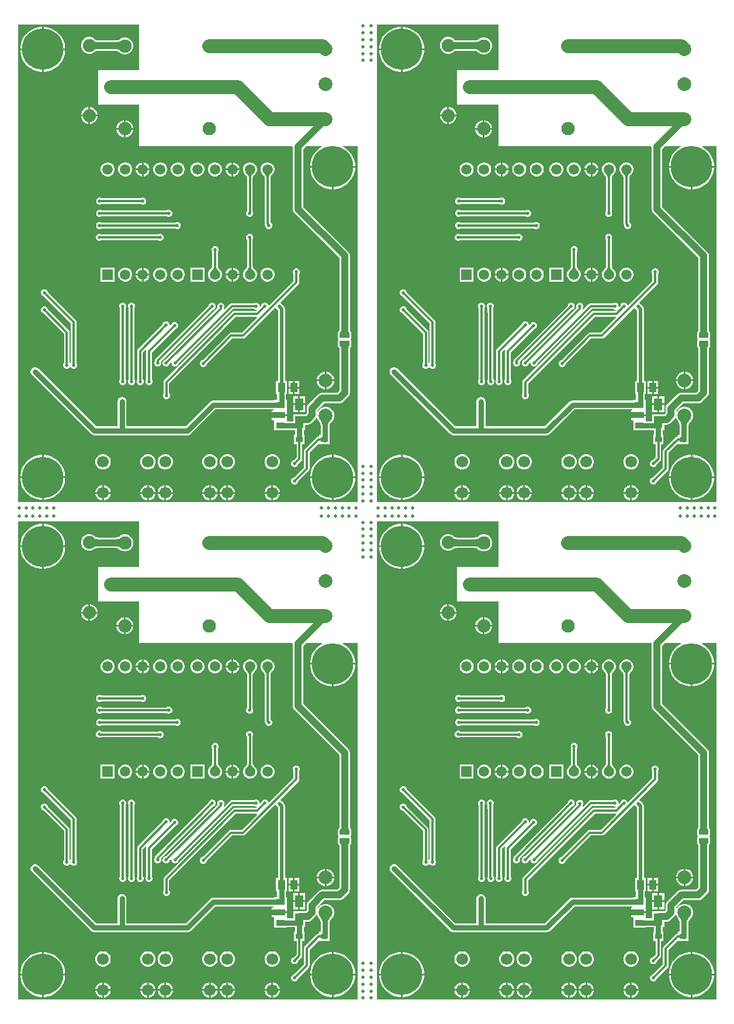
<source format=gbl>
%FSTAX25Y25*%
%MOIN*%
%SFA1B1*%

%IPPOS*%
%ADD26C,0.019680*%
%ADD27C,0.011810*%
%ADD28C,0.029530*%
%ADD30C,0.078740*%
%ADD31C,0.019680*%
%ADD32C,0.236220*%
%ADD33C,0.059060*%
%ADD34R,0.059060X0.059060*%
%ADD35C,0.066930*%
%ADD36C,0.076770*%
%ADD37C,0.074800*%
%ADD38C,0.078740*%
%ADD39R,0.011810X0.011810*%
%ADD40R,0.041340X0.055120*%
%ADD41R,0.051180X0.035430*%
%ADD42R,0.074800X0.035430*%
%ADD43R,0.106300X0.066930*%
%ADD44R,0.049210X0.070870*%
%ADD45R,0.039370X0.031500*%
%ADD46C,0.039370*%
%LNfabrication_panel-1*%
%LPD*%
G36*
X0395472Y0381693D02*
Y0378937D01*
X0389961*
Y0381693*
X0391831Y0383563*
X0393602*
X0395472Y0381693*
G37*
G36*
X0190748D02*
Y0378937D01*
X0185236*
Y0381693*
X0187106Y0383563*
X0188878*
X0190748Y0381693*
G37*
G36*
X0395472Y0374213D02*
X0393602Y0372342D01*
X0391831*
X0389961Y0374213*
Y0376969*
X0395472*
Y0374213*
G37*
G36*
X0190748D02*
X0188878Y0372342D01*
X0187106*
X0185236Y0374213*
Y0376969*
X0190748*
Y0374213*
G37*
G36*
X0384351Y0331415D02*
X0384089Y0331186D01*
X0383855Y0330939*
X0383648Y0330675*
X0383469Y0330393*
X0383317Y0330095*
X0383193Y0329779*
X0383097Y0329445*
X0383028Y0329094*
X0382986Y0328726*
X0382972Y0328341*
X038002Y0328661*
X0380008Y0329041*
X0379974Y0329409*
X0379916Y0329766*
X0379835Y0330113*
X0379731Y0330449*
X0379605Y0330774*
X0379455Y0331088*
X0379282Y0331392*
X0379086Y0331684*
X0378867Y0331966*
X0384351Y0331415*
G37*
G36*
X0179626D02*
X0179364Y0331186D01*
X017913Y0330939*
X0178923Y0330675*
X0178744Y0330393*
X0178593Y0330095*
X0178469Y0329779*
X0178372Y0329445*
X0178303Y0329094*
X0178262Y0328726*
X0178248Y0328341*
X0175295Y0328661*
X0175284Y0329041*
X0175249Y0329409*
X0175191Y0329766*
X0175111Y0330113*
X0175007Y0330449*
X017488Y0330774*
X017473Y0331088*
X0174557Y0331392*
X0174361Y0331684*
X0174142Y0331966*
X0179626Y0331415*
G37*
G36*
X027559Y0531496D02*
X0251969D01*
Y0511811*
X027559*
Y0488189*
X0362871*
X0363148Y0487874*
Y0452222*
X036325Y0451447*
X0363549Y0450725*
X0364025Y0450105*
X0389722Y0424407*
Y0382897*
X038924Y0382414*
X0389019Y0382083*
X0388941Y0381693*
Y0378937*
X0389019Y0378547*
X038924Y0378216*
Y037769*
X0389019Y0377359*
X0388941Y0376969*
Y0374213*
X0389019Y0373822*
X038924Y0373492*
X0389722Y0373009*
Y0348681*
X0388524Y0347482*
X0379921*
X0379146Y034738*
X0378723Y0347205*
X0378424Y0347081*
X0377804Y0346605*
X0371899Y03407*
X0371423Y034008*
X0371124Y0339358*
X0371022Y0338583*
Y0335886*
X037041Y0335275*
X0367282*
X0367087Y0335249*
X0363329*
Y0331265*
X0359967*
X035972Y0331512*
Y0331874*
Y0332012*
Y0334146*
X035498*
X035024*
Y0331874*
X035227*
X0352602Y0331512*
Y0331374*
Y0325969*
X035972*
Y0326215*
X0363329*
Y0326163*
X0364335*
Y0323441*
X0363961*
Y0318291*
X0365307*
Y0310514*
X0363864Y0309071*
X0363778*
X0363049Y0308769*
X0362491Y0308211*
X0362189Y0307481*
Y0306692*
X0362491Y0305963*
X0363049Y0305404*
X0363778Y0305102*
X0364568*
X0365297Y0305404*
X0365855Y0305963*
X0366158Y0306692*
Y0306777*
X0368076Y0308696*
X0368427Y0309222*
X0368551Y0309842*
Y0318291*
X0369898*
Y0323441*
X0369384*
Y0326163*
X0370251*
Y0329287*
X0371651*
X0372426Y0329388*
X0373148Y0329688*
X0373768Y0330163*
X0376133Y0332528*
X0376609Y0333149*
X0376616Y0333165*
X0377142Y033313*
X0377289Y0332583*
X0377939Y0331457*
X0378083Y0331313*
X0378258Y0331087*
X0378414Y0330855*
X037855Y0330616*
X0378668Y0330369*
X0378768Y0330113*
X037885Y0329847*
X0378915Y0329569*
X0378962Y032928*
X0378971Y0329178*
Y0323441*
X0378134*
Y0322488*
X0377953*
X0377332Y0322364*
X0376806Y0322013*
X0369954Y0315161*
X0369602Y0314635*
X0369479Y0314014*
Y0304843*
X0363864Y0299228*
X0363778*
X0363049Y0298926*
X0362491Y0298368*
X0362189Y0297639*
Y0296849*
X0362491Y029612*
X0363049Y0295562*
X0363778Y029526*
X0364568*
X0365297Y0295562*
X0365855Y029612*
X0366158Y0296849*
Y0296935*
X0372247Y0303025*
X0372599Y0303551*
X0372722Y0304171*
Y0313342*
X0377807Y0318427*
X0378134Y0318291*
X0384071*
Y0323441*
X0384021*
Y0328804*
X0384036Y0328939*
X0384088Y0329205*
X0384159Y032945*
X0384248Y0329677*
X0384355Y0329888*
X0384481Y0330085*
X0384627Y0330272*
X0384796Y033045*
X0384848Y0330496*
X0384921Y0330538*
X038584Y0331457*
X038649Y0332583*
X0386827Y0333838*
Y0335138*
X038649Y0336394*
X038584Y033752*
X0384921Y0338439*
X0383795Y0339089*
X038254Y0339425*
X038124*
X0379984Y0339089*
X0378858Y0338439*
X0377939Y033752*
X0377604Y0336939*
X0377089Y0337047*
X0377048Y0337381*
X0381161Y0341494*
X0389764*
X0390539Y0341596*
X0391261Y0341895*
X0391881Y0342371*
X0394834Y0345324*
X0395309Y0345944*
X0395433Y0346243*
X0395609Y0346666*
X0395711Y0347441*
Y0373009*
X0396193Y0373492*
X0396414Y0373822*
X0396492Y0374213*
Y0376969*
X0396414Y0377359*
X0396193Y037769*
Y0378216*
X0396414Y0378547*
X0396492Y0378937*
Y0381693*
X0396414Y0382083*
X0396193Y0382414*
X0395711Y0382897*
Y0425647*
X0395609Y0426422*
X0395309Y0427144*
X0394834Y0427765*
X0369136Y0453462*
Y0486634*
X0370691Y0488189*
X0379718*
X0379834Y0487703*
X0379112Y0487335*
X0377481Y048615*
X0376055Y0484724*
X037487Y0483092*
X0373954Y0481296*
X0373331Y0479378*
X0373016Y0477386*
Y0476878*
X0398638*
Y0477386*
X0398322Y0479378*
X0397699Y0481296*
X0396784Y0483092*
X0395599Y0484724*
X0394173Y048615*
X0392541Y0487335*
X0391819Y0487703*
X0391936Y0488189*
X0399969*
Y028507*
X020633*
Y0557449*
X027559*
Y0531496*
G37*
G36*
X0070866D02*
X0047244D01*
Y0511811*
X0070866*
Y0488189*
X0158147*
X0158423Y0487874*
Y0452222*
X0158525Y0451447*
X0158824Y0450725*
X01593Y0450105*
X0184998Y0424407*
Y0382897*
X0184515Y0382414*
X0184294Y0382083*
X0184217Y0381693*
Y0378937*
X0184294Y0378547*
X0184515Y0378216*
Y037769*
X0184294Y0377359*
X0184217Y0376969*
Y0374213*
X0184294Y0373822*
X0184515Y0373492*
X0184998Y0373009*
Y0348681*
X0183799Y0347482*
X0175197*
X0174422Y034738*
X0173999Y0347205*
X01737Y0347081*
X017308Y0346605*
X0167174Y03407*
X0166698Y034008*
X0166399Y0339358*
X0166297Y0338583*
Y0335886*
X0165686Y0335275*
X0162558*
X0162363Y0335249*
X0158605*
Y0331265*
X0155243*
X0154996Y0331512*
Y0331874*
Y0332012*
Y0334146*
X0150256*
X0145516*
Y0331874*
X0147545*
X0147878Y0331512*
Y0331374*
Y0325969*
X0154996*
Y0326215*
X0158605*
Y0326163*
X015961*
Y0323441*
X0159236*
Y0318291*
X0160583*
Y0310514*
X015914Y0309071*
X0159054*
X0158325Y0308769*
X0157767Y0308211*
X0157465Y0307481*
Y0306692*
X0157767Y0305963*
X0158325Y0305404*
X0159054Y0305102*
X0159844*
X0160573Y0305404*
X0161131Y0305963*
X0161433Y0306692*
Y0306777*
X0163352Y0308696*
X0163703Y0309222*
X0163826Y0309842*
Y0318291*
X0165173*
Y0323441*
X016466*
Y0326163*
X0165526*
Y0329287*
X0166926*
X0167701Y0329388*
X0168423Y0329688*
X0169043Y0330163*
X0171408Y0332528*
X0171884Y0333149*
X0171891Y0333165*
X0172418Y033313*
X0172565Y0332583*
X0173215Y0331457*
X0173358Y0331313*
X0173534Y0331087*
X017369Y0330855*
X0173826Y0330616*
X0173944Y0330369*
X0174044Y0330113*
X0174126Y0329847*
X017419Y0329569*
X0174237Y032928*
X0174247Y0329178*
Y0323441*
X0173409*
Y0322488*
X0173228*
X0172608Y0322364*
X0172082Y0322013*
X0165229Y0315161*
X0164878Y0314635*
X0164754Y0314014*
Y0304843*
X015914Y0299228*
X0159054*
X0158325Y0298926*
X0157767Y0298368*
X0157465Y0297639*
Y0296849*
X0157767Y029612*
X0158325Y0295562*
X0159054Y029526*
X0159844*
X0160573Y0295562*
X0161131Y029612*
X0161433Y0296849*
Y0296935*
X0167523Y0303025*
X0167875Y0303551*
X0167998Y0304171*
Y0313342*
X0173082Y0318427*
X0173409Y0318291*
X0179347*
Y0323441*
X0179297*
Y0328804*
X0179312Y0328939*
X0179364Y0329205*
X0179435Y032945*
X0179524Y0329677*
X0179631Y0329888*
X0179757Y0330085*
X0179903Y0330272*
X0180072Y033045*
X0180124Y0330496*
X0180197Y0330538*
X0181116Y0331457*
X0181766Y0332583*
X0182102Y0333838*
Y0335138*
X0181766Y0336394*
X0181116Y033752*
X0180197Y0338439*
X0179071Y0339089*
X0177815Y0339425*
X0176515*
X017526Y0339089*
X0174134Y0338439*
X0173215Y033752*
X0172879Y0336939*
X0172365Y0337047*
X0172324Y0337381*
X0176437Y0341494*
X0185039*
X0185814Y0341596*
X0186536Y0341895*
X0187156Y0342371*
X0190109Y0345324*
X0190585Y0345944*
X0190709Y0346243*
X0190884Y0346666*
X0190986Y0347441*
Y0373009*
X0191469Y0373492*
X019169Y0373822*
X0191768Y0374213*
Y0376969*
X019169Y0377359*
X0191469Y037769*
Y0378216*
X019169Y0378547*
X0191768Y0378937*
Y0381693*
X019169Y0382083*
X0191469Y0382414*
X0190986Y0382897*
Y0425647*
X0190884Y0426422*
X0190585Y0427144*
X0190109Y0427765*
X0164411Y0453462*
Y0486634*
X0165967Y0488189*
X0174993*
X017511Y0487703*
X0174388Y0487335*
X0172757Y048615*
X0171331Y0484724*
X0170145Y0483092*
X016923Y0481296*
X0168607Y0479378*
X0168291Y0477386*
Y0476878*
X0193913*
Y0477386*
X0193598Y0479378*
X0192975Y0481296*
X0192059Y0483092*
X0190874Y0484724*
X0189448Y048615*
X0187817Y0487335*
X0187095Y0487703*
X0187212Y0488189*
X0195245*
Y028507*
X0001606*
Y0557449*
X0070866*
Y0531496*
G37*
G36*
X0395472Y0098228D02*
Y0095472D01*
X0389961*
Y0098228*
X0391831Y0100098*
X0393602*
X0395472Y0098228*
G37*
G36*
X0190748D02*
Y0095472D01*
X0185236*
Y0098228*
X0187106Y0100098*
X0188878*
X0190748Y0098228*
G37*
G36*
X0395472Y0090748D02*
X0393602Y0088878D01*
X0391831*
X0389961Y0090748*
Y0093504*
X0395472*
Y0090748*
G37*
G36*
X0190748D02*
X0188878Y0088878D01*
X0187106*
X0185236Y0090748*
Y0093504*
X0190748*
Y0090748*
G37*
G36*
X0384351Y0047951D02*
X0384089Y0047721D01*
X0383855Y0047474*
X0383648Y004721*
X0383469Y0046929*
X0383317Y004663*
X0383193Y0046314*
X0383097Y0045981*
X0383028Y004563*
X0382986Y0045262*
X0382972Y0044876*
X038002Y0045197*
X0380008Y0045576*
X0379974Y0045944*
X0379916Y0046302*
X0379835Y0046648*
X0379731Y0046984*
X0379605Y0047309*
X0379455Y0047624*
X0379282Y0047927*
X0379086Y004822*
X0378867Y0048502*
X0384351Y0047951*
G37*
G36*
X0179626D02*
X0179364Y0047721D01*
X017913Y0047474*
X0178923Y004721*
X0178744Y0046929*
X0178593Y004663*
X0178469Y0046314*
X0178372Y0045981*
X0178303Y004563*
X0178262Y0045262*
X0178248Y0044876*
X0175295Y0045197*
X0175284Y0045576*
X0175249Y0045944*
X0175191Y0046302*
X0175111Y0046648*
X0175007Y0046984*
X017488Y0047309*
X017473Y0047624*
X0174557Y0047927*
X0174361Y004822*
X0174142Y0048502*
X0179626Y0047951*
G37*
G36*
X027559Y0248031D02*
X0251969D01*
Y0228346*
X027559*
Y0204724*
X0362871*
X0363148Y0204409*
Y0168758*
X036325Y0167983*
X0363549Y0167261*
X0364025Y016664*
X0389722Y0140943*
Y0099432*
X038924Y0098949*
X0389019Y0098619*
X0388941Y0098228*
Y0095472*
X0389019Y0095082*
X038924Y0094752*
Y0094225*
X0389019Y0093894*
X0388941Y0093504*
Y0090748*
X0389019Y0090358*
X038924Y0090027*
X0389722Y0089544*
Y0065217*
X0388524Y0064018*
X0379921*
X0379146Y0063916*
X0378723Y006374*
X0378424Y0063617*
X0377804Y0063141*
X0371899Y0057235*
X0371423Y0056615*
X0371124Y0055893*
X0371022Y0055118*
Y0052421*
X037041Y005181*
X0367282*
X0367087Y0051784*
X0363329*
Y00478*
X0359967*
X035972Y0048047*
Y0048409*
Y0048547*
Y0050681*
X035498*
X035024*
Y0048409*
X035227*
X0352602Y0048047*
Y0047909*
Y0042504*
X035972*
Y0042751*
X0363329*
Y0042698*
X0364335*
Y0039976*
X0363961*
Y0034827*
X0365307*
Y002705*
X0363864Y0025606*
X0363778*
X0363049Y0025304*
X0362491Y0024746*
X0362189Y0024017*
Y0023227*
X0362491Y0022498*
X0363049Y002194*
X0363778Y0021638*
X0364568*
X0365297Y002194*
X0365855Y0022498*
X0366158Y0023227*
Y0023313*
X0368076Y0025231*
X0368427Y0025757*
X0368551Y0026378*
Y0034827*
X0369898*
Y0039976*
X0369384*
Y0042698*
X0370251*
Y0045822*
X0371651*
X0372426Y0045924*
X0373148Y0046223*
X0373768Y0046699*
X0376133Y0049064*
X0376609Y0049684*
X0376616Y00497*
X0377142Y0049666*
X0377289Y0049118*
X0377939Y0047992*
X0378083Y0047849*
X0378258Y0047623*
X0378414Y004739*
X037855Y0047151*
X0378668Y0046904*
X0378768Y0046648*
X037885Y0046382*
X0378915Y0046105*
X0378962Y0045815*
X0378971Y0045713*
Y0039976*
X0378134*
Y0039023*
X0377953*
X0377332Y00389*
X0376806Y0038548*
X0369954Y0031696*
X0369602Y003117*
X0369479Y0030549*
Y0021379*
X0363864Y0015764*
X0363778*
X0363049Y0015462*
X0362491Y0014904*
X0362189Y0014174*
Y0013385*
X0362491Y0012655*
X0363049Y0012097*
X0363778Y0011795*
X0364568*
X0365297Y0012097*
X0365855Y0012655*
X0366158Y0013385*
Y001347*
X0372247Y001956*
X0372599Y0020086*
X0372722Y0020707*
Y0029878*
X0377807Y0034962*
X0378134Y0034827*
X0384071*
Y0039976*
X0384021*
Y0045339*
X0384036Y0045474*
X0384088Y004574*
X0384159Y0045985*
X0384248Y0046212*
X0384355Y0046423*
X0384481Y0046621*
X0384627Y0046808*
X0384796Y0046985*
X0384848Y0047031*
X0384921Y0047073*
X038584Y0047992*
X038649Y0049118*
X0386827Y0050374*
Y0051674*
X038649Y0052929*
X038584Y0054055*
X0384921Y0054974*
X0383795Y0055624*
X038254Y0055961*
X038124*
X0379984Y0055624*
X0378858Y0054974*
X0377939Y0054055*
X0377604Y0053474*
X0377089Y0053582*
X0377048Y0053916*
X0381161Y005803*
X0389764*
X0390539Y0058131*
X0391261Y0058431*
X0391881Y0058907*
X0394834Y0061859*
X0395309Y0062479*
X0395433Y0062778*
X0395609Y0063201*
X0395711Y0063976*
Y0089544*
X0396193Y0090027*
X0396414Y0090358*
X0396492Y0090748*
Y0093504*
X0396414Y0093894*
X0396193Y0094225*
Y0094752*
X0396414Y0095082*
X0396492Y0095472*
Y0098228*
X0396414Y0098619*
X0396193Y0098949*
X0395711Y0099432*
Y0142183*
X0395609Y0142958*
X0395309Y014368*
X0394834Y01443*
X0369136Y0169998*
Y0203169*
X0370691Y0204724*
X0379718*
X0379834Y0204238*
X0379112Y020387*
X0377481Y0202685*
X0376055Y0201259*
X037487Y0199628*
X0373954Y0197831*
X0373331Y0195913*
X0373016Y0193922*
Y0193413*
X0398638*
Y0193922*
X0398322Y0195913*
X0397699Y0197831*
X0396784Y0199628*
X0395599Y0201259*
X0394173Y0202685*
X0392541Y020387*
X0391819Y0204238*
X0391936Y0204724*
X0399969*
Y0001606*
X020633*
Y0273985*
X027559*
Y0248031*
G37*
G36*
X0070866D02*
X0047244D01*
Y0228346*
X0070866*
Y0204724*
X0158147*
X0158423Y0204409*
Y0168758*
X0158525Y0167983*
X0158824Y0167261*
X01593Y016664*
X0184998Y0140943*
Y0099432*
X0184515Y0098949*
X0184294Y0098619*
X0184217Y0098228*
Y0095472*
X0184294Y0095082*
X0184515Y0094752*
Y0094225*
X0184294Y0093894*
X0184217Y0093504*
Y0090748*
X0184294Y0090358*
X0184515Y0090027*
X0184998Y0089544*
Y0065217*
X0183799Y0064018*
X0175197*
X0174422Y0063916*
X0173999Y006374*
X01737Y0063617*
X017308Y0063141*
X0167174Y0057235*
X0166698Y0056615*
X0166399Y0055893*
X0166297Y0055118*
Y0052421*
X0165686Y005181*
X0162558*
X0162363Y0051784*
X0158605*
Y00478*
X0155243*
X0154996Y0048047*
Y0048409*
Y0048547*
Y0050681*
X0150256*
X0145516*
Y0048409*
X0147545*
X0147878Y0048047*
Y0047909*
Y0042504*
X0154996*
Y0042751*
X0158605*
Y0042698*
X015961*
Y0039976*
X0159236*
Y0034827*
X0160583*
Y002705*
X015914Y0025606*
X0159054*
X0158325Y0025304*
X0157767Y0024746*
X0157465Y0024017*
Y0023227*
X0157767Y0022498*
X0158325Y002194*
X0159054Y0021638*
X0159844*
X0160573Y002194*
X0161131Y0022498*
X0161433Y0023227*
Y0023313*
X0163352Y0025231*
X0163703Y0025757*
X0163826Y0026378*
Y0034827*
X0165173*
Y0039976*
X016466*
Y0042698*
X0165526*
Y0045822*
X0166926*
X0167701Y0045924*
X0168423Y0046223*
X0169043Y0046699*
X0171408Y0049064*
X0171884Y0049684*
X0171891Y00497*
X0172418Y0049666*
X0172565Y0049118*
X0173215Y0047992*
X0173358Y0047849*
X0173534Y0047623*
X017369Y004739*
X0173826Y0047151*
X0173944Y0046904*
X0174044Y0046648*
X0174126Y0046382*
X017419Y0046105*
X0174237Y0045815*
X0174247Y0045713*
Y0039976*
X0173409*
Y0039023*
X0173228*
X0172608Y00389*
X0172082Y0038548*
X0165229Y0031696*
X0164878Y003117*
X0164754Y0030549*
Y0021379*
X015914Y0015764*
X0159054*
X0158325Y0015462*
X0157767Y0014904*
X0157465Y0014174*
Y0013385*
X0157767Y0012655*
X0158325Y0012097*
X0159054Y0011795*
X0159844*
X0160573Y0012097*
X0161131Y0012655*
X0161433Y0013385*
Y001347*
X0167523Y001956*
X0167875Y0020086*
X0167998Y0020707*
Y0029878*
X0173082Y0034962*
X0173409Y0034827*
X0179347*
Y0039976*
X0179297*
Y0045339*
X0179312Y0045474*
X0179364Y004574*
X0179435Y0045985*
X0179524Y0046212*
X0179631Y0046423*
X0179757Y0046621*
X0179903Y0046808*
X0180072Y0046985*
X0180124Y0047031*
X0180197Y0047073*
X0181116Y0047992*
X0181766Y0049118*
X0182102Y0050374*
Y0051674*
X0181766Y0052929*
X0181116Y0054055*
X0180197Y0054974*
X0179071Y0055624*
X0177815Y0055961*
X0176515*
X017526Y0055624*
X0174134Y0054974*
X0173215Y0054055*
X0172879Y0053474*
X0172365Y0053582*
X0172324Y0053916*
X0176437Y005803*
X0185039*
X0185814Y0058131*
X0186536Y0058431*
X0187156Y0058907*
X0190109Y0061859*
X0190585Y0062479*
X0190709Y0062778*
X0190884Y0063201*
X0190986Y0063976*
Y0089544*
X0191469Y0090027*
X019169Y0090358*
X0191768Y0090748*
Y0093504*
X019169Y0093894*
X0191469Y0094225*
Y0094752*
X019169Y0095082*
X0191768Y0095472*
Y0098228*
X019169Y0098619*
X0191469Y0098949*
X0190986Y0099432*
Y0142183*
X0190884Y0142958*
X0190585Y014368*
X0190109Y01443*
X0164411Y0169998*
Y0203169*
X0165967Y0204724*
X0174993*
X017511Y0204238*
X0174388Y020387*
X0172757Y0202685*
X0171331Y0201259*
X0170145Y0199628*
X016923Y0197831*
X0168607Y0195913*
X0168291Y0193922*
Y0193413*
X0193913*
Y0193922*
X0193598Y0195913*
X0192975Y0197831*
X0192059Y0199628*
X0190874Y0201259*
X0189448Y0202685*
X0187817Y020387*
X0187095Y0204238*
X0187212Y0204724*
X0195245*
Y0001606*
X0001606*
Y0273985*
X0070866*
Y0248031*
G37*
%LNfabrication_panel-2*%
%LPC*%
G36*
X0221481Y0556118D02*
X0220972D01*
Y0543807*
X0233283*
Y0544315*
X0232968Y0546307*
X0232345Y0548225*
X0231429Y0550022*
X0230244Y0551653*
X0228818Y0553079*
X0227187Y0554264*
X022539Y055518*
X0223472Y0555803*
X0221481Y0556118*
G37*
G36*
X0219972D02*
X0219464D01*
X0217473Y0555803*
X0215555Y055518*
X0213758Y0554264*
X0212127Y0553079*
X0210701Y0551653*
X0209516Y0550022*
X02086Y0548225*
X0207977Y0546307*
X0207661Y0544315*
Y0543807*
X0219972*
Y0556118*
G37*
G36*
X0247671Y0550331D02*
X0246423D01*
X0245218Y0550008*
X0244137Y0549384*
X0243254Y0548501*
X024263Y054742*
X0242307Y0546215*
Y0544967*
X024263Y0543761*
X0243254Y054268*
X0244137Y0541797*
X0245218Y0541173*
X0246423Y054085*
X0247671*
X0248877Y0541173*
X0249958Y0541797*
X0250209Y0542049*
X0250242Y0542066*
X025033Y0542136*
X0250391Y0542172*
X0250496Y0542219*
X0250645Y0542269*
X0250836Y0542318*
X0251046Y0542357*
X0252003Y0542439*
X0261774*
X0262364Y0542417*
X0262658Y0542385*
X0262926Y0542342*
X0263155Y0542289*
X0263343Y0542231*
X0263491Y054217*
X0263599Y0542111*
X0263671Y054206*
X0263771Y0541964*
X0263826Y054193*
X0264352Y0541404*
X0265455Y0540767*
X0266686Y0540437*
X026796*
X0269191Y0540767*
X0270294Y0541404*
X0271195Y0542305*
X0271832Y0543408*
X0272161Y0544639*
Y0545913*
X0271832Y0547143*
X0271195Y0548247*
X0270294Y0549147*
X0269191Y0549784*
X026796Y0550114*
X0266686*
X0265455Y0549784*
X0264352Y0549147*
X0264088Y0548884*
X0264052Y0548865*
X0263947Y0548779*
X0263866Y054873*
X0263747Y0548674*
X0263586Y0548617*
X0263386Y0548562*
X0263146Y0548514*
X0262879Y0548476*
X0262196Y0548427*
X0262189*
X0252217*
X0252203*
X0251545Y0548478*
X0251295Y0548516*
X0251074Y0548563*
X0250894Y0548616*
X0250758Y054867*
X0250664Y0548719*
X025061Y0548757*
X0250525Y0548836*
X0250472Y0548869*
X0249958Y0549384*
X0248877Y0550008*
X0247671Y0550331*
G37*
G36*
X0233283Y0542807D02*
X0220972D01*
Y0530496*
X0221481*
X0223472Y0530812*
X022539Y0531435*
X0227187Y053235*
X0228818Y0533535*
X0230244Y0534961*
X0231429Y0536593*
X0232345Y0538389*
X0232968Y0540307*
X0233283Y0542299*
Y0542807*
G37*
G36*
X0219972D02*
X0207661D01*
Y0542299*
X0207977Y0540307*
X02086Y0538389*
X0209516Y0536593*
X0210701Y0534961*
X0212127Y0533535*
X0213758Y053235*
X0215555Y0531435*
X0217473Y0530812*
X0219464Y0530496*
X0219972*
Y0542807*
G37*
G36*
X0247671Y0510331D02*
X0247547D01*
Y050609*
X0251787*
Y0506215*
X0251464Y050742*
X025084Y0508501*
X0249958Y0509384*
X0248877Y0510008*
X0247671Y0510331*
G37*
G36*
X0246547D02*
X0246423D01*
X0245218Y0510008*
X0244137Y0509384*
X0243254Y0508501*
X024263Y050742*
X0242307Y0506215*
Y050609*
X0246547*
Y0510331*
G37*
G36*
X0251787Y0505091D02*
X0247547D01*
Y050085*
X0247671*
X0248877Y0501173*
X0249958Y0501797*
X025084Y050268*
X0251464Y0503761*
X0251787Y0504966*
Y0505091*
G37*
G36*
X0246547D02*
X0242307D01*
Y0504966*
X024263Y0503761*
X0243254Y050268*
X0244137Y0501797*
X0245218Y0501173*
X0246423Y050085*
X0246547*
Y0505091*
G37*
G36*
X026796Y050287D02*
X0267823D01*
Y0498531*
X0272161*
Y0498668*
X0271832Y0499899*
X0271195Y0501003*
X0270294Y0501903*
X0269191Y050254*
X026796Y050287*
G37*
G36*
X0266823D02*
X0266686D01*
X0265455Y050254*
X0264352Y0501903*
X0263451Y0501003*
X0262814Y0499899*
X0262484Y0498668*
Y0498531*
X0266823*
Y050287*
G37*
G36*
X0272161Y0497532D02*
X0267823D01*
Y0493193*
X026796*
X0269191Y0493523*
X0270294Y049416*
X0271195Y049506*
X0271832Y0496164*
X0272161Y0497395*
Y0497532*
G37*
G36*
X0266823D02*
X0262484D01*
Y0497395*
X0262814Y0496164*
X0263451Y049506*
X0264352Y049416*
X0265455Y0493523*
X0266686Y0493193*
X0266823*
Y0497532*
G37*
G36*
X0329261Y0478835D02*
X032924D01*
Y0475382*
X0332693*
Y0475402*
X0332423Y0476408*
X0331903Y0477309*
X0331167Y0478045*
X0330266Y0478565*
X0329261Y0478835*
G37*
G36*
X032824D02*
X032822D01*
X0327214Y0478565*
X0326313Y0478045*
X0325577Y0477309*
X0325057Y0476408*
X0324787Y0475402*
Y0475382*
X032824*
Y0478835*
G37*
G36*
X0278079D02*
X0278059D01*
Y0475382*
X0281512*
Y0475402*
X0281242Y0476408*
X0280722Y0477309*
X0279986Y0478045*
X0279085Y0478565*
X0278079Y0478835*
G37*
G36*
X0277059D02*
X0277039D01*
X0276033Y0478565*
X0275132Y0478045*
X0274396Y0477309*
X0273876Y0476408*
X0273606Y0475402*
Y0475382*
X0277059*
Y0478835*
G37*
G36*
X0332693Y0474382D02*
X032924D01*
Y0470929*
X0329261*
X0330266Y0471199*
X0331167Y0471719*
X0331903Y0472455*
X0332423Y0473356*
X0332693Y0474362*
Y0474382*
G37*
G36*
X032824D02*
X0324787D01*
Y0474362*
X0325057Y0473356*
X0325577Y0472455*
X0326313Y0471719*
X0327214Y0471199*
X032822Y0470929*
X032824*
Y0474382*
G37*
G36*
X0319261Y0478835D02*
X031822D01*
X0317214Y0478565*
X0316313Y0478045*
X0315577Y0477309*
X0315057Y0476408*
X0314787Y0475402*
Y0474362*
X0315057Y0473356*
X0315577Y0472455*
X0316313Y0471719*
X0317214Y0471199*
X031822Y0470929*
X0319261*
X0320266Y0471199*
X0321167Y0471719*
X0321903Y0472455*
X0322424Y0473356*
X0322693Y0474362*
Y0475402*
X0322424Y0476408*
X0321903Y0477309*
X0321167Y0478045*
X0320266Y0478565*
X0319261Y0478835*
G37*
G36*
X0309261D02*
X030822D01*
X0307214Y0478565*
X0306313Y0478045*
X0305577Y0477309*
X0305057Y0476408*
X0304787Y0475402*
Y0474362*
X0305057Y0473356*
X0305577Y0472455*
X0306313Y0471719*
X0307214Y0471199*
X030822Y0470929*
X0309261*
X0310266Y0471199*
X0311167Y0471719*
X0311903Y0472455*
X0312423Y0473356*
X0312693Y0474362*
Y0475402*
X0312423Y0476408*
X0311903Y0477309*
X0311167Y0478045*
X0310266Y0478565*
X0309261Y0478835*
G37*
G36*
X0298079D02*
X0297039D01*
X0296033Y0478565*
X0295132Y0478045*
X0294396Y0477309*
X0293876Y0476408*
X0293606Y0475402*
Y0474362*
X0293876Y0473356*
X0294396Y0472455*
X0295132Y0471719*
X0296033Y0471199*
X0297039Y0470929*
X0298079*
X0299085Y0471199*
X0299986Y0471719*
X0300722Y0472455*
X0301242Y0473356*
X0301512Y0474362*
Y0475402*
X0301242Y0476408*
X0300722Y0477309*
X0299986Y0478045*
X0299085Y0478565*
X0298079Y0478835*
G37*
G36*
X0288079D02*
X0287039D01*
X0286033Y0478565*
X0285132Y0478045*
X0284396Y0477309*
X0283876Y0476408*
X0283606Y0475402*
Y0474362*
X0283876Y0473356*
X0284396Y0472455*
X0285132Y0471719*
X0286033Y0471199*
X0287039Y0470929*
X0288079*
X0289085Y0471199*
X0289986Y0471719*
X0290722Y0472455*
X0291242Y0473356*
X0291512Y0474362*
Y0475402*
X0291242Y0476408*
X0290722Y0477309*
X0289986Y0478045*
X0289085Y0478565*
X0288079Y0478835*
G37*
G36*
X0281512Y0474382D02*
X0278059D01*
Y0470929*
X0278079*
X0279085Y0471199*
X0279986Y0471719*
X0280722Y0472455*
X0281242Y0473356*
X0281512Y0474362*
Y0474382*
G37*
G36*
X0277059D02*
X0273606D01*
Y0474362*
X0273876Y0473356*
X0274396Y0472455*
X0275132Y0471719*
X0276033Y0471199*
X0277039Y0470929*
X0277059*
Y0474382*
G37*
G36*
X0268079Y0478835D02*
X0267039D01*
X0266033Y0478565*
X0265132Y0478045*
X0264396Y0477309*
X0263876Y0476408*
X0263606Y0475402*
Y0474362*
X0263876Y0473356*
X0264396Y0472455*
X0265132Y0471719*
X0266033Y0471199*
X0267039Y0470929*
X0268079*
X0269085Y0471199*
X0269986Y0471719*
X0270722Y0472455*
X0271242Y0473356*
X0271512Y0474362*
Y0475402*
X0271242Y0476408*
X0270722Y0477309*
X0269986Y0478045*
X0269085Y0478565*
X0268079Y0478835*
G37*
G36*
X0258079D02*
X0257039D01*
X0256033Y0478565*
X0255132Y0478045*
X0254396Y0477309*
X0253876Y0476408*
X0253606Y0475402*
Y0474362*
X0253876Y0473356*
X0254396Y0472455*
X0255132Y0471719*
X0256033Y0471199*
X0257039Y0470929*
X0258079*
X0259085Y0471199*
X0259986Y0471719*
X0260722Y0472455*
X0261242Y0473356*
X0261512Y0474362*
Y0475402*
X0261242Y0476408*
X0260722Y0477309*
X0259986Y0478045*
X0259085Y0478565*
X0258079Y0478835*
G37*
G36*
X0398638Y0475878D02*
X0386327D01*
Y0463567*
X0386835*
X0388827Y0463882*
X0390744Y0464505*
X0392541Y0465421*
X0394173Y0466606*
X0395599Y0468032*
X0396784Y0469663*
X0397699Y047146*
X0398322Y0473378*
X0398638Y047537*
Y0475878*
G37*
G36*
X0385327D02*
X0373016D01*
Y047537*
X0373331Y0473378*
X0373954Y047146*
X037487Y0469663*
X0376055Y0468032*
X0377481Y0466606*
X0379112Y0465421*
X0380909Y0464505*
X0382827Y0463882*
X0384819Y0463567*
X0385327*
Y0475878*
G37*
G36*
X0277954Y0458677D02*
X0277164D01*
X0276435Y0458375*
X0276375Y0458315*
X0254137*
X0254077Y0458375*
X0253347Y0458677*
X0252558*
X0251829Y0458375*
X0251271Y0457817*
X0250969Y0457088*
Y0456298*
X0251271Y0455569*
X0251829Y0455011*
X0252558Y0454709*
X0253347*
X0254077Y0455011*
X0254137Y0455071*
X0276375*
X0276435Y0455011*
X0277164Y0454709*
X0277954*
X0278683Y0455011*
X0279241Y0455569*
X0279543Y0456298*
Y0457088*
X0279241Y0457817*
X0278683Y0458375*
X0277954Y0458677*
G37*
G36*
X0292718Y0451787D02*
X0291928D01*
X0291199Y0451485*
X0291138Y0451425*
X0254137*
X0254077Y0451485*
X0253347Y0451787*
X0252558*
X0251829Y0451485*
X0251271Y0450927*
X0250969Y0450198*
Y0449408*
X0251271Y0448679*
X0251829Y0448121*
X0252558Y0447819*
X0253347*
X0254077Y0448121*
X0254137Y0448181*
X0291138*
X0291199Y0448121*
X0291928Y0447819*
X0292718*
X0293447Y0448121*
X0294005Y0448679*
X0294307Y0449408*
Y0450198*
X0294005Y0450927*
X0293447Y0451485*
X0292718Y0451787*
G37*
G36*
X0339261Y0478835D02*
X033822D01*
X0337214Y0478565*
X0336313Y0478045*
X0335577Y0477309*
X0335057Y0476408*
X0334787Y0475402*
Y0474362*
X0335057Y0473356*
X0335577Y0472455*
X0335819Y0472213*
X0335855Y0472152*
X0336354Y0471593*
X0336534Y0471362*
X0336689Y0471138*
X0336813Y0470933*
X0336908Y0470748*
X0336975Y0470584*
X0337018Y0470445*
X0337036Y0470347*
Y0451063*
X03369Y0450927*
X0336598Y0450198*
Y0449408*
X03369Y0448679*
X0337459Y0448121*
X0338188Y0447819*
X0338977*
X0339707Y0448121*
X0340265Y0448679*
X0340567Y0449408*
Y0450198*
X034028Y0450891*
Y0470314*
X0340299Y0470412*
X034034Y0470545*
X0340407Y0470698*
X03405Y0470872*
X0340624Y0471063*
X0340772Y0471259*
X0341197Y0471733*
X0341456Y0471983*
X0341512Y0472063*
X0341903Y0472455*
X0342424Y0473356*
X0342693Y0474362*
Y0475402*
X0342424Y0476408*
X0341903Y0477309*
X0341167Y0478045*
X0340266Y0478565*
X0339261Y0478835*
G37*
G36*
X0297639Y0444898D02*
X0296849D01*
X029612Y0444596*
X029606Y0444535*
X0254137*
X0254077Y0444596*
X0253347Y0444898*
X0252558*
X0251829Y0444596*
X0251271Y0444037*
X0250969Y0443308*
Y0442519*
X0251271Y0441789*
X0251829Y0441231*
X0252558Y0440929*
X0253347*
X0254077Y0441231*
X0254137Y0441292*
X029606*
X029612Y0441231*
X0296849Y0440929*
X0297639*
X0298368Y0441231*
X0298926Y0441789*
X0299228Y0442519*
Y0443308*
X0298926Y0444037*
X0298368Y0444596*
X0297639Y0444898*
G37*
G36*
X0349261Y0478835D02*
X034822D01*
X0347214Y0478565*
X0346313Y0478045*
X0345577Y0477309*
X0345057Y0476408*
X0344787Y0475402*
Y0474362*
X0345057Y0473356*
X0345577Y0472455*
X0345886Y0472146*
X034593Y0472075*
X0346437Y0471536*
X0346617Y0471315*
X0346772Y04711*
X0346896Y0470901*
X0346991Y0470722*
X0347058Y0470564*
X03471Y0470427*
X0347118Y0470329*
Y0443689*
X0347242Y0443069*
X0347425Y0442794*
Y0442519*
X0347727Y0441789*
X0348286Y0441231*
X0349015Y0440929*
X0349804*
X0350533Y0441231*
X0351092Y0441789*
X0351394Y0442519*
Y0443308*
X0351092Y0444037*
X0350533Y0444596*
X0350362Y0444667*
Y0470329*
X0350381Y0470427*
X0350423Y0470564*
X0350489Y0470722*
X0350584Y0470901*
X0350708Y04711*
X0350856Y0471304*
X0351279Y0471798*
X0351535Y0472059*
X0351587Y0472139*
X0351903Y0472455*
X0352424Y0473356*
X0352693Y0474362*
Y0475402*
X0352424Y0476408*
X0351903Y0477309*
X0351167Y0478045*
X0350266Y0478565*
X0349261Y0478835*
G37*
G36*
X0253151Y0438106D02*
X0252361D01*
X0251632Y0437804*
X0251074Y0437246*
X0250772Y0436517*
Y0435727*
X0251074Y0434998*
X0251632Y043444*
X0252361Y0434138*
X0253151*
X025388Y043444*
X0253891Y0434451*
X0286168*
X0286278Y0434341*
X0287007Y0434039*
X0287796*
X0288526Y0434341*
X0289084Y04349*
X0289386Y0435629*
Y0436418*
X0289084Y0437148*
X0288526Y0437706*
X0287796Y0438008*
X0287007*
X0286278Y0437706*
X0286266Y0437695*
X025399*
X025388Y0437804*
X0253151Y0438106*
G37*
G36*
X0329261Y0418835D02*
X032924D01*
Y0415382*
X0332693*
Y0415402*
X0332423Y0416408*
X0331903Y0417309*
X0331167Y0418045*
X0330266Y0418565*
X0329261Y0418835*
G37*
G36*
X032824D02*
X032822D01*
X0327214Y0418565*
X0326313Y0418045*
X0325577Y0417309*
X0325057Y0416408*
X0324787Y0415402*
Y0415382*
X032824*
Y0418835*
G37*
G36*
X0278079D02*
X0278059D01*
Y0415382*
X0281512*
Y0415402*
X0281242Y0416408*
X0280722Y0417309*
X0279986Y0418045*
X0279085Y0418565*
X0278079Y0418835*
G37*
G36*
X0277059D02*
X0277039D01*
X0276033Y0418565*
X0275132Y0418045*
X0274396Y0417309*
X0273876Y0416408*
X0273606Y0415402*
Y0415382*
X0277059*
Y0418835*
G37*
G36*
X0349261D02*
X034822D01*
X0347214Y0418565*
X0346313Y0418045*
X0345577Y0417309*
X0345057Y0416408*
X0344787Y0415402*
Y0414361*
X0345057Y0413356*
X0345577Y0412455*
X0346313Y0411719*
X0347214Y0411199*
X034822Y0410929*
X0349261*
X0350266Y0411199*
X0351167Y0411719*
X0351903Y0412455*
X0352424Y0413356*
X0352693Y0414361*
Y0415402*
X0352424Y0416408*
X0351903Y0417309*
X0351167Y0418045*
X0350266Y0418565*
X0349261Y0418835*
G37*
G36*
X0338977Y0438008D02*
X0338188D01*
X0337459Y0437706*
X03369Y0437148*
X0336598Y0436418*
Y0435629*
X03369Y04349*
X0337036Y0434764*
Y0419417*
X0337018Y0419319*
X0336975Y0419179*
X0336908Y0419016*
X0336813Y0418831*
X0336689Y0418625*
X0336541Y0418412*
X0336122Y0417899*
X0335869Y0417626*
X0335827Y0417558*
X0335577Y0417309*
X0335057Y0416408*
X0334787Y0415402*
Y0414361*
X0335057Y0413356*
X0335577Y0412455*
X0336313Y0411719*
X0337214Y0411199*
X033822Y0410929*
X0339261*
X0340266Y0411199*
X0341167Y0411719*
X0341903Y0412455*
X0342424Y0413356*
X0342693Y0414361*
Y0415402*
X0342424Y0416408*
X0341903Y0417309*
X034152Y0417692*
X0341472Y0417765*
X034096Y0418282*
X034078Y0418494*
X0340624Y0418701*
X0340501Y0418892*
X0340407Y0419065*
X034034Y0419219*
X0340299Y0419352*
X034028Y041945*
Y0434936*
X0340567Y0435629*
Y0436418*
X0340265Y0437148*
X0339707Y0437706*
X0338977Y0438008*
G37*
G36*
X0332693Y0414382D02*
X032924D01*
Y0410929*
X0329261*
X0330266Y0411199*
X0331167Y0411719*
X0331903Y0412455*
X0332423Y0413356*
X0332693Y0414361*
Y0414382*
G37*
G36*
X032824D02*
X0324787D01*
Y0414361*
X0325057Y0413356*
X0325577Y0412455*
X0326313Y0411719*
X0327214Y0411199*
X032822Y0410929*
X032824*
Y0414382*
G37*
G36*
X0319292Y0431118D02*
X0318503D01*
X0317774Y0430816*
X0317215Y0430258*
X0316913Y0429529*
Y0428739*
X0317201Y0428046*
Y041945*
X0317182Y0419352*
X031714Y0419219*
X0317074Y0419065*
X031698Y0418892*
X0316856Y0418701*
X0316709Y0418505*
X0316283Y0418031*
X0316024Y041778*
X0315969Y0417701*
X0315577Y0417309*
X0315057Y0416408*
X0314787Y0415402*
Y0414361*
X0315057Y0413356*
X0315577Y0412455*
X0316313Y0411719*
X0317214Y0411199*
X031822Y0410929*
X0319261*
X0320266Y0411199*
X0321167Y0411719*
X0321903Y0412455*
X0322424Y0413356*
X0322693Y0414361*
Y0415402*
X0322424Y0416408*
X0321903Y0417309*
X0321661Y0417551*
X0321625Y0417611*
X0321126Y0418171*
X0320946Y0418402*
X0320791Y0418625*
X0320667Y0418831*
X0320572Y0419016*
X0320505Y0419179*
X0320463Y0419319*
X0320444Y0419417*
Y0427874*
X032058Y042801*
X0320882Y0428739*
Y0429529*
X032058Y0430258*
X0320022Y0430816*
X0319292Y0431118*
G37*
G36*
X0312693Y0418835D02*
X0304787D01*
Y0410929*
X0312693*
Y0418835*
G37*
G36*
X0298079D02*
X0297039D01*
X0296033Y0418565*
X0295132Y0418045*
X0294396Y0417309*
X0293876Y0416408*
X0293606Y0415402*
Y0414361*
X0293876Y0413356*
X0294396Y0412455*
X0295132Y0411719*
X0296033Y0411199*
X0297039Y0410929*
X0298079*
X0299085Y0411199*
X0299986Y0411719*
X0300722Y0412455*
X0301242Y0413356*
X0301512Y0414361*
Y0415402*
X0301242Y0416408*
X0300722Y0417309*
X0299986Y0418045*
X0299085Y0418565*
X0298079Y0418835*
G37*
G36*
X0288079D02*
X0287039D01*
X0286033Y0418565*
X0285132Y0418045*
X0284396Y0417309*
X0283876Y0416408*
X0283606Y0415402*
Y0414361*
X0283876Y0413356*
X0284396Y0412455*
X0285132Y0411719*
X0286033Y0411199*
X0287039Y0410929*
X0288079*
X0289085Y0411199*
X0289986Y0411719*
X0290722Y0412455*
X0291242Y0413356*
X0291512Y0414361*
Y0415402*
X0291242Y0416408*
X0290722Y0417309*
X0289986Y0418045*
X0289085Y0418565*
X0288079Y0418835*
G37*
G36*
X0281512Y0414382D02*
X0278059D01*
Y0410929*
X0278079*
X0279085Y0411199*
X0279986Y0411719*
X0280722Y0412455*
X0281242Y0413356*
X0281512Y0414361*
Y0414382*
G37*
G36*
X0277059D02*
X0273606D01*
Y0414361*
X0273876Y0413356*
X0274396Y0412455*
X0275132Y0411719*
X0276033Y0411199*
X0277039Y0410929*
X0277059*
Y0414382*
G37*
G36*
X0268079Y0418835D02*
X0267039D01*
X0266033Y0418565*
X0265132Y0418045*
X0264396Y0417309*
X0263876Y0416408*
X0263606Y0415402*
Y0414361*
X0263876Y0413356*
X0264396Y0412455*
X0265132Y0411719*
X0266033Y0411199*
X0267039Y0410929*
X0268079*
X0269085Y0411199*
X0269986Y0411719*
X0270722Y0412455*
X0271242Y0413356*
X0271512Y0414361*
Y0415402*
X0271242Y0416408*
X0270722Y0417309*
X0269986Y0418045*
X0269085Y0418565*
X0268079Y0418835*
G37*
G36*
X0261512D02*
X0253606D01*
Y0410929*
X0261512*
Y0418835*
G37*
G36*
X0365552Y0418323D02*
X0364763D01*
X0364034Y0418021*
X0363475Y0417463*
X0363173Y0416733*
Y0415944*
X0363475Y0415215*
X0363536Y0415154*
Y0411105*
X034969Y0397259*
X0349152Y0397428*
X0348926Y0397974*
X0348368Y0398533*
X0347639Y0398835*
X0346849*
X034612Y0398533*
X0345562Y0397974*
X034526Y0397245*
Y039716*
X0344709Y0396608*
X0344209Y0396815*
Y0397343*
X0343907Y0398073*
X0343348Y0398631*
X0342619Y0398933*
X034183*
X03411Y0398631*
X034104Y039857*
X0328445*
X0327824Y0398447*
X0327298Y0398095*
X032423Y0395028*
X0323724Y0395229*
X0323716Y0395516*
X0323828Y0395628*
X032413Y0396357*
Y0397147*
X0323828Y0397876*
X032327Y0398434*
X032254Y0398736*
X0321751*
X0321022Y0398434*
X0320463Y0397876*
X0320161Y0397147*
Y0396357*
X0320272Y0396089*
X0290636Y0366453*
X029055*
X0289821Y0366151*
X0289263Y0365593*
X0288961Y0364863*
Y0364074*
X0289263Y0363345*
X0289821Y0362786*
X029055Y0362484*
X029134*
X0292069Y0362786*
X0292627Y0363345*
X0292929Y0364074*
Y0364159*
X029348Y036471*
X029398Y0364503*
Y0364074*
X0294282Y0363345*
X0294841Y0362786*
X029557Y0362484*
X0296359*
X0297089Y0362786*
X0297647Y0363345*
X0297949Y0364074*
Y0364159*
X0329117Y0395327*
X034104*
X03411Y0395267*
X034183Y0394965*
X0342358*
X0342543Y0394516*
X0342235Y0394141*
X0329921*
X0329301Y0394018*
X0328774Y0393666*
X0289854Y0354746*
X0289503Y035422*
X0289379Y0353599*
Y0347129*
X0289319Y0347069*
X0289017Y0346339*
Y034555*
X0289319Y0344821*
X0289877Y0344262*
X0290606Y034396*
X0291396*
X0292125Y0344262*
X0292683Y0344821*
X0292985Y034555*
Y0346339*
X0292683Y0347069*
X0292623Y0347129*
Y0352928*
X0330593Y0390898*
X0342622*
X0342829Y0390398*
X033411Y0381679*
X0327892*
X0327271Y0381555*
X0326745Y0381204*
X0311699Y0366158*
X0311613*
X0310884Y0365855*
X0310326Y0365297*
X0310024Y0364568*
Y0363778*
X0310326Y0363049*
X0310884Y0362491*
X0311613Y0362189*
X0312403*
X0313132Y0362491*
X031369Y0363049*
X0313992Y0363778*
Y0363864*
X0328563Y0378435*
X0334781*
X0335402Y0378559*
X0335928Y037891*
X0352918Y0395901*
X0353074Y0395899*
X0353506Y0395781*
X035354Y039573*
X0353616Y0395546*
X0353757Y0395406*
X0353868Y039524*
X035467Y0394438*
Y035415*
X0353626*
Y0346638*
X0354168*
Y0343323*
X0352602*
Y0343076*
X0317913*
X0316947Y0342884*
X0316128Y0342337*
X0302104Y0328312*
X0268273*
Y034252*
X0268081Y0343486*
X0267533Y0344305*
X0266714Y0344852*
X0265748Y0345045*
X0264782Y0344852*
X0263963Y0344305*
X0263415Y0343486*
X0263223Y034252*
Y0328312*
X0250983*
X0217934Y0361361*
X0217115Y0361908*
X0216149Y03621*
X0215183Y0361908*
X0214364Y0361361*
X0213816Y0360542*
X0213624Y0359575*
X0213816Y0358609*
X0214364Y035779*
X0248152Y0324002*
X0248971Y0323455*
X0249937Y0323263*
X030315*
X0304116Y0323455*
X0304935Y0324002*
X0318959Y0338026*
X035215*
X0352198Y0337917*
X0351871Y0337417*
X035024*
Y0335146*
X035498*
X035972*
Y033728*
Y0337417*
Y0337779*
Y0337917*
Y0343323*
X0359218*
Y0346638*
X035976*
Y035415*
X0358716*
Y0395276*
X0358562Y039605*
X0358123Y0396706*
X0356729Y0398101*
X0356563Y0398212*
X0356422Y0398353*
X0356238Y0398429*
X0356188Y0398463*
X0356069Y0398895*
X0356068Y039905*
X0366304Y0409286*
X0366656Y0409812*
X0366779Y0410433*
Y0415154*
X036684Y0415215*
X0367142Y0415944*
Y0416733*
X036684Y0417463*
X0366282Y0418021*
X0365552Y0418323*
G37*
G36*
X0221851Y0406512D02*
X0221062D01*
X0220333Y040621*
X0219775Y0405652*
X0219472Y0404922*
Y0404133*
X0219775Y0403404*
X0220333Y0402845*
X0221062Y0402543*
X0221147*
X0236567Y0387123*
Y0364682*
X0236084Y0364489*
X0236046Y0364505*
X0235874Y0364685*
Y038189*
X023575Y038251*
X0235399Y0383036*
X0223441Y0394994*
Y039508*
X0223139Y0395809*
X0222581Y0396367*
X0221851Y0396669*
X0221062*
X0220333Y0396367*
X0219775Y0395809*
X0219472Y039508*
Y039429*
X0219775Y0393561*
X0220333Y0393003*
X0221062Y0392701*
X0221147*
X023263Y0381218*
Y0364373*
X023257Y0364313*
X0232268Y0363584*
Y0362794*
X023257Y0362065*
X0233128Y0361507*
X0233857Y0361205*
X0234647*
X0235376Y0361507*
X0235934Y0362065*
X023597Y0362153*
X0236471*
X0236507Y0362065*
X0237065Y0361507*
X0237794Y0361205*
X0238584*
X0239313Y0361507*
X0239871Y0362065*
X0240173Y0362794*
Y0363584*
X0239871Y0364313*
X0239811Y0364373*
Y0387795*
X0239687Y0388416*
X0239336Y0388942*
X0223441Y0404837*
Y0404922*
X0223139Y0405652*
X0222581Y040621*
X0221851Y0406512*
G37*
G36*
X0317619Y0398835D02*
X031683D01*
X03161Y0398533*
X0315542Y0397974*
X031524Y0397245*
Y039716*
X0284915Y0366834*
X0284563Y0366308*
X0284441Y0365692*
X0284342Y0365593*
X0284039Y0364863*
Y0364074*
X0284342Y0363345*
X02849Y0362786*
X0285629Y0362484*
X0286418*
X0287148Y0362786*
X0287706Y0363345*
X0288008Y0364074*
Y0364863*
X0287868Y0365201*
X0317534Y0394866*
X0317619*
X0318348Y0395168*
X0318907Y0395726*
X0319209Y0396456*
Y0397245*
X0318907Y0397974*
X0318348Y0398533*
X0317619Y0398835*
G37*
G36*
X038254Y0359425D02*
X038239D01*
Y0354988*
X0386827*
Y0355138*
X038649Y0356394*
X038584Y035752*
X0384921Y0358439*
X0383795Y0359089*
X038254Y0359425*
G37*
G36*
X038139D02*
X038124D01*
X0379984Y0359089*
X0378858Y0358439*
X0377939Y035752*
X0377289Y0356394*
X0376953Y0355138*
Y0354988*
X038139*
Y0359425*
G37*
G36*
X029134Y0388205D02*
X029055D01*
X0289821Y0387903*
X0289263Y0387345*
X0288961Y0386615*
Y038653*
X0274837Y0372407*
X0274486Y0371881*
X0274362Y037126*
Y0355121*
X0274302Y0355061*
X0274Y0354332*
Y0353542*
X0274302Y0352813*
X027486Y0352255*
X027559Y0351953*
X0276379*
X0277108Y0352255*
X0277666Y0352813*
X0277969Y0353542*
Y0354332*
X0277666Y0355061*
X0277606Y0355121*
Y0370588*
X0279213Y0372195*
X0279604Y037188*
X0279481Y037126*
Y0355121*
X027942Y0355061*
X0279118Y0354332*
Y0353542*
X027942Y0352813*
X0279978Y0352255*
X0280708Y0351953*
X0281497*
X0282226Y0352255*
X0282785Y0352813*
X0283087Y0353542*
Y0354332*
X0282785Y0355061*
X0282724Y0355121*
Y0370588*
X0295978Y0383842*
X0296064*
X0296793Y0384145*
X0297352Y0384703*
X0297654Y0385432*
Y0386222*
X0297352Y0386951*
X0296793Y0387509*
X0296064Y0387811*
X0295275*
X0294545Y0387509*
X0293987Y0386951*
X0293685Y0386222*
X0293412Y0386045*
X0292929Y0386279*
Y0386615*
X0292627Y0387345*
X0292069Y0387903*
X029134Y0388205*
G37*
G36*
X0271458Y0398933D02*
X0270668D01*
X0269939Y0398631*
X0269381Y0398073*
X0269079Y0397343*
Y0396554*
X0269381Y0395825*
X0269441Y0395764*
Y0393947*
X0269565Y0393326*
X0269589Y039329*
Y0355072*
X0269578Y0355061*
X0269276Y0354332*
Y0353542*
X0269578Y0352813*
X0270136Y0352255*
X0270865Y0351953*
X0271655*
X0272384Y0352255*
X0272942Y0352813*
X0273244Y0353542*
Y0354332*
X0272942Y0355061*
X0272832Y0355171*
Y0393799*
X0272709Y039442*
X0272685Y0394456*
Y0395764*
X0272745Y0395825*
X0273047Y0396554*
Y0397343*
X0272745Y0398073*
X0272187Y0398631*
X0271458Y0398933*
G37*
G36*
X0266536Y0398835D02*
X0265747D01*
X0265018Y0398533*
X026446Y0397974*
X0264158Y0397245*
Y0396456*
X026446Y0395726*
X026452Y0395666*
Y0355121*
X026446Y0355061*
X0264158Y0354332*
Y0353542*
X026446Y0352813*
X0265018Y0352255*
X0265747Y0351953*
X0266536*
X0267266Y0352255*
X0267824Y0352813*
X0268126Y0353542*
Y0354332*
X0267824Y0355061*
X0267763Y0355121*
Y0395666*
X0267824Y0395726*
X0268126Y0396456*
Y0397245*
X0267824Y0397974*
X0267266Y0398533*
X0266536Y0398835*
G37*
G36*
X0366846Y035415D02*
X036428D01*
Y0350894*
X0366846*
Y035415*
G37*
G36*
X036328D02*
X0360713D01*
Y0350894*
X036328*
Y035415*
G37*
G36*
X0386827Y0353988D02*
X038239D01*
Y0349551*
X038254*
X0383795Y0349888*
X0384921Y0350538*
X038584Y0351457*
X038649Y0352583*
X0386827Y0353838*
Y0353988*
G37*
G36*
X038139D02*
X0376953D01*
Y0353838*
X0377289Y0352583*
X0377939Y0351457*
X0378858Y0350538*
X0379984Y0349888*
X038124Y0349551*
X038139*
Y0353988*
G37*
G36*
X0366846Y0349894D02*
X036428D01*
Y0346638*
X0366846*
Y0349894*
G37*
G36*
X036328D02*
X0360713D01*
Y0346638*
X036328*
Y0349894*
G37*
G36*
X0370251Y0345485D02*
X036729D01*
Y0341442*
X0370251*
Y0345485*
G37*
G36*
X036629D02*
X0363329D01*
Y0341442*
X036629*
Y0345485*
G37*
G36*
X0370251Y0340442D02*
X036729D01*
Y0336399*
X0370251*
Y0340442*
G37*
G36*
X036629D02*
X0363329D01*
Y0336399*
X036629*
Y0340442*
G37*
G36*
X035195Y0312417D02*
X0350806D01*
X03497Y0312121*
X0348709Y0311549*
X03479Y031074*
X0347328Y0309749*
X0347031Y0308643*
Y0307499*
X0347328Y0306393*
X03479Y0305402*
X0348709Y0304593*
X03497Y0304021*
X0350806Y0303724*
X035195*
X0353056Y0304021*
X0354047Y0304593*
X0354856Y0305402*
X0355428Y0306393*
X0355724Y0307499*
Y0308643*
X0355428Y0309749*
X0354856Y031074*
X0354047Y0311549*
X0353056Y0312121*
X035195Y0312417*
G37*
G36*
X032636D02*
X0325215D01*
X032411Y0312121*
X0323119Y0311549*
X0322309Y031074*
X0321737Y0309749*
X0321441Y0308643*
Y0307499*
X0321737Y0306393*
X0322309Y0305402*
X0323119Y0304593*
X032411Y0304021*
X0325215Y0303724*
X032636*
X0327465Y0304021*
X0328456Y0304593*
X0329265Y0305402*
X0329838Y0306393*
X0330134Y0307499*
Y0308643*
X0329838Y0309749*
X0329265Y031074*
X0328456Y0311549*
X0327465Y0312121*
X032636Y0312417*
G37*
G36*
X0316517D02*
X0315373D01*
X0314267Y0312121*
X0313276Y0311549*
X0312467Y031074*
X0311895Y0309749*
X0311598Y0308643*
Y0307499*
X0311895Y0306393*
X0312467Y0305402*
X0313276Y0304593*
X0314267Y0304021*
X0315373Y0303724*
X0316517*
X0317623Y0304021*
X0318614Y0304593*
X0319423Y0305402*
X0319995Y0306393*
X0320291Y0307499*
Y0308643*
X0319995Y0309749*
X0319423Y031074*
X0318614Y0311549*
X0317623Y0312121*
X0316517Y0312417*
G37*
G36*
X0290927D02*
X0289782D01*
X0288677Y0312121*
X0287685Y0311549*
X0286876Y031074*
X0286304Y0309749*
X0286008Y0308643*
Y0307499*
X0286304Y0306393*
X0286876Y0305402*
X0287685Y0304593*
X0288677Y0304021*
X0289782Y0303724*
X0290927*
X0292032Y0304021*
X0293023Y0304593*
X0293832Y0305402*
X0294405Y0306393*
X0294701Y0307499*
Y0308643*
X0294405Y0309749*
X0293832Y031074*
X0293023Y0311549*
X0292032Y0312121*
X0290927Y0312417*
G37*
G36*
X0281084D02*
X027994D01*
X0278834Y0312121*
X0277843Y0311549*
X0277034Y031074*
X0276462Y0309749*
X0276165Y0308643*
Y0307499*
X0276462Y0306393*
X0277034Y0305402*
X0277843Y0304593*
X0278834Y0304021*
X027994Y0303724*
X0281084*
X0282189Y0304021*
X0283181Y0304593*
X028399Y0305402*
X0284562Y0306393*
X0284858Y0307499*
Y0308643*
X0284562Y0309749*
X028399Y031074*
X0283181Y0311549*
X0282189Y0312121*
X0281084Y0312417*
G37*
G36*
X0255493D02*
X0254349D01*
X0253244Y0312121*
X0252253Y0311549*
X0251443Y031074*
X0250871Y0309749*
X0250575Y0308643*
Y0307499*
X0250871Y0306393*
X0251443Y0305402*
X0252253Y0304593*
X0253244Y0304021*
X0254349Y0303724*
X0255493*
X0256599Y0304021*
X025759Y0304593*
X0258399Y0305402*
X0258972Y0306393*
X0259268Y0307499*
Y0308643*
X0258972Y0309749*
X0258399Y031074*
X025759Y0311549*
X0256599Y0312121*
X0255493Y0312417*
G37*
G36*
X0386835Y0312024D02*
X0386327D01*
Y0299713*
X0398638*
Y0300221*
X0398322Y0302213*
X0397699Y030413*
X0396784Y0305927*
X0395599Y0307558*
X0394173Y0308984*
X0392541Y031017*
X0390744Y0311085*
X0388827Y0311708*
X0386835Y0312024*
G37*
G36*
X0385327D02*
X0384819D01*
X0382827Y0311708*
X0380909Y0311085*
X0379112Y031017*
X0377481Y0308984*
X0376055Y0307558*
X037487Y0305927*
X0373954Y030413*
X0373331Y0302213*
X0373016Y0300221*
Y0299713*
X0385327*
Y0312024*
G37*
G36*
X0221481D02*
X0220972D01*
Y0299713*
X0233283*
Y0300221*
X0232968Y0302213*
X0232345Y030413*
X0231429Y0305927*
X0230244Y0307558*
X0228818Y0308984*
X0227187Y031017*
X022539Y0311085*
X0223472Y0311708*
X0221481Y0312024*
G37*
G36*
X0219972D02*
X0219464D01*
X0217473Y0311708*
X0215555Y0311085*
X0213758Y031017*
X0212127Y0308984*
X0210701Y0307558*
X0209516Y0305927*
X02086Y030413*
X0207977Y0302213*
X0207661Y0300221*
Y0299713*
X0219972*
Y0312024*
G37*
G36*
X035195Y0294701D02*
X0351878D01*
Y0290854*
X0355724*
Y0290927*
X0355428Y0292032*
X0354856Y0293023*
X0354047Y0293832*
X0353056Y0294405*
X035195Y0294701*
G37*
G36*
X0350878D02*
X0350806D01*
X03497Y0294405*
X0348709Y0293832*
X03479Y0293023*
X0347328Y0292032*
X0347031Y0290927*
Y0290854*
X0350878*
Y0294701*
G37*
G36*
X032636D02*
X0326287D01*
Y0290854*
X0330134*
Y0290927*
X0329838Y0292032*
X0329265Y0293023*
X0328456Y0293832*
X0327465Y0294405*
X032636Y0294701*
G37*
G36*
X0325287D02*
X0325215D01*
X032411Y0294405*
X0323119Y0293832*
X0322309Y0293023*
X0321737Y0292032*
X0321441Y0290927*
Y0290854*
X0325287*
Y0294701*
G37*
G36*
X0316517D02*
X0316445D01*
Y0290854*
X0320291*
Y0290927*
X0319995Y0292032*
X0319423Y0293023*
X0318614Y0293832*
X0317623Y0294405*
X0316517Y0294701*
G37*
G36*
X0315445D02*
X0315373D01*
X0314267Y0294405*
X0313276Y0293832*
X0312467Y0293023*
X0311895Y0292032*
X0311598Y0290927*
Y0290854*
X0315445*
Y0294701*
G37*
G36*
X0290927D02*
X0290854D01*
Y0290854*
X0294701*
Y0290927*
X0294405Y0292032*
X0293832Y0293023*
X0293023Y0293832*
X0292032Y0294405*
X0290927Y0294701*
G37*
G36*
X0289854D02*
X0289782D01*
X0288677Y0294405*
X0287685Y0293832*
X0286876Y0293023*
X0286304Y0292032*
X0286008Y0290927*
Y0290854*
X0289854*
Y0294701*
G37*
G36*
X0281084D02*
X0281012D01*
Y0290854*
X0284858*
Y0290927*
X0284562Y0292032*
X028399Y0293023*
X0283181Y0293832*
X0282189Y0294405*
X0281084Y0294701*
G37*
G36*
X0280012D02*
X027994D01*
X0278834Y0294405*
X0277843Y0293832*
X0277034Y0293023*
X0276462Y0292032*
X0276165Y0290927*
Y0290854*
X0280012*
Y0294701*
G37*
G36*
X0255493D02*
X0255421D01*
Y0290854*
X0259268*
Y0290927*
X0258972Y0292032*
X0258399Y0293023*
X025759Y0293832*
X0256599Y0294405*
X0255493Y0294701*
G37*
G36*
X0254421D02*
X0254349D01*
X0253244Y0294405*
X0252253Y0293832*
X0251443Y0293023*
X0250871Y0292032*
X0250575Y0290927*
Y0290854*
X0254421*
Y0294701*
G37*
G36*
X0398638Y0298713D02*
X0386327D01*
Y0286402*
X0386835*
X0388827Y0286717*
X0390744Y028734*
X0392541Y0288256*
X0394173Y0289441*
X0395599Y0290867*
X0396784Y0292498*
X0397699Y0294295*
X0398322Y0296213*
X0398638Y0298204*
Y0298713*
G37*
G36*
X0385327D02*
X0373016D01*
Y0298204*
X0373331Y0296213*
X0373954Y0294295*
X037487Y0292498*
X0376055Y0290867*
X0377481Y0289441*
X0379112Y0288256*
X0380909Y028734*
X0382827Y0286717*
X0384819Y0286402*
X0385327*
Y0298713*
G37*
G36*
X0233283D02*
X0220972D01*
Y0286402*
X0221481*
X0223472Y0286717*
X022539Y028734*
X0227187Y0288256*
X0228818Y0289441*
X0230244Y0290867*
X0231429Y0292498*
X0232345Y0294295*
X0232968Y0296213*
X0233283Y0298204*
Y0298713*
G37*
G36*
X0219972D02*
X0207661D01*
Y0298204*
X0207977Y0296213*
X02086Y0294295*
X0209516Y0292498*
X0210701Y0290867*
X0212127Y0289441*
X0213758Y0288256*
X0215555Y028734*
X0217473Y0286717*
X0219464Y0286402*
X0219972*
Y0298713*
G37*
G36*
X0355724Y0289854D02*
X0351878D01*
Y0286008*
X035195*
X0353056Y0286304*
X0354047Y0286876*
X0354856Y0287685*
X0355428Y0288677*
X0355724Y0289782*
Y0289854*
G37*
G36*
X0350878D02*
X0347031D01*
Y0289782*
X0347328Y0288677*
X03479Y0287685*
X0348709Y0286876*
X03497Y0286304*
X0350806Y0286008*
X0350878*
Y0289854*
G37*
G36*
X0330134D02*
X0326287D01*
Y0286008*
X032636*
X0327465Y0286304*
X0328456Y0286876*
X0329265Y0287685*
X0329838Y0288677*
X0330134Y0289782*
Y0289854*
G37*
G36*
X0325287D02*
X0321441D01*
Y0289782*
X0321737Y0288677*
X0322309Y0287685*
X0323119Y0286876*
X032411Y0286304*
X0325215Y0286008*
X0325287*
Y0289854*
G37*
G36*
X0320291D02*
X0316445D01*
Y0286008*
X0316517*
X0317623Y0286304*
X0318614Y0286876*
X0319423Y0287685*
X0319995Y0288677*
X0320291Y0289782*
Y0289854*
G37*
G36*
X0315445D02*
X0311598D01*
Y0289782*
X0311895Y0288677*
X0312467Y0287685*
X0313276Y0286876*
X0314267Y0286304*
X0315373Y0286008*
X0315445*
Y0289854*
G37*
G36*
X0294701D02*
X0290854D01*
Y0286008*
X0290927*
X0292032Y0286304*
X0293023Y0286876*
X0293832Y0287685*
X0294405Y0288677*
X0294701Y0289782*
Y0289854*
G37*
G36*
X0289854D02*
X0286008D01*
Y0289782*
X0286304Y0288677*
X0286876Y0287685*
X0287685Y0286876*
X0288677Y0286304*
X0289782Y0286008*
X0289854*
Y0289854*
G37*
G36*
X0284858D02*
X0281012D01*
Y0286008*
X0281084*
X0282189Y0286304*
X0283181Y0286876*
X028399Y0287685*
X0284562Y0288677*
X0284858Y0289782*
Y0289854*
G37*
G36*
X0280012D02*
X0276165D01*
Y0289782*
X0276462Y0288677*
X0277034Y0287685*
X0277843Y0286876*
X0278834Y0286304*
X027994Y0286008*
X0280012*
Y0289854*
G37*
G36*
X0259268D02*
X0255421D01*
Y0286008*
X0255493*
X0256599Y0286304*
X025759Y0286876*
X0258399Y0287685*
X0258972Y0288677*
X0259268Y0289782*
Y0289854*
G37*
G36*
X0254421D02*
X0250575D01*
Y0289782*
X0250871Y0288677*
X0251443Y0287685*
X0252253Y0286876*
X0253244Y0286304*
X0254349Y0286008*
X0254421*
Y0289854*
G37*
G36*
X0016756Y0556118D02*
X0016248D01*
Y0543807*
X0028559*
Y0544315*
X0028244Y0546307*
X0027621Y0548225*
X0026705Y0550022*
X002552Y0551653*
X0024094Y0553079*
X0022463Y0554264*
X0020666Y055518*
X0018748Y0555803*
X0016756Y0556118*
G37*
G36*
X0015248D02*
X001474D01*
X0012748Y0555803*
X001083Y055518*
X0009034Y0554264*
X0007402Y0553079*
X0005976Y0551653*
X0004791Y0550022*
X0003876Y0548225*
X0003252Y0546307*
X0002937Y0544315*
Y0543807*
X0015248*
Y0556118*
G37*
G36*
X0042947Y0550331D02*
X0041699D01*
X0040493Y0550008*
X0039412Y0549384*
X003853Y0548501*
X0037906Y054742*
X0037583Y0546215*
Y0544967*
X0037906Y0543761*
X003853Y054268*
X0039412Y0541797*
X0040493Y0541173*
X0041699Y054085*
X0042947*
X0044153Y0541173*
X0045233Y0541797*
X0045484Y0542049*
X0045518Y0542066*
X0045605Y0542136*
X0045667Y0542172*
X0045771Y0542219*
X004592Y0542269*
X0046112Y0542318*
X0046321Y0542357*
X0047278Y0542439*
X005705*
X0057639Y0542417*
X0057934Y0542385*
X0058201Y0542342*
X005843Y0542289*
X0058619Y0542231*
X0058767Y054217*
X0058875Y0542111*
X0058947Y054206*
X0059047Y0541964*
X0059101Y054193*
X0059627Y0541404*
X0060731Y0540767*
X0061961Y0540437*
X0063235*
X0064466Y0540767*
X0065569Y0541404*
X006647Y0542305*
X0067107Y0543408*
X0067437Y0544639*
Y0545913*
X0067107Y0547143*
X006647Y0548247*
X0065569Y0549147*
X0064466Y0549784*
X0063235Y0550114*
X0061961*
X0060731Y0549784*
X0059627Y0549147*
X0059364Y0548884*
X0059328Y0548865*
X0059222Y0548779*
X0059142Y054873*
X0059022Y0548674*
X0058862Y0548617*
X0058661Y0548562*
X0058421Y0548514*
X0058155Y0548476*
X0057471Y0548427*
X0057465*
X0047493*
X0047479*
X0046821Y0548478*
X0046571Y0548516*
X004635Y0548563*
X004617Y0548616*
X0046033Y054867*
X0045939Y0548719*
X0045885Y0548757*
X0045801Y0548836*
X0045748Y0548869*
X0045233Y0549384*
X0044153Y0550008*
X0042947Y0550331*
G37*
G36*
X0028559Y0542807D02*
X0016248D01*
Y0530496*
X0016756*
X0018748Y0530812*
X0020666Y0531435*
X0022463Y053235*
X0024094Y0533535*
X002552Y0534961*
X0026705Y0536593*
X0027621Y0538389*
X0028244Y0540307*
X0028559Y0542299*
Y0542807*
G37*
G36*
X0015248D02*
X0002937D01*
Y0542299*
X0003252Y0540307*
X0003876Y0538389*
X0004791Y0536593*
X0005976Y0534961*
X0007402Y0533535*
X0009034Y053235*
X001083Y0531435*
X0012748Y0530812*
X001474Y0530496*
X0015248*
Y0542807*
G37*
G36*
X0042947Y0510331D02*
X0042823D01*
Y050609*
X0047063*
Y0506215*
X004674Y050742*
X0046116Y0508501*
X0045233Y0509384*
X0044153Y0510008*
X0042947Y0510331*
G37*
G36*
X0041823D02*
X0041699D01*
X0040493Y0510008*
X0039412Y0509384*
X003853Y0508501*
X0037906Y050742*
X0037583Y0506215*
Y050609*
X0041823*
Y0510331*
G37*
G36*
X0047063Y0505091D02*
X0042823D01*
Y050085*
X0042947*
X0044153Y0501173*
X0045233Y0501797*
X0046116Y050268*
X004674Y0503761*
X0047063Y0504966*
Y0505091*
G37*
G36*
X0041823D02*
X0037583D01*
Y0504966*
X0037906Y0503761*
X003853Y050268*
X0039412Y0501797*
X0040493Y0501173*
X0041699Y050085*
X0041823*
Y0505091*
G37*
G36*
X0063235Y050287D02*
X0063098D01*
Y0498531*
X0067437*
Y0498668*
X0067107Y0499899*
X006647Y0501003*
X0065569Y0501903*
X0064466Y050254*
X0063235Y050287*
G37*
G36*
X0062098D02*
X0061961D01*
X0060731Y050254*
X0059627Y0501903*
X0058727Y0501003*
X005809Y0499899*
X005776Y0498668*
Y0498531*
X0062098*
Y050287*
G37*
G36*
X0067437Y0497532D02*
X0063098D01*
Y0493193*
X0063235*
X0064466Y0493523*
X0065569Y049416*
X006647Y049506*
X0067107Y0496164*
X0067437Y0497395*
Y0497532*
G37*
G36*
X0062098D02*
X005776D01*
Y0497395*
X005809Y0496164*
X0058727Y049506*
X0059627Y049416*
X0060731Y0493523*
X0061961Y0493193*
X0062098*
Y0497532*
G37*
G36*
X0124536Y0478835D02*
X0124516D01*
Y0475382*
X0127969*
Y0475402*
X0127699Y0476408*
X0127179Y0477309*
X0126443Y0478045*
X0125541Y0478565*
X0124536Y0478835*
G37*
G36*
X0123516D02*
X0123495D01*
X012249Y0478565*
X0121589Y0478045*
X0120853Y0477309*
X0120332Y0476408*
X0120063Y0475402*
Y0475382*
X0123516*
Y0478835*
G37*
G36*
X0073355D02*
X0073335D01*
Y0475382*
X0076787*
Y0475402*
X0076518Y0476408*
X0075998Y0477309*
X0075262Y0478045*
X007436Y0478565*
X0073355Y0478835*
G37*
G36*
X0072335D02*
X0072314D01*
X0071309Y0478565*
X0070408Y0478045*
X0069672Y0477309*
X0069151Y0476408*
X0068882Y0475402*
Y0475382*
X0072335*
Y0478835*
G37*
G36*
X0127969Y0474382D02*
X0124516D01*
Y0470929*
X0124536*
X0125541Y0471199*
X0126443Y0471719*
X0127179Y0472455*
X0127699Y0473356*
X0127969Y0474362*
Y0474382*
G37*
G36*
X0123516D02*
X0120063D01*
Y0474362*
X0120332Y0473356*
X0120853Y0472455*
X0121589Y0471719*
X012249Y0471199*
X0123495Y0470929*
X0123516*
Y0474382*
G37*
G36*
X0114536Y0478835D02*
X0113495D01*
X011249Y0478565*
X0111589Y0478045*
X0110853Y0477309*
X0110332Y0476408*
X0110063Y0475402*
Y0474362*
X0110332Y0473356*
X0110853Y0472455*
X0111589Y0471719*
X011249Y0471199*
X0113495Y0470929*
X0114536*
X0115542Y0471199*
X0116443Y0471719*
X0117179Y0472455*
X0117699Y0473356*
X0117968Y0474362*
Y0475402*
X0117699Y0476408*
X0117179Y0477309*
X0116443Y0478045*
X0115542Y0478565*
X0114536Y0478835*
G37*
G36*
X0104536D02*
X0103495D01*
X010249Y0478565*
X0101589Y0478045*
X0100853Y0477309*
X0100332Y0476408*
X0100063Y0475402*
Y0474362*
X0100332Y0473356*
X0100853Y0472455*
X0101589Y0471719*
X010249Y0471199*
X0103495Y0470929*
X0104536*
X0105542Y0471199*
X0106443Y0471719*
X0107179Y0472455*
X0107699Y0473356*
X0107968Y0474362*
Y0475402*
X0107699Y0476408*
X0107179Y0477309*
X0106443Y0478045*
X0105542Y0478565*
X0104536Y0478835*
G37*
G36*
X0093355D02*
X0092314D01*
X0091309Y0478565*
X0090408Y0478045*
X0089672Y0477309*
X0089151Y0476408*
X0088882Y0475402*
Y0474362*
X0089151Y0473356*
X0089672Y0472455*
X0090408Y0471719*
X0091309Y0471199*
X0092314Y0470929*
X0093355*
X009436Y0471199*
X0095262Y0471719*
X0095998Y0472455*
X0096518Y0473356*
X0096787Y0474362*
Y0475402*
X0096518Y0476408*
X0095998Y0477309*
X0095262Y0478045*
X009436Y0478565*
X0093355Y0478835*
G37*
G36*
X0083355D02*
X0082314D01*
X0081309Y0478565*
X0080408Y0478045*
X0079672Y0477309*
X0079151Y0476408*
X0078882Y0475402*
Y0474362*
X0079151Y0473356*
X0079672Y0472455*
X0080408Y0471719*
X0081309Y0471199*
X0082314Y0470929*
X0083355*
X008436Y0471199*
X0085262Y0471719*
X0085998Y0472455*
X0086518Y0473356*
X0086787Y0474362*
Y0475402*
X0086518Y0476408*
X0085998Y0477309*
X0085262Y0478045*
X008436Y0478565*
X0083355Y0478835*
G37*
G36*
X0076787Y0474382D02*
X0073335D01*
Y0470929*
X0073355*
X007436Y0471199*
X0075262Y0471719*
X0075998Y0472455*
X0076518Y0473356*
X0076787Y0474362*
Y0474382*
G37*
G36*
X0072335D02*
X0068882D01*
Y0474362*
X0069151Y0473356*
X0069672Y0472455*
X0070408Y0471719*
X0071309Y0471199*
X0072314Y0470929*
X0072335*
Y0474382*
G37*
G36*
X0063355Y0478835D02*
X0062314D01*
X0061309Y0478565*
X0060408Y0478045*
X0059672Y0477309*
X0059151Y0476408*
X0058882Y0475402*
Y0474362*
X0059151Y0473356*
X0059672Y0472455*
X0060408Y0471719*
X0061309Y0471199*
X0062314Y0470929*
X0063355*
X006436Y0471199*
X0065262Y0471719*
X0065998Y0472455*
X0066518Y0473356*
X0066787Y0474362*
Y0475402*
X0066518Y0476408*
X0065998Y0477309*
X0065262Y0478045*
X006436Y0478565*
X0063355Y0478835*
G37*
G36*
X0053355D02*
X0052314D01*
X0051309Y0478565*
X0050408Y0478045*
X0049672Y0477309*
X0049151Y0476408*
X0048882Y0475402*
Y0474362*
X0049151Y0473356*
X0049672Y0472455*
X0050408Y0471719*
X0051309Y0471199*
X0052314Y0470929*
X0053355*
X005436Y0471199*
X0055262Y0471719*
X0055998Y0472455*
X0056518Y0473356*
X0056787Y0474362*
Y0475402*
X0056518Y0476408*
X0055998Y0477309*
X0055262Y0478045*
X005436Y0478565*
X0053355Y0478835*
G37*
G36*
X0193913Y0475878D02*
X0181602D01*
Y0463567*
X0182111*
X0184102Y0463882*
X018602Y0464505*
X0187817Y0465421*
X0189448Y0466606*
X0190874Y0468032*
X0192059Y0469663*
X0192975Y047146*
X0193598Y0473378*
X0193913Y047537*
Y0475878*
G37*
G36*
X0180602D02*
X0168291D01*
Y047537*
X0168607Y0473378*
X016923Y047146*
X0170145Y0469663*
X0171331Y0468032*
X0172757Y0466606*
X0174388Y0465421*
X0176185Y0464505*
X0178102Y0463882*
X0180094Y0463567*
X0180602*
Y0475878*
G37*
G36*
X0073229Y0458677D02*
X007244D01*
X0071711Y0458375*
X007165Y0458315*
X0049413*
X0049352Y0458375*
X0048623Y0458677*
X0047834*
X0047104Y0458375*
X0046546Y0457817*
X0046244Y0457088*
Y0456298*
X0046546Y0455569*
X0047104Y0455011*
X0047834Y0454709*
X0048623*
X0049352Y0455011*
X0049413Y0455071*
X007165*
X0071711Y0455011*
X007244Y0454709*
X0073229*
X0073959Y0455011*
X0074517Y0455569*
X0074819Y0456298*
Y0457088*
X0074517Y0457817*
X0073959Y0458375*
X0073229Y0458677*
G37*
G36*
X0087993Y0451787D02*
X0087204D01*
X0086474Y0451485*
X0086414Y0451425*
X0049413*
X0049352Y0451485*
X0048623Y0451787*
X0047834*
X0047104Y0451485*
X0046546Y0450927*
X0046244Y0450198*
Y0449408*
X0046546Y0448679*
X0047104Y0448121*
X0047834Y0447819*
X0048623*
X0049352Y0448121*
X0049413Y0448181*
X0086414*
X0086474Y0448121*
X0087204Y0447819*
X0087993*
X0088722Y0448121*
X0089281Y0448679*
X0089583Y0449408*
Y0450198*
X0089281Y0450927*
X0088722Y0451485*
X0087993Y0451787*
G37*
G36*
X0134536Y0478835D02*
X0133495D01*
X013249Y0478565*
X0131589Y0478045*
X0130853Y0477309*
X0130332Y0476408*
X0130063Y0475402*
Y0474362*
X0130332Y0473356*
X0130853Y0472455*
X0131095Y0472213*
X013113Y0472152*
X013163Y0471593*
X013181Y0471362*
X0131965Y0471138*
X0132089Y0470933*
X0132184Y0470748*
X0132251Y0470584*
X0132293Y0470445*
X0132312Y0470347*
Y0451063*
X0132176Y0450927*
X0131874Y0450198*
Y0449408*
X0132176Y0448679*
X0132734Y0448121*
X0133464Y0447819*
X0134253*
X0134982Y0448121*
X013554Y0448679*
X0135843Y0449408*
Y0450198*
X0135555Y0450891*
Y0470314*
X0135574Y0470412*
X0135616Y0470545*
X0135682Y0470698*
X0135776Y0470872*
X01359Y0471063*
X0136047Y0471259*
X0136473Y0471733*
X0136732Y0471983*
X0136787Y0472063*
X0137179Y0472455*
X0137699Y0473356*
X0137969Y0474362*
Y0475402*
X0137699Y0476408*
X0137179Y0477309*
X0136443Y0478045*
X0135541Y0478565*
X0134536Y0478835*
G37*
G36*
X0092914Y0444898D02*
X0092125D01*
X0091396Y0444596*
X0091335Y0444535*
X0049413*
X0049352Y0444596*
X0048623Y0444898*
X0047834*
X0047104Y0444596*
X0046546Y0444037*
X0046244Y0443308*
Y0442519*
X0046546Y0441789*
X0047104Y0441231*
X0047834Y0440929*
X0048623*
X0049352Y0441231*
X0049413Y0441292*
X0091335*
X0091396Y0441231*
X0092125Y0440929*
X0092914*
X0093644Y0441231*
X0094202Y0441789*
X0094504Y0442519*
Y0443308*
X0094202Y0444037*
X0093644Y0444596*
X0092914Y0444898*
G37*
G36*
X0144536Y0478835D02*
X0143495D01*
X014249Y0478565*
X0141589Y0478045*
X0140853Y0477309*
X0140332Y0476408*
X0140063Y0475402*
Y0474362*
X0140332Y0473356*
X0140853Y0472455*
X0141161Y0472146*
X0141206Y0472075*
X0141712Y0471536*
X0141892Y0471315*
X0142048Y04711*
X0142172Y0470901*
X0142266Y0470722*
X0142333Y0470564*
X0142375Y0470427*
X0142394Y0470329*
Y0443689*
X0142517Y0443069*
X0142701Y0442794*
Y0442519*
X0143003Y0441789*
X0143561Y0441231*
X014429Y0440929*
X014508*
X0145809Y0441231*
X0146367Y0441789*
X0146669Y0442519*
Y0443308*
X0146367Y0444037*
X0145809Y0444596*
X0145638Y0444667*
Y0470329*
X0145656Y0470427*
X0145698Y0470564*
X0145765Y0470722*
X014586Y0470901*
X0145984Y04711*
X0146132Y0471304*
X0146554Y0471798*
X0146811Y0472059*
X0146862Y0472139*
X0147179Y0472455*
X0147699Y0473356*
X0147968Y0474362*
Y0475402*
X0147699Y0476408*
X0147179Y0477309*
X0146443Y0478045*
X0145542Y0478565*
X0144536Y0478835*
G37*
G36*
X0048426Y0438106D02*
X0047637D01*
X0046907Y0437804*
X0046349Y0437246*
X0046047Y0436517*
Y0435727*
X0046349Y0434998*
X0046907Y043444*
X0047637Y0434138*
X0048426*
X0049156Y043444*
X0049167Y0434451*
X0081444*
X0081553Y0434341*
X0082283Y0434039*
X0083072*
X0083801Y0434341*
X0084359Y04349*
X0084661Y0435629*
Y0436418*
X0084359Y0437148*
X0083801Y0437706*
X0083072Y0438008*
X0082283*
X0081553Y0437706*
X0081542Y0437695*
X0049265*
X0049156Y0437804*
X0048426Y0438106*
G37*
G36*
X0124536Y0418835D02*
X0124516D01*
Y0415382*
X0127969*
Y0415402*
X0127699Y0416408*
X0127179Y0417309*
X0126443Y0418045*
X0125541Y0418565*
X0124536Y0418835*
G37*
G36*
X0123516D02*
X0123495D01*
X012249Y0418565*
X0121589Y0418045*
X0120853Y0417309*
X0120332Y0416408*
X0120063Y0415402*
Y0415382*
X0123516*
Y0418835*
G37*
G36*
X0073355D02*
X0073335D01*
Y0415382*
X0076787*
Y0415402*
X0076518Y0416408*
X0075998Y0417309*
X0075262Y0418045*
X007436Y0418565*
X0073355Y0418835*
G37*
G36*
X0072335D02*
X0072314D01*
X0071309Y0418565*
X0070408Y0418045*
X0069672Y0417309*
X0069151Y0416408*
X0068882Y0415402*
Y0415382*
X0072335*
Y0418835*
G37*
G36*
X0144536D02*
X0143495D01*
X014249Y0418565*
X0141589Y0418045*
X0140853Y0417309*
X0140332Y0416408*
X0140063Y0415402*
Y0414361*
X0140332Y0413356*
X0140853Y0412455*
X0141589Y0411719*
X014249Y0411199*
X0143495Y0410929*
X0144536*
X0145542Y0411199*
X0146443Y0411719*
X0147179Y0412455*
X0147699Y0413356*
X0147968Y0414361*
Y0415402*
X0147699Y0416408*
X0147179Y0417309*
X0146443Y0418045*
X0145542Y0418565*
X0144536Y0418835*
G37*
G36*
X0134253Y0438008D02*
X0133464D01*
X0132734Y0437706*
X0132176Y0437148*
X0131874Y0436418*
Y0435629*
X0132176Y04349*
X0132312Y0434764*
Y0419417*
X0132293Y0419319*
X0132251Y0419179*
X0132184Y0419016*
X0132089Y0418831*
X0131965Y0418625*
X0131817Y0418412*
X0131398Y0417899*
X0131144Y0417626*
X0131102Y0417558*
X0130853Y0417309*
X0130332Y0416408*
X0130063Y0415402*
Y0414361*
X0130332Y0413356*
X0130853Y0412455*
X0131589Y0411719*
X013249Y0411199*
X0133495Y0410929*
X0134536*
X0135541Y0411199*
X0136443Y0411719*
X0137179Y0412455*
X0137699Y0413356*
X0137969Y0414361*
Y0415402*
X0137699Y0416408*
X0137179Y0417309*
X0136796Y0417692*
X0136748Y0417765*
X0136236Y0418282*
X0136055Y0418494*
X01359Y0418701*
X0135776Y0418892*
X0135682Y0419065*
X0135616Y0419219*
X0135574Y0419352*
X0135555Y041945*
Y0434936*
X0135843Y0435629*
Y0436418*
X013554Y0437148*
X0134982Y0437706*
X0134253Y0438008*
G37*
G36*
X0127969Y0414382D02*
X0124516D01*
Y0410929*
X0124536*
X0125541Y0411199*
X0126443Y0411719*
X0127179Y0412455*
X0127699Y0413356*
X0127969Y0414361*
Y0414382*
G37*
G36*
X0123516D02*
X0120063D01*
Y0414361*
X0120332Y0413356*
X0120853Y0412455*
X0121589Y0411719*
X012249Y0411199*
X0123495Y0410929*
X0123516*
Y0414382*
G37*
G36*
X0114568Y0431118D02*
X0113778D01*
X0113049Y0430816*
X0112491Y0430258*
X0112189Y0429529*
Y0428739*
X0112476Y0428046*
Y041945*
X0112457Y0419352*
X0112416Y0419219*
X0112349Y0419065*
X0112255Y0418892*
X0112132Y0418701*
X0111984Y0418505*
X0111558Y0418031*
X01113Y041778*
X0111244Y0417701*
X0110853Y0417309*
X0110332Y0416408*
X0110063Y0415402*
Y0414361*
X0110332Y0413356*
X0110853Y0412455*
X0111589Y0411719*
X011249Y0411199*
X0113495Y0410929*
X0114536*
X0115542Y0411199*
X0116443Y0411719*
X0117179Y0412455*
X0117699Y0413356*
X0117968Y0414361*
Y0415402*
X0117699Y0416408*
X0117179Y0417309*
X0116937Y0417551*
X0116901Y0417611*
X0116402Y0418171*
X0116222Y0418402*
X0116067Y0418625*
X0115943Y0418831*
X0115848Y0419016*
X0115781Y0419179*
X0115738Y0419319*
X011572Y0419417*
Y0427874*
X0115855Y042801*
X0116157Y0428739*
Y0429529*
X0115855Y0430258*
X0115297Y0430816*
X0114568Y0431118*
G37*
G36*
X0107968Y0418835D02*
X0100063D01*
Y0410929*
X0107968*
Y0418835*
G37*
G36*
X0093355D02*
X0092314D01*
X0091309Y0418565*
X0090408Y0418045*
X0089672Y0417309*
X0089151Y0416408*
X0088882Y0415402*
Y0414361*
X0089151Y0413356*
X0089672Y0412455*
X0090408Y0411719*
X0091309Y0411199*
X0092314Y0410929*
X0093355*
X009436Y0411199*
X0095262Y0411719*
X0095998Y0412455*
X0096518Y0413356*
X0096787Y0414361*
Y0415402*
X0096518Y0416408*
X0095998Y0417309*
X0095262Y0418045*
X009436Y0418565*
X0093355Y0418835*
G37*
G36*
X0083355D02*
X0082314D01*
X0081309Y0418565*
X0080408Y0418045*
X0079672Y0417309*
X0079151Y0416408*
X0078882Y0415402*
Y0414361*
X0079151Y0413356*
X0079672Y0412455*
X0080408Y0411719*
X0081309Y0411199*
X0082314Y0410929*
X0083355*
X008436Y0411199*
X0085262Y0411719*
X0085998Y0412455*
X0086518Y0413356*
X0086787Y0414361*
Y0415402*
X0086518Y0416408*
X0085998Y0417309*
X0085262Y0418045*
X008436Y0418565*
X0083355Y0418835*
G37*
G36*
X0076787Y0414382D02*
X0073335D01*
Y0410929*
X0073355*
X007436Y0411199*
X0075262Y0411719*
X0075998Y0412455*
X0076518Y0413356*
X0076787Y0414361*
Y0414382*
G37*
G36*
X0072335D02*
X0068882D01*
Y0414361*
X0069151Y0413356*
X0069672Y0412455*
X0070408Y0411719*
X0071309Y0411199*
X0072314Y0410929*
X0072335*
Y0414382*
G37*
G36*
X0063355Y0418835D02*
X0062314D01*
X0061309Y0418565*
X0060408Y0418045*
X0059672Y0417309*
X0059151Y0416408*
X0058882Y0415402*
Y0414361*
X0059151Y0413356*
X0059672Y0412455*
X0060408Y0411719*
X0061309Y0411199*
X0062314Y0410929*
X0063355*
X006436Y0411199*
X0065262Y0411719*
X0065998Y0412455*
X0066518Y0413356*
X0066787Y0414361*
Y0415402*
X0066518Y0416408*
X0065998Y0417309*
X0065262Y0418045*
X006436Y0418565*
X0063355Y0418835*
G37*
G36*
X0056787D02*
X0048882D01*
Y0410929*
X0056787*
Y0418835*
G37*
G36*
X0160828Y0418323D02*
X0160038D01*
X0159309Y0418021*
X0158751Y0417463*
X0158449Y0416733*
Y0415944*
X0158751Y0415215*
X0158811Y0415154*
Y0411105*
X0144966Y0397259*
X0144428Y0397428*
X0144202Y0397974*
X0143644Y0398533*
X0142914Y0398835*
X0142125*
X0141396Y0398533*
X0140838Y0397974*
X0140535Y0397245*
Y039716*
X0139984Y0396608*
X0139484Y0396815*
Y0397343*
X0139182Y0398073*
X0138624Y0398631*
X0137895Y0398933*
X0137105*
X0136376Y0398631*
X0136316Y039857*
X0123721*
X01231Y0398447*
X0122574Y0398095*
X0119506Y0395028*
X0119Y0395229*
X0118992Y0395516*
X0119103Y0395628*
X0119405Y0396357*
Y0397147*
X0119103Y0397876*
X0118545Y0398434*
X0117816Y0398736*
X0117027*
X0116297Y0398434*
X0115739Y0397876*
X0115437Y0397147*
Y0396357*
X0115548Y0396089*
X0085911Y0366453*
X0085826*
X0085097Y0366151*
X0084538Y0365593*
X0084236Y0364863*
Y0364074*
X0084538Y0363345*
X0085097Y0362786*
X0085826Y0362484*
X0086615*
X0087344Y0362786*
X0087903Y0363345*
X0088205Y0364074*
Y0364159*
X0088756Y036471*
X0089256Y0364503*
Y0364074*
X0089558Y0363345*
X0090116Y0362786*
X0090846Y0362484*
X0091635*
X0092364Y0362786*
X0092922Y0363345*
X0093224Y0364074*
Y0364159*
X0124392Y0395327*
X0136316*
X0136376Y0395267*
X0137105Y0394965*
X0137633*
X0137819Y0394516*
X013751Y0394141*
X0125197*
X0124576Y0394018*
X012405Y0393666*
X008513Y0354746*
X0084778Y035422*
X0084655Y0353599*
Y0347129*
X0084594Y0347069*
X0084292Y0346339*
Y034555*
X0084594Y0344821*
X0085153Y0344262*
X0085882Y034396*
X0086671*
X0087401Y0344262*
X0087959Y0344821*
X0088261Y034555*
Y0346339*
X0087959Y0347069*
X0087898Y0347129*
Y0352928*
X0125869Y0390898*
X0137897*
X0138104Y0390398*
X0129385Y0381679*
X0123167*
X0122547Y0381555*
X012202Y0381204*
X0106974Y0366158*
X0106889*
X0106159Y0365855*
X0105601Y0365297*
X0105299Y0364568*
Y0363778*
X0105601Y0363049*
X0106159Y0362491*
X0106889Y0362189*
X0107678*
X0108407Y0362491*
X0108966Y0363049*
X0109268Y0363778*
Y0363864*
X0123839Y0378435*
X0130057*
X0130678Y0378559*
X0131204Y037891*
X0148194Y0395901*
X0148349Y0395899*
X0148782Y0395781*
X0148815Y039573*
X0148892Y0395546*
X0149032Y0395406*
X0149143Y039524*
X0149945Y0394438*
Y035415*
X0148902*
Y0346638*
X0149444*
Y0343323*
X0147878*
Y0343076*
X0113189*
X0112223Y0342884*
X0111404Y0342337*
X0097379Y0328312*
X0063548*
Y034252*
X0063356Y0343486*
X0062809Y0344305*
X006199Y0344852*
X0061024Y0345045*
X0060057Y0344852*
X0059238Y0344305*
X0058691Y0343486*
X0058499Y034252*
Y0328312*
X0046259*
X001321Y0361361*
X0012391Y0361908*
X0011425Y03621*
X0010458Y0361908*
X0009639Y0361361*
X0009092Y0360542*
X00089Y0359575*
X0009092Y0358609*
X0009639Y035779*
X0043427Y0324002*
X0044246Y0323455*
X0045213Y0323263*
X0098425*
X0099391Y0323455*
X0100211Y0324002*
X0114235Y0338026*
X0147426*
X0147474Y0337917*
X0147147Y0337417*
X0145516*
Y0335146*
X0150256*
X0154996*
Y033728*
Y0337417*
Y0337779*
Y0337917*
Y0343323*
X0154493*
Y0346638*
X0155035*
Y035415*
X0153992*
Y0395276*
X0153838Y039605*
X0153399Y0396706*
X0152004Y0398101*
X0151839Y0398212*
X0151698Y0398353*
X0151514Y0398429*
X0151463Y0398463*
X0151345Y0398895*
X0151344Y039905*
X016158Y0409286*
X0161931Y0409812*
X0162055Y0410433*
Y0415154*
X0162115Y0415215*
X0162417Y0415944*
Y0416733*
X0162115Y0417463*
X0161557Y0418021*
X0160828Y0418323*
G37*
G36*
X0017127Y0406512D02*
X0016338D01*
X0015608Y040621*
X001505Y0405652*
X0014748Y0404922*
Y0404133*
X001505Y0403404*
X0015608Y0402845*
X0016338Y0402543*
X0016423*
X0031843Y0387123*
Y0364682*
X003136Y0364489*
X0031321Y0364505*
X0031149Y0364685*
Y038189*
X0031026Y038251*
X0030674Y0383036*
X0018717Y0394994*
Y039508*
X0018414Y0395809*
X0017856Y0396367*
X0017127Y0396669*
X0016338*
X0015608Y0396367*
X001505Y0395809*
X0014748Y039508*
Y039429*
X001505Y0393561*
X0015608Y0393003*
X0016338Y0392701*
X0016423*
X0027906Y0381218*
Y0364373*
X0027845Y0364313*
X0027543Y0363584*
Y0362794*
X0027845Y0362065*
X0028404Y0361507*
X0029133Y0361205*
X0029922*
X0030652Y0361507*
X003121Y0362065*
X0031246Y0362153*
X0031746*
X0031782Y0362065*
X0032341Y0361507*
X003307Y0361205*
X0033859*
X0034589Y0361507*
X0035147Y0362065*
X0035449Y0362794*
Y0363584*
X0035147Y0364313*
X0035086Y0364373*
Y0387795*
X0034963Y0388416*
X0034611Y0388942*
X0018717Y0404837*
Y0404922*
X0018414Y0405652*
X0017856Y040621*
X0017127Y0406512*
G37*
G36*
X0112895Y0398835D02*
X0112105D01*
X0111376Y0398533*
X0110818Y0397974*
X0110516Y0397245*
Y039716*
X008019Y0366834*
X0079839Y0366308*
X0079716Y0365692*
X0079617Y0365593*
X0079315Y0364863*
Y0364074*
X0079617Y0363345*
X0080175Y0362786*
X0080905Y0362484*
X0081694*
X0082423Y0362786*
X0082981Y0363345*
X0083284Y0364074*
Y0364863*
X0083144Y0365201*
X0112809Y0394866*
X0112895*
X0113624Y0395168*
X0114182Y0395726*
X0114484Y0396456*
Y0397245*
X0114182Y0397974*
X0113624Y0398533*
X0112895Y0398835*
G37*
G36*
X0177815Y0359425D02*
X0177665D01*
Y0354988*
X0182102*
Y0355138*
X0181766Y0356394*
X0181116Y035752*
X0180197Y0358439*
X0179071Y0359089*
X0177815Y0359425*
G37*
G36*
X0176665D02*
X0176515D01*
X017526Y0359089*
X0174134Y0358439*
X0173215Y035752*
X0172565Y0356394*
X0172228Y0355138*
Y0354988*
X0176665*
Y0359425*
G37*
G36*
X0086615Y0388205D02*
X0085826D01*
X0085097Y0387903*
X0084538Y0387345*
X0084236Y0386615*
Y038653*
X0070113Y0372407*
X0069762Y0371881*
X0069638Y037126*
Y0355121*
X0069578Y0355061*
X0069276Y0354332*
Y0353542*
X0069578Y0352813*
X0070136Y0352255*
X0070865Y0351953*
X0071654*
X0072384Y0352255*
X0072942Y0352813*
X0073244Y0353542*
Y0354332*
X0072942Y0355061*
X0072882Y0355121*
Y0370588*
X0074489Y0372195*
X007488Y037188*
X0074756Y037126*
Y0355121*
X0074696Y0355061*
X0074394Y0354332*
Y0353542*
X0074696Y0352813*
X0075254Y0352255*
X0075983Y0351953*
X0076773*
X0077502Y0352255*
X007806Y0352813*
X0078362Y0353542*
Y0354332*
X007806Y0355061*
X0078Y0355121*
Y0370588*
X0091254Y0383842*
X009134*
X0092069Y0384145*
X0092627Y0384703*
X0092929Y0385432*
Y0386222*
X0092627Y0386951*
X0092069Y0387509*
X009134Y0387811*
X009055*
X0089821Y0387509*
X0089263Y0386951*
X0088961Y0386222*
X0088687Y0386045*
X0088205Y0386279*
Y0386615*
X0087903Y0387345*
X0087344Y0387903*
X0086615Y0388205*
G37*
G36*
X0066733Y0398933D02*
X0065944D01*
X0065215Y0398631*
X0064656Y0398073*
X0064354Y0397343*
Y0396554*
X0064656Y0395825*
X0064717Y0395764*
Y0393947*
X006484Y0393326*
X0064864Y039329*
Y0355072*
X0064853Y0355061*
X0064551Y0354332*
Y0353542*
X0064853Y0352813*
X0065411Y0352255*
X0066141Y0351953*
X006693*
X0067659Y0352255*
X0068218Y0352813*
X006852Y0353542*
Y0354332*
X0068218Y0355061*
X0068108Y0355171*
Y0393799*
X0067984Y039442*
X006796Y0394456*
Y0395764*
X0068021Y0395825*
X0068323Y0396554*
Y0397343*
X0068021Y0398073*
X0067463Y0398631*
X0066733Y0398933*
G37*
G36*
X0061812Y0398835D02*
X0061023D01*
X0060293Y0398533*
X0059735Y0397974*
X0059433Y0397245*
Y0396456*
X0059735Y0395726*
X0059796Y0395666*
Y0355121*
X0059735Y0355061*
X0059433Y0354332*
Y0353542*
X0059735Y0352813*
X0060293Y0352255*
X0061023Y0351953*
X0061812*
X0062541Y0352255*
X0063099Y0352813*
X0063402Y0353542*
Y0354332*
X0063099Y0355061*
X0063039Y0355121*
Y0395666*
X0063099Y0395726*
X0063402Y0396456*
Y0397245*
X0063099Y0397974*
X0062541Y0398533*
X0061812Y0398835*
G37*
G36*
X0162122Y035415D02*
X0159555D01*
Y0350894*
X0162122*
Y035415*
G37*
G36*
X0158555D02*
X0155988D01*
Y0350894*
X0158555*
Y035415*
G37*
G36*
X0182102Y0353988D02*
X0177665D01*
Y0349551*
X0177815*
X0179071Y0349888*
X0180197Y0350538*
X0181116Y0351457*
X0181766Y0352583*
X0182102Y0353838*
Y0353988*
G37*
G36*
X0176665D02*
X0172228D01*
Y0353838*
X0172565Y0352583*
X0173215Y0351457*
X0174134Y0350538*
X017526Y0349888*
X0176515Y0349551*
X0176665*
Y0353988*
G37*
G36*
X0162122Y0349894D02*
X0159555D01*
Y0346638*
X0162122*
Y0349894*
G37*
G36*
X0158555D02*
X0155988D01*
Y0346638*
X0158555*
Y0349894*
G37*
G36*
X0165526Y0345485D02*
X0162565D01*
Y0341442*
X0165526*
Y0345485*
G37*
G36*
X0161565D02*
X0158605D01*
Y0341442*
X0161565*
Y0345485*
G37*
G36*
X0165526Y0340442D02*
X0162565D01*
Y0336399*
X0165526*
Y0340442*
G37*
G36*
X0161565D02*
X0158605D01*
Y0336399*
X0161565*
Y0340442*
G37*
G36*
X0147226Y0312417D02*
X0146081D01*
X0144976Y0312121*
X0143985Y0311549*
X0143175Y031074*
X0142603Y0309749*
X0142307Y0308643*
Y0307499*
X0142603Y0306393*
X0143175Y0305402*
X0143985Y0304593*
X0144976Y0304021*
X0146081Y0303724*
X0147226*
X0148331Y0304021*
X0149322Y0304593*
X0150132Y0305402*
X0150704Y0306393*
X0151Y0307499*
Y0308643*
X0150704Y0309749*
X0150132Y031074*
X0149322Y0311549*
X0148331Y0312121*
X0147226Y0312417*
G37*
G36*
X0121635D02*
X0120491D01*
X0119385Y0312121*
X0118394Y0311549*
X0117585Y031074*
X0117013Y0309749*
X0116717Y0308643*
Y0307499*
X0117013Y0306393*
X0117585Y0305402*
X0118394Y0304593*
X0119385Y0304021*
X0120491Y0303724*
X0121635*
X0122741Y0304021*
X0123732Y0304593*
X0124541Y0305402*
X0125113Y0306393*
X0125409Y0307499*
Y0308643*
X0125113Y0309749*
X0124541Y031074*
X0123732Y0311549*
X0122741Y0312121*
X0121635Y0312417*
G37*
G36*
X0111793D02*
X0110648D01*
X0109543Y0312121*
X0108552Y0311549*
X0107743Y031074*
X010717Y0309749*
X0106874Y0308643*
Y0307499*
X010717Y0306393*
X0107743Y0305402*
X0108552Y0304593*
X0109543Y0304021*
X0110648Y0303724*
X0111793*
X0112898Y0304021*
X0113889Y0304593*
X0114699Y0305402*
X0115271Y0306393*
X0115567Y0307499*
Y0308643*
X0115271Y0309749*
X0114699Y031074*
X0113889Y0311549*
X0112898Y0312121*
X0111793Y0312417*
G37*
G36*
X0086202D02*
X0085058D01*
X0083952Y0312121*
X0082961Y0311549*
X0082152Y031074*
X008158Y0309749*
X0081283Y0308643*
Y0307499*
X008158Y0306393*
X0082152Y0305402*
X0082961Y0304593*
X0083952Y0304021*
X0085058Y0303724*
X0086202*
X0087308Y0304021*
X0088299Y0304593*
X0089108Y0305402*
X008968Y0306393*
X0089976Y0307499*
Y0308643*
X008968Y0309749*
X0089108Y031074*
X0088299Y0311549*
X0087308Y0312121*
X0086202Y0312417*
G37*
G36*
X007636D02*
X0075215D01*
X007411Y0312121*
X0073119Y0311549*
X0072309Y031074*
X0071737Y0309749*
X0071441Y0308643*
Y0307499*
X0071737Y0306393*
X0072309Y0305402*
X0073119Y0304593*
X007411Y0304021*
X0075215Y0303724*
X007636*
X0077465Y0304021*
X0078456Y0304593*
X0079265Y0305402*
X0079838Y0306393*
X0080134Y0307499*
Y0308643*
X0079838Y0309749*
X0079265Y031074*
X0078456Y0311549*
X0077465Y0312121*
X007636Y0312417*
G37*
G36*
X0050769D02*
X0049625D01*
X0048519Y0312121*
X0047528Y0311549*
X0046719Y031074*
X0046147Y0309749*
X004585Y0308643*
Y0307499*
X0046147Y0306393*
X0046719Y0305402*
X0047528Y0304593*
X0048519Y0304021*
X0049625Y0303724*
X0050769*
X0051875Y0304021*
X0052866Y0304593*
X0053675Y0305402*
X0054247Y0306393*
X0054543Y0307499*
Y0308643*
X0054247Y0309749*
X0053675Y031074*
X0052866Y0311549*
X0051875Y0312121*
X0050769Y0312417*
G37*
G36*
X0182111Y0312024D02*
X0181602D01*
Y0299713*
X0193913*
Y0300221*
X0193598Y0302213*
X0192975Y030413*
X0192059Y0305927*
X0190874Y0307558*
X0189448Y0308984*
X0187817Y031017*
X018602Y0311085*
X0184102Y0311708*
X0182111Y0312024*
G37*
G36*
X0180602D02*
X0180094D01*
X0178102Y0311708*
X0176185Y0311085*
X0174388Y031017*
X0172757Y0308984*
X0171331Y0307558*
X0170145Y0305927*
X016923Y030413*
X0168607Y0302213*
X0168291Y0300221*
Y0299713*
X0180602*
Y0312024*
G37*
G36*
X0016756D02*
X0016248D01*
Y0299713*
X0028559*
Y0300221*
X0028244Y0302213*
X0027621Y030413*
X0026705Y0305927*
X002552Y0307558*
X0024094Y0308984*
X0022463Y031017*
X0020666Y0311085*
X0018748Y0311708*
X0016756Y0312024*
G37*
G36*
X0015248D02*
X001474D01*
X0012748Y0311708*
X001083Y0311085*
X0009034Y031017*
X0007402Y0308984*
X0005976Y0307558*
X0004791Y0305927*
X0003876Y030413*
X0003252Y0302213*
X0002937Y0300221*
Y0299713*
X0015248*
Y0312024*
G37*
G36*
X0147226Y0294701D02*
X0147153D01*
Y0290854*
X0151*
Y0290927*
X0150704Y0292032*
X0150132Y0293023*
X0149322Y0293832*
X0148331Y0294405*
X0147226Y0294701*
G37*
G36*
X0146153D02*
X0146081D01*
X0144976Y0294405*
X0143985Y0293832*
X0143175Y0293023*
X0142603Y0292032*
X0142307Y0290927*
Y0290854*
X0146153*
Y0294701*
G37*
G36*
X0121635D02*
X0121563D01*
Y0290854*
X0125409*
Y0290927*
X0125113Y0292032*
X0124541Y0293023*
X0123732Y0293832*
X0122741Y0294405*
X0121635Y0294701*
G37*
G36*
X0120563D02*
X0120491D01*
X0119385Y0294405*
X0118394Y0293832*
X0117585Y0293023*
X0117013Y0292032*
X0116717Y0290927*
Y0290854*
X0120563*
Y0294701*
G37*
G36*
X0111793D02*
X0111721D01*
Y0290854*
X0115567*
Y0290927*
X0115271Y0292032*
X0114699Y0293023*
X0113889Y0293832*
X0112898Y0294405*
X0111793Y0294701*
G37*
G36*
X0110721D02*
X0110648D01*
X0109543Y0294405*
X0108552Y0293832*
X0107743Y0293023*
X010717Y0292032*
X0106874Y0290927*
Y0290854*
X0110721*
Y0294701*
G37*
G36*
X0086202D02*
X008613D01*
Y0290854*
X0089976*
Y0290927*
X008968Y0292032*
X0089108Y0293023*
X0088299Y0293832*
X0087308Y0294405*
X0086202Y0294701*
G37*
G36*
X008513D02*
X0085058D01*
X0083952Y0294405*
X0082961Y0293832*
X0082152Y0293023*
X008158Y0292032*
X0081283Y0290927*
Y0290854*
X008513*
Y0294701*
G37*
G36*
X007636D02*
X0076287D01*
Y0290854*
X0080134*
Y0290927*
X0079838Y0292032*
X0079265Y0293023*
X0078456Y0293832*
X0077465Y0294405*
X007636Y0294701*
G37*
G36*
X0075287D02*
X0075215D01*
X007411Y0294405*
X0073119Y0293832*
X0072309Y0293023*
X0071737Y0292032*
X0071441Y0290927*
Y0290854*
X0075287*
Y0294701*
G37*
G36*
X0050769D02*
X0050697D01*
Y0290854*
X0054543*
Y0290927*
X0054247Y0292032*
X0053675Y0293023*
X0052866Y0293832*
X0051875Y0294405*
X0050769Y0294701*
G37*
G36*
X0049697D02*
X0049625D01*
X0048519Y0294405*
X0047528Y0293832*
X0046719Y0293023*
X0046147Y0292032*
X004585Y0290927*
Y0290854*
X0049697*
Y0294701*
G37*
G36*
X0193913Y0298713D02*
X0181602D01*
Y0286402*
X0182111*
X0184102Y0286717*
X018602Y028734*
X0187817Y0288256*
X0189448Y0289441*
X0190874Y0290867*
X0192059Y0292498*
X0192975Y0294295*
X0193598Y0296213*
X0193913Y0298204*
Y0298713*
G37*
G36*
X0180602D02*
X0168291D01*
Y0298204*
X0168607Y0296213*
X016923Y0294295*
X0170145Y0292498*
X0171331Y0290867*
X0172757Y0289441*
X0174388Y0288256*
X0176185Y028734*
X0178102Y0286717*
X0180094Y0286402*
X0180602*
Y0298713*
G37*
G36*
X0028559D02*
X0016248D01*
Y0286402*
X0016756*
X0018748Y0286717*
X0020666Y028734*
X0022463Y0288256*
X0024094Y0289441*
X002552Y0290867*
X0026705Y0292498*
X0027621Y0294295*
X0028244Y0296213*
X0028559Y0298204*
Y0298713*
G37*
G36*
X0015248D02*
X0002937D01*
Y0298204*
X0003252Y0296213*
X0003876Y0294295*
X0004791Y0292498*
X0005976Y0290867*
X0007402Y0289441*
X0009034Y0288256*
X001083Y028734*
X0012748Y0286717*
X001474Y0286402*
X0015248*
Y0298713*
G37*
G36*
X0151Y0289854D02*
X0147153D01*
Y0286008*
X0147226*
X0148331Y0286304*
X0149322Y0286876*
X0150132Y0287685*
X0150704Y0288677*
X0151Y0289782*
Y0289854*
G37*
G36*
X0146153D02*
X0142307D01*
Y0289782*
X0142603Y0288677*
X0143175Y0287685*
X0143985Y0286876*
X0144976Y0286304*
X0146081Y0286008*
X0146153*
Y0289854*
G37*
G36*
X0125409D02*
X0121563D01*
Y0286008*
X0121635*
X0122741Y0286304*
X0123732Y0286876*
X0124541Y0287685*
X0125113Y0288677*
X0125409Y0289782*
Y0289854*
G37*
G36*
X0120563D02*
X0116717D01*
Y0289782*
X0117013Y0288677*
X0117585Y0287685*
X0118394Y0286876*
X0119385Y0286304*
X0120491Y0286008*
X0120563*
Y0289854*
G37*
G36*
X0115567D02*
X0111721D01*
Y0286008*
X0111793*
X0112898Y0286304*
X0113889Y0286876*
X0114699Y0287685*
X0115271Y0288677*
X0115567Y0289782*
Y0289854*
G37*
G36*
X0110721D02*
X0106874D01*
Y0289782*
X010717Y0288677*
X0107743Y0287685*
X0108552Y0286876*
X0109543Y0286304*
X0110648Y0286008*
X0110721*
Y0289854*
G37*
G36*
X0089976D02*
X008613D01*
Y0286008*
X0086202*
X0087308Y0286304*
X0088299Y0286876*
X0089108Y0287685*
X008968Y0288677*
X0089976Y0289782*
Y0289854*
G37*
G36*
X008513D02*
X0081283D01*
Y0289782*
X008158Y0288677*
X0082152Y0287685*
X0082961Y0286876*
X0083952Y0286304*
X0085058Y0286008*
X008513*
Y0289854*
G37*
G36*
X0080134D02*
X0076287D01*
Y0286008*
X007636*
X0077465Y0286304*
X0078456Y0286876*
X0079265Y0287685*
X0079838Y0288677*
X0080134Y0289782*
Y0289854*
G37*
G36*
X0075287D02*
X0071441D01*
Y0289782*
X0071737Y0288677*
X0072309Y0287685*
X0073119Y0286876*
X007411Y0286304*
X0075215Y0286008*
X0075287*
Y0289854*
G37*
G36*
X0054543D02*
X0050697D01*
Y0286008*
X0050769*
X0051875Y0286304*
X0052866Y0286876*
X0053675Y0287685*
X0054247Y0288677*
X0054543Y0289782*
Y0289854*
G37*
G36*
X0049697D02*
X004585D01*
Y0289782*
X0046147Y0288677*
X0046719Y0287685*
X0047528Y0286876*
X0048519Y0286304*
X0049625Y0286008*
X0049697*
Y0289854*
G37*
G36*
X0221481Y0272654D02*
X0220972D01*
Y0260343*
X0233283*
Y0260851*
X0232968Y0262842*
X0232345Y026476*
X0231429Y0266557*
X0230244Y0268188*
X0228818Y0269614*
X0227187Y0270799*
X022539Y0271715*
X0223472Y0272338*
X0221481Y0272654*
G37*
G36*
X0219972D02*
X0219464D01*
X0217473Y0272338*
X0215555Y0271715*
X0213758Y0270799*
X0212127Y0269614*
X0210701Y0268188*
X0209516Y0266557*
X02086Y026476*
X0207977Y0262842*
X0207661Y0260851*
Y0260343*
X0219972*
Y0272654*
G37*
G36*
X0247671Y0266866D02*
X0246423D01*
X0245218Y0266543*
X0244137Y0265919*
X0243254Y0265037*
X024263Y0263956*
X0242307Y026275*
Y0261502*
X024263Y0260296*
X0243254Y0259215*
X0244137Y0258333*
X0245218Y0257709*
X0246423Y0257386*
X0247671*
X0248877Y0257709*
X0249958Y0258333*
X0250209Y0258584*
X0250242Y0258601*
X025033Y0258671*
X0250391Y0258707*
X0250496Y0258754*
X0250645Y0258804*
X0250836Y0258853*
X0251046Y0258892*
X0252003Y0258974*
X0261774*
X0262364Y0258952*
X0262658Y0258921*
X0262926Y0258877*
X0263155Y0258825*
X0263343Y0258766*
X0263491Y0258705*
X0263599Y0258646*
X0263671Y0258595*
X0263771Y02585*
X0263826Y0258465*
X0264352Y0257939*
X0265455Y0257302*
X0266686Y0256972*
X026796*
X0269191Y0257302*
X0270294Y0257939*
X0271195Y025884*
X0271832Y0259943*
X0272161Y0261174*
Y0262448*
X0271832Y0263679*
X0271195Y0264782*
X0270294Y0265683*
X0269191Y026632*
X026796Y026665*
X0266686*
X0265455Y026632*
X0264352Y0265683*
X0264088Y0265419*
X0264052Y02654*
X0263947Y0265315*
X0263866Y0265266*
X0263747Y026521*
X0263586Y0265152*
X0263386Y0265098*
X0263146Y026505*
X0262879Y0265012*
X0262196Y0264963*
X0262189*
X0252217*
X0252203*
X0251545Y0265013*
X0251295Y0265051*
X0251074Y0265099*
X0250894Y0265152*
X0250758Y0265205*
X0250664Y0265254*
X025061Y0265292*
X0250525Y0265371*
X0250472Y0265405*
X0249958Y0265919*
X0248877Y0266543*
X0247671Y0266866*
G37*
G36*
X0233283Y0259343D02*
X0220972D01*
Y0247031*
X0221481*
X0223472Y0247347*
X022539Y024797*
X0227187Y0248886*
X0228818Y0250071*
X0230244Y0251497*
X0231429Y0253128*
X0232345Y0254925*
X0232968Y0256843*
X0233283Y0258834*
Y0259343*
G37*
G36*
X0219972D02*
X0207661D01*
Y0258834*
X0207977Y0256843*
X02086Y0254925*
X0209516Y0253128*
X0210701Y0251497*
X0212127Y0250071*
X0213758Y0248886*
X0215555Y024797*
X0217473Y0247347*
X0219464Y0247031*
X0219972*
Y0259343*
G37*
G36*
X0247671Y0226866D02*
X0247547D01*
Y0222626*
X0251787*
Y022275*
X0251464Y0223956*
X025084Y0225037*
X0249958Y0225919*
X0248877Y0226543*
X0247671Y0226866*
G37*
G36*
X0246547D02*
X0246423D01*
X0245218Y0226543*
X0244137Y0225919*
X0243254Y0225037*
X024263Y0223956*
X0242307Y022275*
Y0222626*
X0246547*
Y0226866*
G37*
G36*
X0251787Y0221626D02*
X0247547D01*
Y0217386*
X0247671*
X0248877Y0217709*
X0249958Y0218333*
X025084Y0219215*
X0251464Y0220296*
X0251787Y0221502*
Y0221626*
G37*
G36*
X0246547D02*
X0242307D01*
Y0221502*
X024263Y0220296*
X0243254Y0219215*
X0244137Y0218333*
X0245218Y0217709*
X0246423Y0217386*
X0246547*
Y0221626*
G37*
G36*
X026796Y0219406D02*
X0267823D01*
Y0215067*
X0272161*
Y0215204*
X0271832Y0216435*
X0271195Y0217538*
X0270294Y0218439*
X0269191Y0219076*
X026796Y0219406*
G37*
G36*
X0266823D02*
X0266686D01*
X0265455Y0219076*
X0264352Y0218439*
X0263451Y0217538*
X0262814Y0216435*
X0262484Y0215204*
Y0215067*
X0266823*
Y0219406*
G37*
G36*
X0272161Y0214067D02*
X0267823D01*
Y0209728*
X026796*
X0269191Y0210058*
X0270294Y0210695*
X0271195Y0211596*
X0271832Y0212699*
X0272161Y021393*
Y0214067*
G37*
G36*
X0266823D02*
X0262484D01*
Y021393*
X0262814Y0212699*
X0263451Y0211596*
X0264352Y0210695*
X0265455Y0210058*
X0266686Y0209728*
X0266823*
Y0214067*
G37*
G36*
X0329261Y019537D02*
X032924D01*
Y0191917*
X0332693*
Y0191938*
X0332423Y0192943*
X0331903Y0193844*
X0331167Y019458*
X0330266Y0195101*
X0329261Y019537*
G37*
G36*
X032824D02*
X032822D01*
X0327214Y0195101*
X0326313Y019458*
X0325577Y0193844*
X0325057Y0192943*
X0324787Y0191938*
Y0191917*
X032824*
Y019537*
G37*
G36*
X0278079D02*
X0278059D01*
Y0191917*
X0281512*
Y0191938*
X0281242Y0192943*
X0280722Y0193844*
X0279986Y019458*
X0279085Y0195101*
X0278079Y019537*
G37*
G36*
X0277059D02*
X0277039D01*
X0276033Y0195101*
X0275132Y019458*
X0274396Y0193844*
X0273876Y0192943*
X0273606Y0191938*
Y0191917*
X0277059*
Y019537*
G37*
G36*
X0332693Y0190917D02*
X032924D01*
Y0187465*
X0329261*
X0330266Y0187734*
X0331167Y0188254*
X0331903Y018899*
X0332423Y0189892*
X0332693Y0190897*
Y0190917*
G37*
G36*
X032824D02*
X0324787D01*
Y0190897*
X0325057Y0189892*
X0325577Y018899*
X0326313Y0188254*
X0327214Y0187734*
X032822Y0187465*
X032824*
Y0190917*
G37*
G36*
X0319261Y019537D02*
X031822D01*
X0317214Y0195101*
X0316313Y019458*
X0315577Y0193844*
X0315057Y0192943*
X0314787Y0191938*
Y0190897*
X0315057Y0189892*
X0315577Y018899*
X0316313Y0188254*
X0317214Y0187734*
X031822Y0187465*
X0319261*
X0320266Y0187734*
X0321167Y0188254*
X0321903Y018899*
X0322424Y0189892*
X0322693Y0190897*
Y0191938*
X0322424Y0192943*
X0321903Y0193844*
X0321167Y019458*
X0320266Y0195101*
X0319261Y019537*
G37*
G36*
X0309261D02*
X030822D01*
X0307214Y0195101*
X0306313Y019458*
X0305577Y0193844*
X0305057Y0192943*
X0304787Y0191938*
Y0190897*
X0305057Y0189892*
X0305577Y018899*
X0306313Y0188254*
X0307214Y0187734*
X030822Y0187465*
X0309261*
X0310266Y0187734*
X0311167Y0188254*
X0311903Y018899*
X0312423Y0189892*
X0312693Y0190897*
Y0191938*
X0312423Y0192943*
X0311903Y0193844*
X0311167Y019458*
X0310266Y0195101*
X0309261Y019537*
G37*
G36*
X0298079D02*
X0297039D01*
X0296033Y0195101*
X0295132Y019458*
X0294396Y0193844*
X0293876Y0192943*
X0293606Y0191938*
Y0190897*
X0293876Y0189892*
X0294396Y018899*
X0295132Y0188254*
X0296033Y0187734*
X0297039Y0187465*
X0298079*
X0299085Y0187734*
X0299986Y0188254*
X0300722Y018899*
X0301242Y0189892*
X0301512Y0190897*
Y0191938*
X0301242Y0192943*
X0300722Y0193844*
X0299986Y019458*
X0299085Y0195101*
X0298079Y019537*
G37*
G36*
X0288079D02*
X0287039D01*
X0286033Y0195101*
X0285132Y019458*
X0284396Y0193844*
X0283876Y0192943*
X0283606Y0191938*
Y0190897*
X0283876Y0189892*
X0284396Y018899*
X0285132Y0188254*
X0286033Y0187734*
X0287039Y0187465*
X0288079*
X0289085Y0187734*
X0289986Y0188254*
X0290722Y018899*
X0291242Y0189892*
X0291512Y0190897*
Y0191938*
X0291242Y0192943*
X0290722Y0193844*
X0289986Y019458*
X0289085Y0195101*
X0288079Y019537*
G37*
G36*
X0281512Y0190917D02*
X0278059D01*
Y0187465*
X0278079*
X0279085Y0187734*
X0279986Y0188254*
X0280722Y018899*
X0281242Y0189892*
X0281512Y0190897*
Y0190917*
G37*
G36*
X0277059D02*
X0273606D01*
Y0190897*
X0273876Y0189892*
X0274396Y018899*
X0275132Y0188254*
X0276033Y0187734*
X0277039Y0187465*
X0277059*
Y0190917*
G37*
G36*
X0268079Y019537D02*
X0267039D01*
X0266033Y0195101*
X0265132Y019458*
X0264396Y0193844*
X0263876Y0192943*
X0263606Y0191938*
Y0190897*
X0263876Y0189892*
X0264396Y018899*
X0265132Y0188254*
X0266033Y0187734*
X0267039Y0187465*
X0268079*
X0269085Y0187734*
X0269986Y0188254*
X0270722Y018899*
X0271242Y0189892*
X0271512Y0190897*
Y0191938*
X0271242Y0192943*
X0270722Y0193844*
X0269986Y019458*
X0269085Y0195101*
X0268079Y019537*
G37*
G36*
X0258079D02*
X0257039D01*
X0256033Y0195101*
X0255132Y019458*
X0254396Y0193844*
X0253876Y0192943*
X0253606Y0191938*
Y0190897*
X0253876Y0189892*
X0254396Y018899*
X0255132Y0188254*
X0256033Y0187734*
X0257039Y0187465*
X0258079*
X0259085Y0187734*
X0259986Y0188254*
X0260722Y018899*
X0261242Y0189892*
X0261512Y0190897*
Y0191938*
X0261242Y0192943*
X0260722Y0193844*
X0259986Y019458*
X0259085Y0195101*
X0258079Y019537*
G37*
G36*
X0398638Y0192413D02*
X0386327D01*
Y0180102*
X0386835*
X0388827Y0180418*
X0390744Y0181041*
X0392541Y0181956*
X0394173Y0183142*
X0395599Y0184568*
X0396784Y0186199*
X0397699Y0187996*
X0398322Y0189913*
X0398638Y0191905*
Y0192413*
G37*
G36*
X0385327D02*
X0373016D01*
Y0191905*
X0373331Y0189913*
X0373954Y0187996*
X037487Y0186199*
X0376055Y0184568*
X0377481Y0183142*
X0379112Y0181956*
X0380909Y0181041*
X0382827Y0180418*
X0384819Y0180102*
X0385327*
Y0192413*
G37*
G36*
X0277954Y0175213D02*
X0277164D01*
X0276435Y017491*
X0276375Y017485*
X0254137*
X0254077Y017491*
X0253347Y0175213*
X0252558*
X0251829Y017491*
X0251271Y0174352*
X0250969Y0173623*
Y0172834*
X0251271Y0172104*
X0251829Y0171546*
X0252558Y0171244*
X0253347*
X0254077Y0171546*
X0254137Y0171607*
X0276375*
X0276435Y0171546*
X0277164Y0171244*
X0277954*
X0278683Y0171546*
X0279241Y0172104*
X0279543Y0172834*
Y0173623*
X0279241Y0174352*
X0278683Y017491*
X0277954Y0175213*
G37*
G36*
X0292718Y0168323D02*
X0291928D01*
X0291199Y0168021*
X0291138Y016796*
X0254137*
X0254077Y0168021*
X0253347Y0168323*
X0252558*
X0251829Y0168021*
X0251271Y0167463*
X0250969Y0166733*
Y0165944*
X0251271Y0165215*
X0251829Y0164656*
X0252558Y0164354*
X0253347*
X0254077Y0164656*
X0254137Y0164717*
X0291138*
X0291199Y0164656*
X0291928Y0164354*
X0292718*
X0293447Y0164656*
X0294005Y0165215*
X0294307Y0165944*
Y0166733*
X0294005Y0167463*
X0293447Y0168021*
X0292718Y0168323*
G37*
G36*
X0339261Y019537D02*
X033822D01*
X0337214Y0195101*
X0336313Y019458*
X0335577Y0193844*
X0335057Y0192943*
X0334787Y0191938*
Y0190897*
X0335057Y0189892*
X0335577Y018899*
X0335819Y0188748*
X0335855Y0188688*
X0336354Y0188129*
X0336534Y0187897*
X0336689Y0187674*
X0336813Y0187469*
X0336908Y0187283*
X0336975Y018712*
X0337018Y018698*
X0337036Y0186882*
Y0167598*
X03369Y0167463*
X0336598Y0166733*
Y0165944*
X03369Y0165215*
X0337459Y0164656*
X0338188Y0164354*
X0338977*
X0339707Y0164656*
X0340265Y0165215*
X0340567Y0165944*
Y0166733*
X034028Y0167427*
Y0186849*
X0340299Y0186947*
X034034Y018708*
X0340407Y0187234*
X03405Y0187407*
X0340624Y0187598*
X0340772Y0187794*
X0341197Y0188269*
X0341456Y0188519*
X0341512Y0188599*
X0341903Y018899*
X0342424Y0189892*
X0342693Y0190897*
Y0191938*
X0342424Y0192943*
X0341903Y0193844*
X0341167Y019458*
X0340266Y0195101*
X0339261Y019537*
G37*
G36*
X0297639Y0161433D02*
X0296849D01*
X029612Y0161131*
X029606Y0161071*
X0254137*
X0254077Y0161131*
X0253347Y0161433*
X0252558*
X0251829Y0161131*
X0251271Y0160573*
X0250969Y0159844*
Y0159054*
X0251271Y0158325*
X0251829Y0157767*
X0252558Y0157465*
X0253347*
X0254077Y0157767*
X0254137Y0157827*
X029606*
X029612Y0157767*
X0296849Y0157465*
X0297639*
X0298368Y0157767*
X0298926Y0158325*
X0299228Y0159054*
Y0159844*
X0298926Y0160573*
X0298368Y0161131*
X0297639Y0161433*
G37*
G36*
X0349261Y019537D02*
X034822D01*
X0347214Y0195101*
X0346313Y019458*
X0345577Y0193844*
X0345057Y0192943*
X0344787Y0191938*
Y0190897*
X0345057Y0189892*
X0345577Y018899*
X0345886Y0188682*
X034593Y018861*
X0346437Y0188072*
X0346617Y018785*
X0346772Y0187635*
X0346896Y0187437*
X0346991Y0187258*
X0347058Y0187099*
X03471Y0186963*
X0347118Y0186865*
Y0160225*
X0347242Y0159604*
X0347425Y015933*
Y0159054*
X0347727Y0158325*
X0348286Y0157767*
X0349015Y0157465*
X0349804*
X0350533Y0157767*
X0351092Y0158325*
X0351394Y0159054*
Y0159844*
X0351092Y0160573*
X0350533Y0161131*
X0350362Y0161202*
Y0186864*
X0350381Y0186963*
X0350423Y0187099*
X0350489Y0187258*
X0350584Y0187437*
X0350708Y0187635*
X0350856Y018784*
X0351279Y0188333*
X0351535Y0188595*
X0351587Y0188674*
X0351903Y018899*
X0352424Y0189892*
X0352693Y0190897*
Y0191938*
X0352424Y0192943*
X0351903Y0193844*
X0351167Y019458*
X0350266Y0195101*
X0349261Y019537*
G37*
G36*
X0253151Y0154642D02*
X0252361D01*
X0251632Y015434*
X0251074Y0153781*
X0250772Y0153052*
Y0152263*
X0251074Y0151533*
X0251632Y0150975*
X0252361Y0150673*
X0253151*
X025388Y0150975*
X0253891Y0150987*
X0286168*
X0286278Y0150877*
X0287007Y0150575*
X0287796*
X0288526Y0150877*
X0289084Y0151435*
X0289386Y0152164*
Y0152954*
X0289084Y0153683*
X0288526Y0154241*
X0287796Y0154543*
X0287007*
X0286278Y0154241*
X0286266Y015423*
X025399*
X025388Y015434*
X0253151Y0154642*
G37*
G36*
X0329261Y013537D02*
X032924D01*
Y0131917*
X0332693*
Y0131938*
X0332423Y0132943*
X0331903Y0133844*
X0331167Y013458*
X0330266Y0135101*
X0329261Y013537*
G37*
G36*
X032824D02*
X032822D01*
X0327214Y0135101*
X0326313Y013458*
X0325577Y0133844*
X0325057Y0132943*
X0324787Y0131938*
Y0131917*
X032824*
Y013537*
G37*
G36*
X0278079D02*
X0278059D01*
Y0131917*
X0281512*
Y0131938*
X0281242Y0132943*
X0280722Y0133844*
X0279986Y013458*
X0279085Y0135101*
X0278079Y013537*
G37*
G36*
X0277059D02*
X0277039D01*
X0276033Y0135101*
X0275132Y013458*
X0274396Y0133844*
X0273876Y0132943*
X0273606Y0131938*
Y0131917*
X0277059*
Y013537*
G37*
G36*
X0349261D02*
X034822D01*
X0347214Y0135101*
X0346313Y013458*
X0345577Y0133844*
X0345057Y0132943*
X0344787Y0131938*
Y0130897*
X0345057Y0129892*
X0345577Y012899*
X0346313Y0128254*
X0347214Y0127734*
X034822Y0127465*
X0349261*
X0350266Y0127734*
X0351167Y0128254*
X0351903Y012899*
X0352424Y0129892*
X0352693Y0130897*
Y0131938*
X0352424Y0132943*
X0351903Y0133844*
X0351167Y013458*
X0350266Y0135101*
X0349261Y013537*
G37*
G36*
X0338977Y0154543D02*
X0338188D01*
X0337459Y0154241*
X03369Y0153683*
X0336598Y0152954*
Y0152164*
X03369Y0151435*
X0337036Y0151299*
Y0135953*
X0337018Y0135854*
X0336975Y0135715*
X0336908Y0135551*
X0336813Y0135366*
X0336689Y0135161*
X0336541Y0134947*
X0336122Y0134435*
X0335869Y0134162*
X0335827Y0134094*
X0335577Y0133844*
X0335057Y0132943*
X0334787Y0131938*
Y0130897*
X0335057Y0129892*
X0335577Y012899*
X0336313Y0128254*
X0337214Y0127734*
X033822Y0127465*
X0339261*
X0340266Y0127734*
X0341167Y0128254*
X0341903Y012899*
X0342424Y0129892*
X0342693Y0130897*
Y0131938*
X0342424Y0132943*
X0341903Y0133844*
X034152Y0134227*
X0341472Y01343*
X034096Y0134818*
X034078Y013503*
X0340624Y0135237*
X0340501Y0135427*
X0340407Y0135601*
X034034Y0135754*
X0340299Y0135887*
X034028Y0135985*
Y0151471*
X0340567Y0152164*
Y0152954*
X0340265Y0153683*
X0339707Y0154241*
X0338977Y0154543*
G37*
G36*
X0332693Y0130917D02*
X032924D01*
Y0127465*
X0329261*
X0330266Y0127734*
X0331167Y0128254*
X0331903Y012899*
X0332423Y0129892*
X0332693Y0130897*
Y0130917*
G37*
G36*
X032824D02*
X0324787D01*
Y0130897*
X0325057Y0129892*
X0325577Y012899*
X0326313Y0128254*
X0327214Y0127734*
X032822Y0127465*
X032824*
Y0130917*
G37*
G36*
X0319292Y0147653D02*
X0318503D01*
X0317774Y0147351*
X0317215Y0146793*
X0316913Y0146064*
Y0145275*
X0317201Y0144581*
Y0135985*
X0317182Y0135887*
X031714Y0135754*
X0317074Y0135601*
X031698Y0135427*
X0316856Y0135237*
X0316709Y0135041*
X0316283Y0134566*
X0316024Y0134316*
X0315969Y0134236*
X0315577Y0133844*
X0315057Y0132943*
X0314787Y0131938*
Y0130897*
X0315057Y0129892*
X0315577Y012899*
X0316313Y0128254*
X0317214Y0127734*
X031822Y0127465*
X0319261*
X0320266Y0127734*
X0321167Y0128254*
X0321903Y012899*
X0322424Y0129892*
X0322693Y0130897*
Y0131938*
X0322424Y0132943*
X0321903Y0133844*
X0321661Y0134087*
X0321625Y0134147*
X0321126Y0134706*
X0320946Y0134937*
X0320791Y0135161*
X0320667Y0135366*
X0320572Y0135551*
X0320505Y0135715*
X0320463Y0135854*
X0320444Y0135953*
Y014441*
X032058Y0144545*
X0320882Y0145275*
Y0146064*
X032058Y0146793*
X0320022Y0147351*
X0319292Y0147653*
G37*
G36*
X0312693Y013537D02*
X0304787D01*
Y0127465*
X0312693*
Y013537*
G37*
G36*
X0298079D02*
X0297039D01*
X0296033Y0135101*
X0295132Y013458*
X0294396Y0133844*
X0293876Y0132943*
X0293606Y0131938*
Y0130897*
X0293876Y0129892*
X0294396Y012899*
X0295132Y0128254*
X0296033Y0127734*
X0297039Y0127465*
X0298079*
X0299085Y0127734*
X0299986Y0128254*
X0300722Y012899*
X0301242Y0129892*
X0301512Y0130897*
Y0131938*
X0301242Y0132943*
X0300722Y0133844*
X0299986Y013458*
X0299085Y0135101*
X0298079Y013537*
G37*
G36*
X0288079D02*
X0287039D01*
X0286033Y0135101*
X0285132Y013458*
X0284396Y0133844*
X0283876Y0132943*
X0283606Y0131938*
Y0130897*
X0283876Y0129892*
X0284396Y012899*
X0285132Y0128254*
X0286033Y0127734*
X0287039Y0127465*
X0288079*
X0289085Y0127734*
X0289986Y0128254*
X0290722Y012899*
X0291242Y0129892*
X0291512Y0130897*
Y0131938*
X0291242Y0132943*
X0290722Y0133844*
X0289986Y013458*
X0289085Y0135101*
X0288079Y013537*
G37*
G36*
X0281512Y0130917D02*
X0278059D01*
Y0127465*
X0278079*
X0279085Y0127734*
X0279986Y0128254*
X0280722Y012899*
X0281242Y0129892*
X0281512Y0130897*
Y0130917*
G37*
G36*
X0277059D02*
X0273606D01*
Y0130897*
X0273876Y0129892*
X0274396Y012899*
X0275132Y0128254*
X0276033Y0127734*
X0277039Y0127465*
X0277059*
Y0130917*
G37*
G36*
X0268079Y013537D02*
X0267039D01*
X0266033Y0135101*
X0265132Y013458*
X0264396Y0133844*
X0263876Y0132943*
X0263606Y0131938*
Y0130897*
X0263876Y0129892*
X0264396Y012899*
X0265132Y0128254*
X0266033Y0127734*
X0267039Y0127465*
X0268079*
X0269085Y0127734*
X0269986Y0128254*
X0270722Y012899*
X0271242Y0129892*
X0271512Y0130897*
Y0131938*
X0271242Y0132943*
X0270722Y0133844*
X0269986Y013458*
X0269085Y0135101*
X0268079Y013537*
G37*
G36*
X0261512D02*
X0253606D01*
Y0127465*
X0261512*
Y013537*
G37*
G36*
X0365552Y0134858D02*
X0364763D01*
X0364034Y0134556*
X0363475Y0133998*
X0363173Y0133269*
Y0132479*
X0363475Y013175*
X0363536Y013169*
Y012764*
X034969Y0113795*
X0349152Y0113964*
X0348926Y011451*
X0348368Y0115068*
X0347639Y011537*
X0346849*
X034612Y0115068*
X0345562Y011451*
X034526Y011378*
Y0113695*
X0344709Y0113144*
X0344209Y0113351*
Y0113879*
X0343907Y0114608*
X0343348Y0115166*
X0342619Y0115469*
X034183*
X03411Y0115166*
X034104Y0115106*
X0328445*
X0327824Y0114982*
X0327298Y0114631*
X032423Y0111563*
X0323724Y0111764*
X0323716Y0112052*
X0323828Y0112163*
X032413Y0112893*
Y0113682*
X0323828Y0114411*
X032327Y011497*
X032254Y0115272*
X0321751*
X0321022Y011497*
X0320463Y0114411*
X0320161Y0113682*
Y0112893*
X0320272Y0112625*
X0290636Y0082988*
X029055*
X0289821Y0082686*
X0289263Y0082128*
X0288961Y0081399*
Y0080609*
X0289263Y007988*
X0289821Y0079322*
X029055Y007902*
X029134*
X0292069Y0079322*
X0292627Y007988*
X0292929Y0080609*
Y0080695*
X029348Y0081246*
X029398Y0081039*
Y0080609*
X0294282Y007988*
X0294841Y0079322*
X029557Y007902*
X0296359*
X0297089Y0079322*
X0297647Y007988*
X0297949Y0080609*
Y0080695*
X0329117Y0111863*
X034104*
X03411Y0111802*
X034183Y01115*
X0342358*
X0342543Y0111052*
X0342235Y0110677*
X0329921*
X0329301Y0110553*
X0328774Y0110202*
X0289854Y0071282*
X0289503Y0070755*
X0289379Y0070135*
Y0063665*
X0289319Y0063604*
X0289017Y0062875*
Y0062085*
X0289319Y0061356*
X0289877Y0060798*
X0290606Y0060496*
X0291396*
X0292125Y0060798*
X0292683Y0061356*
X0292985Y0062085*
Y0062875*
X0292683Y0063604*
X0292623Y0063665*
Y0069463*
X0330593Y0107433*
X0342622*
X0342829Y0106933*
X033411Y0098214*
X0327892*
X0327271Y0098091*
X0326745Y0097739*
X0311699Y0082693*
X0311613*
X0310884Y0082391*
X0310326Y0081833*
X0310024Y0081103*
Y0080314*
X0310326Y0079585*
X0310884Y0079027*
X0311613Y0078724*
X0312403*
X0313132Y0079027*
X031369Y0079585*
X0313992Y0080314*
Y00804*
X0328563Y0094971*
X0334781*
X0335402Y0095094*
X0335928Y0095446*
X0352918Y0112436*
X0353074Y0112435*
X0353506Y0112316*
X035354Y0112266*
X0353616Y0112082*
X0353757Y0111941*
X0353868Y0111775*
X035467Y0110973*
Y0070685*
X0353626*
Y0063173*
X0354168*
Y0059858*
X0352602*
Y0059611*
X0317913*
X0316947Y0059419*
X0316128Y0058872*
X0302104Y0044848*
X0268273*
Y0059055*
X0268081Y0060021*
X0267533Y006084*
X0266714Y0061388*
X0265748Y006158*
X0264782Y0061388*
X0263963Y006084*
X0263415Y0060021*
X0263223Y0059055*
Y0044848*
X0250983*
X0217934Y0077896*
X0217115Y0078443*
X0216149Y0078636*
X0215183Y0078443*
X0214364Y0077896*
X0213816Y0077077*
X0213624Y0076111*
X0213816Y0075145*
X0214364Y0074326*
X0248152Y0040538*
X0248971Y003999*
X0249937Y0039798*
X030315*
X0304116Y003999*
X0304935Y0040538*
X0318959Y0054562*
X035215*
X0352198Y0054453*
X0351871Y0053953*
X035024*
Y0051681*
X035498*
X035972*
Y0053815*
Y0053953*
Y0054315*
Y0054453*
Y0059858*
X0359218*
Y0063173*
X035976*
Y0070685*
X0358716*
Y0111811*
X0358562Y0112585*
X0358123Y0113242*
X0356729Y0114636*
X0356563Y0114747*
X0356422Y0114888*
X0356238Y0114964*
X0356188Y0114998*
X0356069Y011543*
X0356068Y0115586*
X0366304Y0125822*
X0366656Y0126348*
X0366779Y0126969*
Y013169*
X036684Y013175*
X0367142Y0132479*
Y0133269*
X036684Y0133998*
X0366282Y0134556*
X0365552Y0134858*
G37*
G36*
X0221851Y0123047D02*
X0221062D01*
X0220333Y0122745*
X0219775Y0122187*
X0219472Y0121458*
Y0120668*
X0219775Y0119939*
X0220333Y0119381*
X0221062Y0119079*
X0221147*
X0236567Y0103659*
Y0081218*
X0236084Y0081024*
X0236046Y008104*
X0235874Y0081221*
Y0098425*
X023575Y0099046*
X0235399Y0099572*
X0223441Y011153*
Y0111615*
X0223139Y0112345*
X0222581Y0112903*
X0221851Y0113205*
X0221062*
X0220333Y0112903*
X0219775Y0112345*
X0219472Y0111615*
Y0110826*
X0219775Y0110097*
X0220333Y0109538*
X0221062Y0109236*
X0221147*
X023263Y0097754*
Y0080909*
X023257Y0080848*
X0232268Y0080119*
Y007933*
X023257Y00786*
X0233128Y0078042*
X0233857Y007774*
X0234647*
X0235376Y0078042*
X0235934Y00786*
X023597Y0078688*
X0236471*
X0236507Y00786*
X0237065Y0078042*
X0237794Y007774*
X0238584*
X0239313Y0078042*
X0239871Y00786*
X0240173Y007933*
Y0080119*
X0239871Y0080848*
X0239811Y0080909*
Y0104331*
X0239687Y0104951*
X0239336Y0105477*
X0223441Y0121372*
Y0121458*
X0223139Y0122187*
X0222581Y0122745*
X0221851Y0123047*
G37*
G36*
X0317619Y011537D02*
X031683D01*
X03161Y0115068*
X0315542Y011451*
X031524Y011378*
Y0113695*
X0284915Y008337*
X0284563Y0082844*
X0284441Y0082227*
X0284342Y0082128*
X0284039Y0081399*
Y0080609*
X0284342Y007988*
X02849Y0079322*
X0285629Y007902*
X0286418*
X0287148Y0079322*
X0287706Y007988*
X0288008Y0080609*
Y0081399*
X0287868Y0081736*
X0317534Y0111402*
X0317619*
X0318348Y0111704*
X0318907Y0112262*
X0319209Y0112991*
Y011378*
X0318907Y011451*
X0318348Y0115068*
X0317619Y011537*
G37*
G36*
X038254Y0075961D02*
X038239D01*
Y0071524*
X0386827*
Y0071674*
X038649Y0072929*
X038584Y0074055*
X0384921Y0074974*
X0383795Y0075624*
X038254Y0075961*
G37*
G36*
X038139D02*
X038124D01*
X0379984Y0075624*
X0378858Y0074974*
X0377939Y0074055*
X0377289Y0072929*
X0376953Y0071674*
Y0071524*
X038139*
Y0075961*
G37*
G36*
X029134Y010474D02*
X029055D01*
X0289821Y0104438*
X0289263Y010388*
X0288961Y0103151*
Y0103065*
X0274837Y0088942*
X0274486Y0088416*
X0274362Y0087795*
Y0071657*
X0274302Y0071596*
X0274Y0070867*
Y0070078*
X0274302Y0069349*
X027486Y006879*
X027559Y0068488*
X0276379*
X0277108Y006879*
X0277666Y0069349*
X0277969Y0070078*
Y0070867*
X0277666Y0071596*
X0277606Y0071657*
Y0087124*
X0279213Y0088731*
X0279604Y0088416*
X0279481Y0087795*
Y0071657*
X027942Y0071596*
X0279118Y0070867*
Y0070078*
X027942Y0069349*
X0279978Y006879*
X0280708Y0068488*
X0281497*
X0282226Y006879*
X0282785Y0069349*
X0283087Y0070078*
Y0070867*
X0282785Y0071596*
X0282724Y0071657*
Y0087124*
X0295978Y0100378*
X0296064*
X0296793Y010068*
X0297352Y0101238*
X0297654Y0101968*
Y0102757*
X0297352Y0103486*
X0296793Y0104044*
X0296064Y0104347*
X0295275*
X0294545Y0104044*
X0293987Y0103486*
X0293685Y0102757*
X0293412Y0102581*
X0292929Y0102815*
Y0103151*
X0292627Y010388*
X0292069Y0104438*
X029134Y010474*
G37*
G36*
X0271458Y0115469D02*
X0270668D01*
X0269939Y0115166*
X0269381Y0114608*
X0269079Y0113879*
Y011309*
X0269381Y011236*
X0269441Y01123*
Y0110482*
X0269565Y0109862*
X0269589Y0109826*
Y0071608*
X0269578Y0071596*
X0269276Y0070867*
Y0070078*
X0269578Y0069349*
X0270136Y006879*
X0270865Y0068488*
X0271655*
X0272384Y006879*
X0272942Y0069349*
X0273244Y0070078*
Y0070867*
X0272942Y0071596*
X0272832Y0071706*
Y0110335*
X0272709Y0110955*
X0272685Y0110991*
Y01123*
X0272745Y011236*
X0273047Y011309*
Y0113879*
X0272745Y0114608*
X0272187Y0115166*
X0271458Y0115469*
G37*
G36*
X0266536Y011537D02*
X0265747D01*
X0265018Y0115068*
X026446Y011451*
X0264158Y011378*
Y0112991*
X026446Y0112262*
X026452Y0112201*
Y0071657*
X026446Y0071596*
X0264158Y0070867*
Y0070078*
X026446Y0069349*
X0265018Y006879*
X0265747Y0068488*
X0266536*
X0267266Y006879*
X0267824Y0069349*
X0268126Y0070078*
Y0070867*
X0267824Y0071596*
X0267763Y0071657*
Y0112201*
X0267824Y0112262*
X0268126Y0112991*
Y011378*
X0267824Y011451*
X0267266Y0115068*
X0266536Y011537*
G37*
G36*
X0366846Y0070685D02*
X036428D01*
Y0067429*
X0366846*
Y0070685*
G37*
G36*
X036328D02*
X0360713D01*
Y0067429*
X036328*
Y0070685*
G37*
G36*
X0386827Y0070524D02*
X038239D01*
Y0066087*
X038254*
X0383795Y0066423*
X0384921Y0067073*
X038584Y0067992*
X038649Y0069118*
X0386827Y0070374*
Y0070524*
G37*
G36*
X038139D02*
X0376953D01*
Y0070374*
X0377289Y0069118*
X0377939Y0067992*
X0378858Y0067073*
X0379984Y0066423*
X038124Y0066087*
X038139*
Y0070524*
G37*
G36*
X0366846Y0066429D02*
X036428D01*
Y0063173*
X0366846*
Y0066429*
G37*
G36*
X036328D02*
X0360713D01*
Y0063173*
X036328*
Y0066429*
G37*
G36*
X0370251Y0062021D02*
X036729D01*
Y0057977*
X0370251*
Y0062021*
G37*
G36*
X036629D02*
X0363329D01*
Y0057977*
X036629*
Y0062021*
G37*
G36*
X0370251Y0056977D02*
X036729D01*
Y0052934*
X0370251*
Y0056977*
G37*
G36*
X036629D02*
X0363329D01*
Y0052934*
X036629*
Y0056977*
G37*
G36*
X035195Y0028953D02*
X0350806D01*
X03497Y0028657*
X0348709Y0028084*
X03479Y0027275*
X0347328Y0026284*
X0347031Y0025179*
Y0024034*
X0347328Y0022929*
X03479Y0021937*
X0348709Y0021128*
X03497Y0020556*
X0350806Y002026*
X035195*
X0353056Y0020556*
X0354047Y0021128*
X0354856Y0021937*
X0355428Y0022929*
X0355724Y0024034*
Y0025179*
X0355428Y0026284*
X0354856Y0027275*
X0354047Y0028084*
X0353056Y0028657*
X035195Y0028953*
G37*
G36*
X032636D02*
X0325215D01*
X032411Y0028657*
X0323119Y0028084*
X0322309Y0027275*
X0321737Y0026284*
X0321441Y0025179*
Y0024034*
X0321737Y0022929*
X0322309Y0021937*
X0323119Y0021128*
X032411Y0020556*
X0325215Y002026*
X032636*
X0327465Y0020556*
X0328456Y0021128*
X0329265Y0021937*
X0329838Y0022929*
X0330134Y0024034*
Y0025179*
X0329838Y0026284*
X0329265Y0027275*
X0328456Y0028084*
X0327465Y0028657*
X032636Y0028953*
G37*
G36*
X0316517D02*
X0315373D01*
X0314267Y0028657*
X0313276Y0028084*
X0312467Y0027275*
X0311895Y0026284*
X0311598Y0025179*
Y0024034*
X0311895Y0022929*
X0312467Y0021937*
X0313276Y0021128*
X0314267Y0020556*
X0315373Y002026*
X0316517*
X0317623Y0020556*
X0318614Y0021128*
X0319423Y0021937*
X0319995Y0022929*
X0320291Y0024034*
Y0025179*
X0319995Y0026284*
X0319423Y0027275*
X0318614Y0028084*
X0317623Y0028657*
X0316517Y0028953*
G37*
G36*
X0290927D02*
X0289782D01*
X0288677Y0028657*
X0287685Y0028084*
X0286876Y0027275*
X0286304Y0026284*
X0286008Y0025179*
Y0024034*
X0286304Y0022929*
X0286876Y0021937*
X0287685Y0021128*
X0288677Y0020556*
X0289782Y002026*
X0290927*
X0292032Y0020556*
X0293023Y0021128*
X0293832Y0021937*
X0294405Y0022929*
X0294701Y0024034*
Y0025179*
X0294405Y0026284*
X0293832Y0027275*
X0293023Y0028084*
X0292032Y0028657*
X0290927Y0028953*
G37*
G36*
X0281084D02*
X027994D01*
X0278834Y0028657*
X0277843Y0028084*
X0277034Y0027275*
X0276462Y0026284*
X0276165Y0025179*
Y0024034*
X0276462Y0022929*
X0277034Y0021937*
X0277843Y0021128*
X0278834Y0020556*
X027994Y002026*
X0281084*
X0282189Y0020556*
X0283181Y0021128*
X028399Y0021937*
X0284562Y0022929*
X0284858Y0024034*
Y0025179*
X0284562Y0026284*
X028399Y0027275*
X0283181Y0028084*
X0282189Y0028657*
X0281084Y0028953*
G37*
G36*
X0255493D02*
X0254349D01*
X0253244Y0028657*
X0252253Y0028084*
X0251443Y0027275*
X0250871Y0026284*
X0250575Y0025179*
Y0024034*
X0250871Y0022929*
X0251443Y0021937*
X0252253Y0021128*
X0253244Y0020556*
X0254349Y002026*
X0255493*
X0256599Y0020556*
X025759Y0021128*
X0258399Y0021937*
X0258972Y0022929*
X0259268Y0024034*
Y0025179*
X0258972Y0026284*
X0258399Y0027275*
X025759Y0028084*
X0256599Y0028657*
X0255493Y0028953*
G37*
G36*
X0386835Y0028559D02*
X0386327D01*
Y0016248*
X0398638*
Y0016756*
X0398322Y0018748*
X0397699Y0020666*
X0396784Y0022463*
X0395599Y0024094*
X0394173Y002552*
X0392541Y0026705*
X0390744Y0027621*
X0388827Y0028244*
X0386835Y0028559*
G37*
G36*
X0385327D02*
X0384819D01*
X0382827Y0028244*
X0380909Y0027621*
X0379112Y0026705*
X0377481Y002552*
X0376055Y0024094*
X037487Y0022463*
X0373954Y0020666*
X0373331Y0018748*
X0373016Y0016756*
Y0016248*
X0385327*
Y0028559*
G37*
G36*
X0221481D02*
X0220972D01*
Y0016248*
X0233283*
Y0016756*
X0232968Y0018748*
X0232345Y0020666*
X0231429Y0022463*
X0230244Y0024094*
X0228818Y002552*
X0227187Y0026705*
X022539Y0027621*
X0223472Y0028244*
X0221481Y0028559*
G37*
G36*
X0219972D02*
X0219464D01*
X0217473Y0028244*
X0215555Y0027621*
X0213758Y0026705*
X0212127Y002552*
X0210701Y0024094*
X0209516Y0022463*
X02086Y0020666*
X0207977Y0018748*
X0207661Y0016756*
Y0016248*
X0219972*
Y0028559*
G37*
G36*
X035195Y0011236D02*
X0351878D01*
Y000739*
X0355724*
Y0007462*
X0355428Y0008567*
X0354856Y0009559*
X0354047Y0010368*
X0353056Y001094*
X035195Y0011236*
G37*
G36*
X0350878D02*
X0350806D01*
X03497Y001094*
X0348709Y0010368*
X03479Y0009559*
X0347328Y0008567*
X0347031Y0007462*
Y000739*
X0350878*
Y0011236*
G37*
G36*
X032636D02*
X0326287D01*
Y000739*
X0330134*
Y0007462*
X0329838Y0008567*
X0329265Y0009559*
X0328456Y0010368*
X0327465Y001094*
X032636Y0011236*
G37*
G36*
X0325287D02*
X0325215D01*
X032411Y001094*
X0323119Y0010368*
X0322309Y0009559*
X0321737Y0008567*
X0321441Y0007462*
Y000739*
X0325287*
Y0011236*
G37*
G36*
X0316517D02*
X0316445D01*
Y000739*
X0320291*
Y0007462*
X0319995Y0008567*
X0319423Y0009559*
X0318614Y0010368*
X0317623Y001094*
X0316517Y0011236*
G37*
G36*
X0315445D02*
X0315373D01*
X0314267Y001094*
X0313276Y0010368*
X0312467Y0009559*
X0311895Y0008567*
X0311598Y0007462*
Y000739*
X0315445*
Y0011236*
G37*
G36*
X0290927D02*
X0290854D01*
Y000739*
X0294701*
Y0007462*
X0294405Y0008567*
X0293832Y0009559*
X0293023Y0010368*
X0292032Y001094*
X0290927Y0011236*
G37*
G36*
X0289854D02*
X0289782D01*
X0288677Y001094*
X0287685Y0010368*
X0286876Y0009559*
X0286304Y0008567*
X0286008Y0007462*
Y000739*
X0289854*
Y0011236*
G37*
G36*
X0281084D02*
X0281012D01*
Y000739*
X0284858*
Y0007462*
X0284562Y0008567*
X028399Y0009559*
X0283181Y0010368*
X0282189Y001094*
X0281084Y0011236*
G37*
G36*
X0280012D02*
X027994D01*
X0278834Y001094*
X0277843Y0010368*
X0277034Y0009559*
X0276462Y0008567*
X0276165Y0007462*
Y000739*
X0280012*
Y0011236*
G37*
G36*
X0255493D02*
X0255421D01*
Y000739*
X0259268*
Y0007462*
X0258972Y0008567*
X0258399Y0009559*
X025759Y0010368*
X0256599Y001094*
X0255493Y0011236*
G37*
G36*
X0254421D02*
X0254349D01*
X0253244Y001094*
X0252253Y0010368*
X0251443Y0009559*
X0250871Y0008567*
X0250575Y0007462*
Y000739*
X0254421*
Y0011236*
G37*
G36*
X0398638Y0015248D02*
X0386327D01*
Y0002937*
X0386835*
X0388827Y0003252*
X0390744Y0003876*
X0392541Y0004791*
X0394173Y0005976*
X0395599Y0007402*
X0396784Y0009034*
X0397699Y001083*
X0398322Y0012748*
X0398638Y001474*
Y0015248*
G37*
G36*
X0385327D02*
X0373016D01*
Y001474*
X0373331Y0012748*
X0373954Y001083*
X037487Y0009034*
X0376055Y0007402*
X0377481Y0005976*
X0379112Y0004791*
X0380909Y0003876*
X0382827Y0003252*
X0384819Y0002937*
X0385327*
Y0015248*
G37*
G36*
X0233283D02*
X0220972D01*
Y0002937*
X0221481*
X0223472Y0003252*
X022539Y0003876*
X0227187Y0004791*
X0228818Y0005976*
X0230244Y0007402*
X0231429Y0009034*
X0232345Y001083*
X0232968Y0012748*
X0233283Y001474*
Y0015248*
G37*
G36*
X0219972D02*
X0207661D01*
Y001474*
X0207977Y0012748*
X02086Y001083*
X0209516Y0009034*
X0210701Y0007402*
X0212127Y0005976*
X0213758Y0004791*
X0215555Y0003876*
X0217473Y0003252*
X0219464Y0002937*
X0219972*
Y0015248*
G37*
G36*
X0355724Y000639D02*
X0351878D01*
Y0002543*
X035195*
X0353056Y000284*
X0354047Y0003412*
X0354856Y0004221*
X0355428Y0005212*
X0355724Y0006318*
Y000639*
G37*
G36*
X0350878D02*
X0347031D01*
Y0006318*
X0347328Y0005212*
X03479Y0004221*
X0348709Y0003412*
X03497Y000284*
X0350806Y0002543*
X0350878*
Y000639*
G37*
G36*
X0330134D02*
X0326287D01*
Y0002543*
X032636*
X0327465Y000284*
X0328456Y0003412*
X0329265Y0004221*
X0329838Y0005212*
X0330134Y0006318*
Y000639*
G37*
G36*
X0325287D02*
X0321441D01*
Y0006318*
X0321737Y0005212*
X0322309Y0004221*
X0323119Y0003412*
X032411Y000284*
X0325215Y0002543*
X0325287*
Y000639*
G37*
G36*
X0320291D02*
X0316445D01*
Y0002543*
X0316517*
X0317623Y000284*
X0318614Y0003412*
X0319423Y0004221*
X0319995Y0005212*
X0320291Y0006318*
Y000639*
G37*
G36*
X0315445D02*
X0311598D01*
Y0006318*
X0311895Y0005212*
X0312467Y0004221*
X0313276Y0003412*
X0314267Y000284*
X0315373Y0002543*
X0315445*
Y000639*
G37*
G36*
X0294701D02*
X0290854D01*
Y0002543*
X0290927*
X0292032Y000284*
X0293023Y0003412*
X0293832Y0004221*
X0294405Y0005212*
X0294701Y0006318*
Y000639*
G37*
G36*
X0289854D02*
X0286008D01*
Y0006318*
X0286304Y0005212*
X0286876Y0004221*
X0287685Y0003412*
X0288677Y000284*
X0289782Y0002543*
X0289854*
Y000639*
G37*
G36*
X0284858D02*
X0281012D01*
Y0002543*
X0281084*
X0282189Y000284*
X0283181Y0003412*
X028399Y0004221*
X0284562Y0005212*
X0284858Y0006318*
Y000639*
G37*
G36*
X0280012D02*
X0276165D01*
Y0006318*
X0276462Y0005212*
X0277034Y0004221*
X0277843Y0003412*
X0278834Y000284*
X027994Y0002543*
X0280012*
Y000639*
G37*
G36*
X0259268D02*
X0255421D01*
Y0002543*
X0255493*
X0256599Y000284*
X025759Y0003412*
X0258399Y0004221*
X0258972Y0005212*
X0259268Y0006318*
Y000639*
G37*
G36*
X0254421D02*
X0250575D01*
Y0006318*
X0250871Y0005212*
X0251443Y0004221*
X0252253Y0003412*
X0253244Y000284*
X0254349Y0002543*
X0254421*
Y000639*
G37*
G36*
X0016756Y0272654D02*
X0016248D01*
Y0260343*
X0028559*
Y0260851*
X0028244Y0262842*
X0027621Y026476*
X0026705Y0266557*
X002552Y0268188*
X0024094Y0269614*
X0022463Y0270799*
X0020666Y0271715*
X0018748Y0272338*
X0016756Y0272654*
G37*
G36*
X0015248D02*
X001474D01*
X0012748Y0272338*
X001083Y0271715*
X0009034Y0270799*
X0007402Y0269614*
X0005976Y0268188*
X0004791Y0266557*
X0003876Y026476*
X0003252Y0262842*
X0002937Y0260851*
Y0260343*
X0015248*
Y0272654*
G37*
G36*
X0042947Y0266866D02*
X0041699D01*
X0040493Y0266543*
X0039412Y0265919*
X003853Y0265037*
X0037906Y0263956*
X0037583Y026275*
Y0261502*
X0037906Y0260296*
X003853Y0259215*
X0039412Y0258333*
X0040493Y0257709*
X0041699Y0257386*
X0042947*
X0044153Y0257709*
X0045233Y0258333*
X0045484Y0258584*
X0045518Y0258601*
X0045605Y0258671*
X0045667Y0258707*
X0045771Y0258754*
X004592Y0258804*
X0046112Y0258853*
X0046321Y0258892*
X0047278Y0258974*
X005705*
X0057639Y0258952*
X0057934Y0258921*
X0058201Y0258877*
X005843Y0258825*
X0058619Y0258766*
X0058767Y0258705*
X0058875Y0258646*
X0058947Y0258595*
X0059047Y02585*
X0059101Y0258465*
X0059627Y0257939*
X0060731Y0257302*
X0061961Y0256972*
X0063235*
X0064466Y0257302*
X0065569Y0257939*
X006647Y025884*
X0067107Y0259943*
X0067437Y0261174*
Y0262448*
X0067107Y0263679*
X006647Y0264782*
X0065569Y0265683*
X0064466Y026632*
X0063235Y026665*
X0061961*
X0060731Y026632*
X0059627Y0265683*
X0059364Y0265419*
X0059328Y02654*
X0059222Y0265315*
X0059142Y0265266*
X0059022Y026521*
X0058862Y0265152*
X0058661Y0265098*
X0058421Y026505*
X0058155Y0265012*
X0057471Y0264963*
X0057465*
X0047493*
X0047479*
X0046821Y0265013*
X0046571Y0265051*
X004635Y0265099*
X004617Y0265152*
X0046033Y0265205*
X0045939Y0265254*
X0045885Y0265292*
X0045801Y0265371*
X0045748Y0265405*
X0045233Y0265919*
X0044153Y0266543*
X0042947Y0266866*
G37*
G36*
X0028559Y0259343D02*
X0016248D01*
Y0247031*
X0016756*
X0018748Y0247347*
X0020666Y024797*
X0022463Y0248886*
X0024094Y0250071*
X002552Y0251497*
X0026705Y0253128*
X0027621Y0254925*
X0028244Y0256843*
X0028559Y0258834*
Y0259343*
G37*
G36*
X0015248D02*
X0002937D01*
Y0258834*
X0003252Y0256843*
X0003876Y0254925*
X0004791Y0253128*
X0005976Y0251497*
X0007402Y0250071*
X0009034Y0248886*
X001083Y024797*
X0012748Y0247347*
X001474Y0247031*
X0015248*
Y0259343*
G37*
G36*
X0042947Y0226866D02*
X0042823D01*
Y0222626*
X0047063*
Y022275*
X004674Y0223956*
X0046116Y0225037*
X0045233Y0225919*
X0044153Y0226543*
X0042947Y0226866*
G37*
G36*
X0041823D02*
X0041699D01*
X0040493Y0226543*
X0039412Y0225919*
X003853Y0225037*
X0037906Y0223956*
X0037583Y022275*
Y0222626*
X0041823*
Y0226866*
G37*
G36*
X0047063Y0221626D02*
X0042823D01*
Y0217386*
X0042947*
X0044153Y0217709*
X0045233Y0218333*
X0046116Y0219215*
X004674Y0220296*
X0047063Y0221502*
Y0221626*
G37*
G36*
X0041823D02*
X0037583D01*
Y0221502*
X0037906Y0220296*
X003853Y0219215*
X0039412Y0218333*
X0040493Y0217709*
X0041699Y0217386*
X0041823*
Y0221626*
G37*
G36*
X0063235Y0219406D02*
X0063098D01*
Y0215067*
X0067437*
Y0215204*
X0067107Y0216435*
X006647Y0217538*
X0065569Y0218439*
X0064466Y0219076*
X0063235Y0219406*
G37*
G36*
X0062098D02*
X0061961D01*
X0060731Y0219076*
X0059627Y0218439*
X0058727Y0217538*
X005809Y0216435*
X005776Y0215204*
Y0215067*
X0062098*
Y0219406*
G37*
G36*
X0067437Y0214067D02*
X0063098D01*
Y0209728*
X0063235*
X0064466Y0210058*
X0065569Y0210695*
X006647Y0211596*
X0067107Y0212699*
X0067437Y021393*
Y0214067*
G37*
G36*
X0062098D02*
X005776D01*
Y021393*
X005809Y0212699*
X0058727Y0211596*
X0059627Y0210695*
X0060731Y0210058*
X0061961Y0209728*
X0062098*
Y0214067*
G37*
G36*
X0124536Y019537D02*
X0124516D01*
Y0191917*
X0127969*
Y0191938*
X0127699Y0192943*
X0127179Y0193844*
X0126443Y019458*
X0125541Y0195101*
X0124536Y019537*
G37*
G36*
X0123516D02*
X0123495D01*
X012249Y0195101*
X0121589Y019458*
X0120853Y0193844*
X0120332Y0192943*
X0120063Y0191938*
Y0191917*
X0123516*
Y019537*
G37*
G36*
X0073355D02*
X0073335D01*
Y0191917*
X0076787*
Y0191938*
X0076518Y0192943*
X0075998Y0193844*
X0075262Y019458*
X007436Y0195101*
X0073355Y019537*
G37*
G36*
X0072335D02*
X0072314D01*
X0071309Y0195101*
X0070408Y019458*
X0069672Y0193844*
X0069151Y0192943*
X0068882Y0191938*
Y0191917*
X0072335*
Y019537*
G37*
G36*
X0127969Y0190917D02*
X0124516D01*
Y0187465*
X0124536*
X0125541Y0187734*
X0126443Y0188254*
X0127179Y018899*
X0127699Y0189892*
X0127969Y0190897*
Y0190917*
G37*
G36*
X0123516D02*
X0120063D01*
Y0190897*
X0120332Y0189892*
X0120853Y018899*
X0121589Y0188254*
X012249Y0187734*
X0123495Y0187465*
X0123516*
Y0190917*
G37*
G36*
X0114536Y019537D02*
X0113495D01*
X011249Y0195101*
X0111589Y019458*
X0110853Y0193844*
X0110332Y0192943*
X0110063Y0191938*
Y0190897*
X0110332Y0189892*
X0110853Y018899*
X0111589Y0188254*
X011249Y0187734*
X0113495Y0187465*
X0114536*
X0115542Y0187734*
X0116443Y0188254*
X0117179Y018899*
X0117699Y0189892*
X0117968Y0190897*
Y0191938*
X0117699Y0192943*
X0117179Y0193844*
X0116443Y019458*
X0115542Y0195101*
X0114536Y019537*
G37*
G36*
X0104536D02*
X0103495D01*
X010249Y0195101*
X0101589Y019458*
X0100853Y0193844*
X0100332Y0192943*
X0100063Y0191938*
Y0190897*
X0100332Y0189892*
X0100853Y018899*
X0101589Y0188254*
X010249Y0187734*
X0103495Y0187465*
X0104536*
X0105542Y0187734*
X0106443Y0188254*
X0107179Y018899*
X0107699Y0189892*
X0107968Y0190897*
Y0191938*
X0107699Y0192943*
X0107179Y0193844*
X0106443Y019458*
X0105542Y0195101*
X0104536Y019537*
G37*
G36*
X0093355D02*
X0092314D01*
X0091309Y0195101*
X0090408Y019458*
X0089672Y0193844*
X0089151Y0192943*
X0088882Y0191938*
Y0190897*
X0089151Y0189892*
X0089672Y018899*
X0090408Y0188254*
X0091309Y0187734*
X0092314Y0187465*
X0093355*
X009436Y0187734*
X0095262Y0188254*
X0095998Y018899*
X0096518Y0189892*
X0096787Y0190897*
Y0191938*
X0096518Y0192943*
X0095998Y0193844*
X0095262Y019458*
X009436Y0195101*
X0093355Y019537*
G37*
G36*
X0083355D02*
X0082314D01*
X0081309Y0195101*
X0080408Y019458*
X0079672Y0193844*
X0079151Y0192943*
X0078882Y0191938*
Y0190897*
X0079151Y0189892*
X0079672Y018899*
X0080408Y0188254*
X0081309Y0187734*
X0082314Y0187465*
X0083355*
X008436Y0187734*
X0085262Y0188254*
X0085998Y018899*
X0086518Y0189892*
X0086787Y0190897*
Y0191938*
X0086518Y0192943*
X0085998Y0193844*
X0085262Y019458*
X008436Y0195101*
X0083355Y019537*
G37*
G36*
X0076787Y0190917D02*
X0073335D01*
Y0187465*
X0073355*
X007436Y0187734*
X0075262Y0188254*
X0075998Y018899*
X0076518Y0189892*
X0076787Y0190897*
Y0190917*
G37*
G36*
X0072335D02*
X0068882D01*
Y0190897*
X0069151Y0189892*
X0069672Y018899*
X0070408Y0188254*
X0071309Y0187734*
X0072314Y0187465*
X0072335*
Y0190917*
G37*
G36*
X0063355Y019537D02*
X0062314D01*
X0061309Y0195101*
X0060408Y019458*
X0059672Y0193844*
X0059151Y0192943*
X0058882Y0191938*
Y0190897*
X0059151Y0189892*
X0059672Y018899*
X0060408Y0188254*
X0061309Y0187734*
X0062314Y0187465*
X0063355*
X006436Y0187734*
X0065262Y0188254*
X0065998Y018899*
X0066518Y0189892*
X0066787Y0190897*
Y0191938*
X0066518Y0192943*
X0065998Y0193844*
X0065262Y019458*
X006436Y0195101*
X0063355Y019537*
G37*
G36*
X0053355D02*
X0052314D01*
X0051309Y0195101*
X0050408Y019458*
X0049672Y0193844*
X0049151Y0192943*
X0048882Y0191938*
Y0190897*
X0049151Y0189892*
X0049672Y018899*
X0050408Y0188254*
X0051309Y0187734*
X0052314Y0187465*
X0053355*
X005436Y0187734*
X0055262Y0188254*
X0055998Y018899*
X0056518Y0189892*
X0056787Y0190897*
Y0191938*
X0056518Y0192943*
X0055998Y0193844*
X0055262Y019458*
X005436Y0195101*
X0053355Y019537*
G37*
G36*
X0193913Y0192413D02*
X0181602D01*
Y0180102*
X0182111*
X0184102Y0180418*
X018602Y0181041*
X0187817Y0181956*
X0189448Y0183142*
X0190874Y0184568*
X0192059Y0186199*
X0192975Y0187996*
X0193598Y0189913*
X0193913Y0191905*
Y0192413*
G37*
G36*
X0180602D02*
X0168291D01*
Y0191905*
X0168607Y0189913*
X016923Y0187996*
X0170145Y0186199*
X0171331Y0184568*
X0172757Y0183142*
X0174388Y0181956*
X0176185Y0181041*
X0178102Y0180418*
X0180094Y0180102*
X0180602*
Y0192413*
G37*
G36*
X0073229Y0175213D02*
X007244D01*
X0071711Y017491*
X007165Y017485*
X0049413*
X0049352Y017491*
X0048623Y0175213*
X0047834*
X0047104Y017491*
X0046546Y0174352*
X0046244Y0173623*
Y0172834*
X0046546Y0172104*
X0047104Y0171546*
X0047834Y0171244*
X0048623*
X0049352Y0171546*
X0049413Y0171607*
X007165*
X0071711Y0171546*
X007244Y0171244*
X0073229*
X0073959Y0171546*
X0074517Y0172104*
X0074819Y0172834*
Y0173623*
X0074517Y0174352*
X0073959Y017491*
X0073229Y0175213*
G37*
G36*
X0087993Y0168323D02*
X0087204D01*
X0086474Y0168021*
X0086414Y016796*
X0049413*
X0049352Y0168021*
X0048623Y0168323*
X0047834*
X0047104Y0168021*
X0046546Y0167463*
X0046244Y0166733*
Y0165944*
X0046546Y0165215*
X0047104Y0164656*
X0047834Y0164354*
X0048623*
X0049352Y0164656*
X0049413Y0164717*
X0086414*
X0086474Y0164656*
X0087204Y0164354*
X0087993*
X0088722Y0164656*
X0089281Y0165215*
X0089583Y0165944*
Y0166733*
X0089281Y0167463*
X0088722Y0168021*
X0087993Y0168323*
G37*
G36*
X0134536Y019537D02*
X0133495D01*
X013249Y0195101*
X0131589Y019458*
X0130853Y0193844*
X0130332Y0192943*
X0130063Y0191938*
Y0190897*
X0130332Y0189892*
X0130853Y018899*
X0131095Y0188748*
X013113Y0188688*
X013163Y0188129*
X013181Y0187897*
X0131965Y0187674*
X0132089Y0187469*
X0132184Y0187283*
X0132251Y018712*
X0132293Y018698*
X0132312Y0186882*
Y0167598*
X0132176Y0167463*
X0131874Y0166733*
Y0165944*
X0132176Y0165215*
X0132734Y0164656*
X0133464Y0164354*
X0134253*
X0134982Y0164656*
X013554Y0165215*
X0135843Y0165944*
Y0166733*
X0135555Y0167427*
Y0186849*
X0135574Y0186947*
X0135616Y018708*
X0135682Y0187234*
X0135776Y0187407*
X01359Y0187598*
X0136047Y0187794*
X0136473Y0188269*
X0136732Y0188519*
X0136787Y0188599*
X0137179Y018899*
X0137699Y0189892*
X0137969Y0190897*
Y0191938*
X0137699Y0192943*
X0137179Y0193844*
X0136443Y019458*
X0135541Y0195101*
X0134536Y019537*
G37*
G36*
X0092914Y0161433D02*
X0092125D01*
X0091396Y0161131*
X0091335Y0161071*
X0049413*
X0049352Y0161131*
X0048623Y0161433*
X0047834*
X0047104Y0161131*
X0046546Y0160573*
X0046244Y0159844*
Y0159054*
X0046546Y0158325*
X0047104Y0157767*
X0047834Y0157465*
X0048623*
X0049352Y0157767*
X0049413Y0157827*
X0091335*
X0091396Y0157767*
X0092125Y0157465*
X0092914*
X0093644Y0157767*
X0094202Y0158325*
X0094504Y0159054*
Y0159844*
X0094202Y0160573*
X0093644Y0161131*
X0092914Y0161433*
G37*
G36*
X0144536Y019537D02*
X0143495D01*
X014249Y0195101*
X0141589Y019458*
X0140853Y0193844*
X0140332Y0192943*
X0140063Y0191938*
Y0190897*
X0140332Y0189892*
X0140853Y018899*
X0141161Y0188682*
X0141206Y018861*
X0141712Y0188072*
X0141892Y018785*
X0142048Y0187635*
X0142172Y0187437*
X0142266Y0187258*
X0142333Y0187099*
X0142375Y0186963*
X0142394Y0186865*
Y0160225*
X0142517Y0159604*
X0142701Y015933*
Y0159054*
X0143003Y0158325*
X0143561Y0157767*
X014429Y0157465*
X014508*
X0145809Y0157767*
X0146367Y0158325*
X0146669Y0159054*
Y0159844*
X0146367Y0160573*
X0145809Y0161131*
X0145638Y0161202*
Y0186864*
X0145656Y0186963*
X0145698Y0187099*
X0145765Y0187258*
X014586Y0187437*
X0145984Y0187635*
X0146132Y018784*
X0146554Y0188333*
X0146811Y0188595*
X0146862Y0188674*
X0147179Y018899*
X0147699Y0189892*
X0147968Y0190897*
Y0191938*
X0147699Y0192943*
X0147179Y0193844*
X0146443Y019458*
X0145542Y0195101*
X0144536Y019537*
G37*
G36*
X0048426Y0154642D02*
X0047637D01*
X0046907Y015434*
X0046349Y0153781*
X0046047Y0153052*
Y0152263*
X0046349Y0151533*
X0046907Y0150975*
X0047637Y0150673*
X0048426*
X0049156Y0150975*
X0049167Y0150987*
X0081444*
X0081553Y0150877*
X0082283Y0150575*
X0083072*
X0083801Y0150877*
X0084359Y0151435*
X0084661Y0152164*
Y0152954*
X0084359Y0153683*
X0083801Y0154241*
X0083072Y0154543*
X0082283*
X0081553Y0154241*
X0081542Y015423*
X0049265*
X0049156Y015434*
X0048426Y0154642*
G37*
G36*
X0124536Y013537D02*
X0124516D01*
Y0131917*
X0127969*
Y0131938*
X0127699Y0132943*
X0127179Y0133844*
X0126443Y013458*
X0125541Y0135101*
X0124536Y013537*
G37*
G36*
X0123516D02*
X0123495D01*
X012249Y0135101*
X0121589Y013458*
X0120853Y0133844*
X0120332Y0132943*
X0120063Y0131938*
Y0131917*
X0123516*
Y013537*
G37*
G36*
X0073355D02*
X0073335D01*
Y0131917*
X0076787*
Y0131938*
X0076518Y0132943*
X0075998Y0133844*
X0075262Y013458*
X007436Y0135101*
X0073355Y013537*
G37*
G36*
X0072335D02*
X0072314D01*
X0071309Y0135101*
X0070408Y013458*
X0069672Y0133844*
X0069151Y0132943*
X0068882Y0131938*
Y0131917*
X0072335*
Y013537*
G37*
G36*
X0144536D02*
X0143495D01*
X014249Y0135101*
X0141589Y013458*
X0140853Y0133844*
X0140332Y0132943*
X0140063Y0131938*
Y0130897*
X0140332Y0129892*
X0140853Y012899*
X0141589Y0128254*
X014249Y0127734*
X0143495Y0127465*
X0144536*
X0145542Y0127734*
X0146443Y0128254*
X0147179Y012899*
X0147699Y0129892*
X0147968Y0130897*
Y0131938*
X0147699Y0132943*
X0147179Y0133844*
X0146443Y013458*
X0145542Y0135101*
X0144536Y013537*
G37*
G36*
X0134253Y0154543D02*
X0133464D01*
X0132734Y0154241*
X0132176Y0153683*
X0131874Y0152954*
Y0152164*
X0132176Y0151435*
X0132312Y0151299*
Y0135953*
X0132293Y0135854*
X0132251Y0135715*
X0132184Y0135551*
X0132089Y0135366*
X0131965Y0135161*
X0131817Y0134947*
X0131398Y0134435*
X0131144Y0134162*
X0131102Y0134094*
X0130853Y0133844*
X0130332Y0132943*
X0130063Y0131938*
Y0130897*
X0130332Y0129892*
X0130853Y012899*
X0131589Y0128254*
X013249Y0127734*
X0133495Y0127465*
X0134536*
X0135541Y0127734*
X0136443Y0128254*
X0137179Y012899*
X0137699Y0129892*
X0137969Y0130897*
Y0131938*
X0137699Y0132943*
X0137179Y0133844*
X0136796Y0134227*
X0136748Y01343*
X0136236Y0134818*
X0136055Y013503*
X01359Y0135237*
X0135776Y0135427*
X0135682Y0135601*
X0135616Y0135754*
X0135574Y0135887*
X0135555Y0135985*
Y0151471*
X0135843Y0152164*
Y0152954*
X013554Y0153683*
X0134982Y0154241*
X0134253Y0154543*
G37*
G36*
X0127969Y0130917D02*
X0124516D01*
Y0127465*
X0124536*
X0125541Y0127734*
X0126443Y0128254*
X0127179Y012899*
X0127699Y0129892*
X0127969Y0130897*
Y0130917*
G37*
G36*
X0123516D02*
X0120063D01*
Y0130897*
X0120332Y0129892*
X0120853Y012899*
X0121589Y0128254*
X012249Y0127734*
X0123495Y0127465*
X0123516*
Y0130917*
G37*
G36*
X0114568Y0147653D02*
X0113778D01*
X0113049Y0147351*
X0112491Y0146793*
X0112189Y0146064*
Y0145275*
X0112476Y0144581*
Y0135985*
X0112457Y0135887*
X0112416Y0135754*
X0112349Y0135601*
X0112255Y0135427*
X0112132Y0135237*
X0111984Y0135041*
X0111558Y0134566*
X01113Y0134316*
X0111244Y0134236*
X0110853Y0133844*
X0110332Y0132943*
X0110063Y0131938*
Y0130897*
X0110332Y0129892*
X0110853Y012899*
X0111589Y0128254*
X011249Y0127734*
X0113495Y0127465*
X0114536*
X0115542Y0127734*
X0116443Y0128254*
X0117179Y012899*
X0117699Y0129892*
X0117968Y0130897*
Y0131938*
X0117699Y0132943*
X0117179Y0133844*
X0116937Y0134087*
X0116901Y0134147*
X0116402Y0134706*
X0116222Y0134937*
X0116067Y0135161*
X0115943Y0135366*
X0115848Y0135551*
X0115781Y0135715*
X0115738Y0135854*
X011572Y0135953*
Y014441*
X0115855Y0144545*
X0116157Y0145275*
Y0146064*
X0115855Y0146793*
X0115297Y0147351*
X0114568Y0147653*
G37*
G36*
X0107968Y013537D02*
X0100063D01*
Y0127465*
X0107968*
Y013537*
G37*
G36*
X0093355D02*
X0092314D01*
X0091309Y0135101*
X0090408Y013458*
X0089672Y0133844*
X0089151Y0132943*
X0088882Y0131938*
Y0130897*
X0089151Y0129892*
X0089672Y012899*
X0090408Y0128254*
X0091309Y0127734*
X0092314Y0127465*
X0093355*
X009436Y0127734*
X0095262Y0128254*
X0095998Y012899*
X0096518Y0129892*
X0096787Y0130897*
Y0131938*
X0096518Y0132943*
X0095998Y0133844*
X0095262Y013458*
X009436Y0135101*
X0093355Y013537*
G37*
G36*
X0083355D02*
X0082314D01*
X0081309Y0135101*
X0080408Y013458*
X0079672Y0133844*
X0079151Y0132943*
X0078882Y0131938*
Y0130897*
X0079151Y0129892*
X0079672Y012899*
X0080408Y0128254*
X0081309Y0127734*
X0082314Y0127465*
X0083355*
X008436Y0127734*
X0085262Y0128254*
X0085998Y012899*
X0086518Y0129892*
X0086787Y0130897*
Y0131938*
X0086518Y0132943*
X0085998Y0133844*
X0085262Y013458*
X008436Y0135101*
X0083355Y013537*
G37*
G36*
X0076787Y0130917D02*
X0073335D01*
Y0127465*
X0073355*
X007436Y0127734*
X0075262Y0128254*
X0075998Y012899*
X0076518Y0129892*
X0076787Y0130897*
Y0130917*
G37*
G36*
X0072335D02*
X0068882D01*
Y0130897*
X0069151Y0129892*
X0069672Y012899*
X0070408Y0128254*
X0071309Y0127734*
X0072314Y0127465*
X0072335*
Y0130917*
G37*
G36*
X0063355Y013537D02*
X0062314D01*
X0061309Y0135101*
X0060408Y013458*
X0059672Y0133844*
X0059151Y0132943*
X0058882Y0131938*
Y0130897*
X0059151Y0129892*
X0059672Y012899*
X0060408Y0128254*
X0061309Y0127734*
X0062314Y0127465*
X0063355*
X006436Y0127734*
X0065262Y0128254*
X0065998Y012899*
X0066518Y0129892*
X0066787Y0130897*
Y0131938*
X0066518Y0132943*
X0065998Y0133844*
X0065262Y013458*
X006436Y0135101*
X0063355Y013537*
G37*
G36*
X0056787D02*
X0048882D01*
Y0127465*
X0056787*
Y013537*
G37*
G36*
X0160828Y0134858D02*
X0160038D01*
X0159309Y0134556*
X0158751Y0133998*
X0158449Y0133269*
Y0132479*
X0158751Y013175*
X0158811Y013169*
Y012764*
X0144966Y0113795*
X0144428Y0113964*
X0144202Y011451*
X0143644Y0115068*
X0142914Y011537*
X0142125*
X0141396Y0115068*
X0140838Y011451*
X0140535Y011378*
Y0113695*
X0139984Y0113144*
X0139484Y0113351*
Y0113879*
X0139182Y0114608*
X0138624Y0115166*
X0137895Y0115469*
X0137105*
X0136376Y0115166*
X0136316Y0115106*
X0123721*
X01231Y0114982*
X0122574Y0114631*
X0119506Y0111563*
X0119Y0111764*
X0118992Y0112052*
X0119103Y0112163*
X0119405Y0112893*
Y0113682*
X0119103Y0114411*
X0118545Y011497*
X0117816Y0115272*
X0117027*
X0116297Y011497*
X0115739Y0114411*
X0115437Y0113682*
Y0112893*
X0115548Y0112625*
X0085911Y0082988*
X0085826*
X0085097Y0082686*
X0084538Y0082128*
X0084236Y0081399*
Y0080609*
X0084538Y007988*
X0085097Y0079322*
X0085826Y007902*
X0086615*
X0087344Y0079322*
X0087903Y007988*
X0088205Y0080609*
Y0080695*
X0088756Y0081246*
X0089256Y0081039*
Y0080609*
X0089558Y007988*
X0090116Y0079322*
X0090846Y007902*
X0091635*
X0092364Y0079322*
X0092922Y007988*
X0093224Y0080609*
Y0080695*
X0124392Y0111863*
X0136316*
X0136376Y0111802*
X0137105Y01115*
X0137633*
X0137819Y0111052*
X013751Y0110677*
X0125197*
X0124576Y0110553*
X012405Y0110202*
X008513Y0071282*
X0084778Y0070755*
X0084655Y0070135*
Y0063665*
X0084594Y0063604*
X0084292Y0062875*
Y0062085*
X0084594Y0061356*
X0085153Y0060798*
X0085882Y0060496*
X0086671*
X0087401Y0060798*
X0087959Y0061356*
X0088261Y0062085*
Y0062875*
X0087959Y0063604*
X0087898Y0063665*
Y0069463*
X0125869Y0107433*
X0137897*
X0138104Y0106933*
X0129385Y0098214*
X0123167*
X0122547Y0098091*
X012202Y0097739*
X0106974Y0082693*
X0106889*
X0106159Y0082391*
X0105601Y0081833*
X0105299Y0081103*
Y0080314*
X0105601Y0079585*
X0106159Y0079027*
X0106889Y0078724*
X0107678*
X0108407Y0079027*
X0108966Y0079585*
X0109268Y0080314*
Y00804*
X0123839Y0094971*
X0130057*
X0130678Y0095094*
X0131204Y0095446*
X0148194Y0112436*
X0148349Y0112435*
X0148782Y0112316*
X0148815Y0112266*
X0148892Y0112082*
X0149032Y0111941*
X0149143Y0111775*
X0149945Y0110973*
Y0070685*
X0148902*
Y0063173*
X0149444*
Y0059858*
X0147878*
Y0059611*
X0113189*
X0112223Y0059419*
X0111404Y0058872*
X0097379Y0044848*
X0063548*
Y0059055*
X0063356Y0060021*
X0062809Y006084*
X006199Y0061388*
X0061024Y006158*
X0060057Y0061388*
X0059238Y006084*
X0058691Y0060021*
X0058499Y0059055*
Y0044848*
X0046259*
X001321Y0077896*
X0012391Y0078443*
X0011425Y0078636*
X0010458Y0078443*
X0009639Y0077896*
X0009092Y0077077*
X00089Y0076111*
X0009092Y0075145*
X0009639Y0074326*
X0043427Y0040538*
X0044246Y003999*
X0045213Y0039798*
X0098425*
X0099391Y003999*
X0100211Y0040538*
X0114235Y0054562*
X0147426*
X0147474Y0054453*
X0147147Y0053953*
X0145516*
Y0051681*
X0150256*
X0154996*
Y0053815*
Y0053953*
Y0054315*
Y0054453*
Y0059858*
X0154493*
Y0063173*
X0155035*
Y0070685*
X0153992*
Y0111811*
X0153838Y0112585*
X0153399Y0113242*
X0152004Y0114636*
X0151839Y0114747*
X0151698Y0114888*
X0151514Y0114964*
X0151463Y0114998*
X0151345Y011543*
X0151344Y0115586*
X016158Y0125822*
X0161931Y0126348*
X0162055Y0126969*
Y013169*
X0162115Y013175*
X0162417Y0132479*
Y0133269*
X0162115Y0133998*
X0161557Y0134556*
X0160828Y0134858*
G37*
G36*
X0017127Y0123047D02*
X0016338D01*
X0015608Y0122745*
X001505Y0122187*
X0014748Y0121458*
Y0120668*
X001505Y0119939*
X0015608Y0119381*
X0016338Y0119079*
X0016423*
X0031843Y0103659*
Y0081218*
X003136Y0081024*
X0031321Y008104*
X0031149Y0081221*
Y0098425*
X0031026Y0099046*
X0030674Y0099572*
X0018717Y011153*
Y0111615*
X0018414Y0112345*
X0017856Y0112903*
X0017127Y0113205*
X0016338*
X0015608Y0112903*
X001505Y0112345*
X0014748Y0111615*
Y0110826*
X001505Y0110097*
X0015608Y0109538*
X0016338Y0109236*
X0016423*
X0027906Y0097754*
Y0080909*
X0027845Y0080848*
X0027543Y0080119*
Y007933*
X0027845Y00786*
X0028404Y0078042*
X0029133Y007774*
X0029922*
X0030652Y0078042*
X003121Y00786*
X0031246Y0078688*
X0031746*
X0031782Y00786*
X0032341Y0078042*
X003307Y007774*
X0033859*
X0034589Y0078042*
X0035147Y00786*
X0035449Y007933*
Y0080119*
X0035147Y0080848*
X0035086Y0080909*
Y0104331*
X0034963Y0104951*
X0034611Y0105477*
X0018717Y0121372*
Y0121458*
X0018414Y0122187*
X0017856Y0122745*
X0017127Y0123047*
G37*
G36*
X0112895Y011537D02*
X0112105D01*
X0111376Y0115068*
X0110818Y011451*
X0110516Y011378*
Y0113695*
X008019Y008337*
X0079839Y0082844*
X0079716Y0082227*
X0079617Y0082128*
X0079315Y0081399*
Y0080609*
X0079617Y007988*
X0080175Y0079322*
X0080905Y007902*
X0081694*
X0082423Y0079322*
X0082981Y007988*
X0083284Y0080609*
Y0081399*
X0083144Y0081736*
X0112809Y0111402*
X0112895*
X0113624Y0111704*
X0114182Y0112262*
X0114484Y0112991*
Y011378*
X0114182Y011451*
X0113624Y0115068*
X0112895Y011537*
G37*
G36*
X0177815Y0075961D02*
X0177665D01*
Y0071524*
X0182102*
Y0071674*
X0181766Y0072929*
X0181116Y0074055*
X0180197Y0074974*
X0179071Y0075624*
X0177815Y0075961*
G37*
G36*
X0176665D02*
X0176515D01*
X017526Y0075624*
X0174134Y0074974*
X0173215Y0074055*
X0172565Y0072929*
X0172228Y0071674*
Y0071524*
X0176665*
Y0075961*
G37*
G36*
X0086615Y010474D02*
X0085826D01*
X0085097Y0104438*
X0084538Y010388*
X0084236Y0103151*
Y0103065*
X0070113Y0088942*
X0069762Y0088416*
X0069638Y0087795*
Y0071657*
X0069578Y0071596*
X0069276Y0070867*
Y0070078*
X0069578Y0069349*
X0070136Y006879*
X0070865Y0068488*
X0071654*
X0072384Y006879*
X0072942Y0069349*
X0073244Y0070078*
Y0070867*
X0072942Y0071596*
X0072882Y0071657*
Y0087124*
X0074489Y0088731*
X007488Y0088416*
X0074756Y0087795*
Y0071657*
X0074696Y0071596*
X0074394Y0070867*
Y0070078*
X0074696Y0069349*
X0075254Y006879*
X0075983Y0068488*
X0076773*
X0077502Y006879*
X007806Y0069349*
X0078362Y0070078*
Y0070867*
X007806Y0071596*
X0078Y0071657*
Y0087124*
X0091254Y0100378*
X009134*
X0092069Y010068*
X0092627Y0101238*
X0092929Y0101968*
Y0102757*
X0092627Y0103486*
X0092069Y0104044*
X009134Y0104347*
X009055*
X0089821Y0104044*
X0089263Y0103486*
X0088961Y0102757*
X0088687Y0102581*
X0088205Y0102815*
Y0103151*
X0087903Y010388*
X0087344Y0104438*
X0086615Y010474*
G37*
G36*
X0066733Y0115469D02*
X0065944D01*
X0065215Y0115166*
X0064656Y0114608*
X0064354Y0113879*
Y011309*
X0064656Y011236*
X0064717Y01123*
Y0110482*
X006484Y0109862*
X0064864Y0109826*
Y0071608*
X0064853Y0071596*
X0064551Y0070867*
Y0070078*
X0064853Y0069349*
X0065411Y006879*
X0066141Y0068488*
X006693*
X0067659Y006879*
X0068218Y0069349*
X006852Y0070078*
Y0070867*
X0068218Y0071596*
X0068108Y0071706*
Y0110335*
X0067984Y0110955*
X006796Y0110991*
Y01123*
X0068021Y011236*
X0068323Y011309*
Y0113879*
X0068021Y0114608*
X0067463Y0115166*
X0066733Y0115469*
G37*
G36*
X0061812Y011537D02*
X0061023D01*
X0060293Y0115068*
X0059735Y011451*
X0059433Y011378*
Y0112991*
X0059735Y0112262*
X0059796Y0112201*
Y0071657*
X0059735Y0071596*
X0059433Y0070867*
Y0070078*
X0059735Y0069349*
X0060293Y006879*
X0061023Y0068488*
X0061812*
X0062541Y006879*
X0063099Y0069349*
X0063402Y0070078*
Y0070867*
X0063099Y0071596*
X0063039Y0071657*
Y0112201*
X0063099Y0112262*
X0063402Y0112991*
Y011378*
X0063099Y011451*
X0062541Y0115068*
X0061812Y011537*
G37*
G36*
X0162122Y0070685D02*
X0159555D01*
Y0067429*
X0162122*
Y0070685*
G37*
G36*
X0158555D02*
X0155988D01*
Y0067429*
X0158555*
Y0070685*
G37*
G36*
X0182102Y0070524D02*
X0177665D01*
Y0066087*
X0177815*
X0179071Y0066423*
X0180197Y0067073*
X0181116Y0067992*
X0181766Y0069118*
X0182102Y0070374*
Y0070524*
G37*
G36*
X0176665D02*
X0172228D01*
Y0070374*
X0172565Y0069118*
X0173215Y0067992*
X0174134Y0067073*
X017526Y0066423*
X0176515Y0066087*
X0176665*
Y0070524*
G37*
G36*
X0162122Y0066429D02*
X0159555D01*
Y0063173*
X0162122*
Y0066429*
G37*
G36*
X0158555D02*
X0155988D01*
Y0063173*
X0158555*
Y0066429*
G37*
G36*
X0165526Y0062021D02*
X0162565D01*
Y0057977*
X0165526*
Y0062021*
G37*
G36*
X0161565D02*
X0158605D01*
Y0057977*
X0161565*
Y0062021*
G37*
G36*
X0165526Y0056977D02*
X0162565D01*
Y0052934*
X0165526*
Y0056977*
G37*
G36*
X0161565D02*
X0158605D01*
Y0052934*
X0161565*
Y0056977*
G37*
G36*
X0147226Y0028953D02*
X0146081D01*
X0144976Y0028657*
X0143985Y0028084*
X0143175Y0027275*
X0142603Y0026284*
X0142307Y0025179*
Y0024034*
X0142603Y0022929*
X0143175Y0021937*
X0143985Y0021128*
X0144976Y0020556*
X0146081Y002026*
X0147226*
X0148331Y0020556*
X0149322Y0021128*
X0150132Y0021937*
X0150704Y0022929*
X0151Y0024034*
Y0025179*
X0150704Y0026284*
X0150132Y0027275*
X0149322Y0028084*
X0148331Y0028657*
X0147226Y0028953*
G37*
G36*
X0121635D02*
X0120491D01*
X0119385Y0028657*
X0118394Y0028084*
X0117585Y0027275*
X0117013Y0026284*
X0116717Y0025179*
Y0024034*
X0117013Y0022929*
X0117585Y0021937*
X0118394Y0021128*
X0119385Y0020556*
X0120491Y002026*
X0121635*
X0122741Y0020556*
X0123732Y0021128*
X0124541Y0021937*
X0125113Y0022929*
X0125409Y0024034*
Y0025179*
X0125113Y0026284*
X0124541Y0027275*
X0123732Y0028084*
X0122741Y0028657*
X0121635Y0028953*
G37*
G36*
X0111793D02*
X0110648D01*
X0109543Y0028657*
X0108552Y0028084*
X0107743Y0027275*
X010717Y0026284*
X0106874Y0025179*
Y0024034*
X010717Y0022929*
X0107743Y0021937*
X0108552Y0021128*
X0109543Y0020556*
X0110648Y002026*
X0111793*
X0112898Y0020556*
X0113889Y0021128*
X0114699Y0021937*
X0115271Y0022929*
X0115567Y0024034*
Y0025179*
X0115271Y0026284*
X0114699Y0027275*
X0113889Y0028084*
X0112898Y0028657*
X0111793Y0028953*
G37*
G36*
X0086202D02*
X0085058D01*
X0083952Y0028657*
X0082961Y0028084*
X0082152Y0027275*
X008158Y0026284*
X0081283Y0025179*
Y0024034*
X008158Y0022929*
X0082152Y0021937*
X0082961Y0021128*
X0083952Y0020556*
X0085058Y002026*
X0086202*
X0087308Y0020556*
X0088299Y0021128*
X0089108Y0021937*
X008968Y0022929*
X0089976Y0024034*
Y0025179*
X008968Y0026284*
X0089108Y0027275*
X0088299Y0028084*
X0087308Y0028657*
X0086202Y0028953*
G37*
G36*
X007636D02*
X0075215D01*
X007411Y0028657*
X0073119Y0028084*
X0072309Y0027275*
X0071737Y0026284*
X0071441Y0025179*
Y0024034*
X0071737Y0022929*
X0072309Y0021937*
X0073119Y0021128*
X007411Y0020556*
X0075215Y002026*
X007636*
X0077465Y0020556*
X0078456Y0021128*
X0079265Y0021937*
X0079838Y0022929*
X0080134Y0024034*
Y0025179*
X0079838Y0026284*
X0079265Y0027275*
X0078456Y0028084*
X0077465Y0028657*
X007636Y0028953*
G37*
G36*
X0050769D02*
X0049625D01*
X0048519Y0028657*
X0047528Y0028084*
X0046719Y0027275*
X0046147Y0026284*
X004585Y0025179*
Y0024034*
X0046147Y0022929*
X0046719Y0021937*
X0047528Y0021128*
X0048519Y0020556*
X0049625Y002026*
X0050769*
X0051875Y0020556*
X0052866Y0021128*
X0053675Y0021937*
X0054247Y0022929*
X0054543Y0024034*
Y0025179*
X0054247Y0026284*
X0053675Y0027275*
X0052866Y0028084*
X0051875Y0028657*
X0050769Y0028953*
G37*
G36*
X0182111Y0028559D02*
X0181602D01*
Y0016248*
X0193913*
Y0016756*
X0193598Y0018748*
X0192975Y0020666*
X0192059Y0022463*
X0190874Y0024094*
X0189448Y002552*
X0187817Y0026705*
X018602Y0027621*
X0184102Y0028244*
X0182111Y0028559*
G37*
G36*
X0180602D02*
X0180094D01*
X0178102Y0028244*
X0176185Y0027621*
X0174388Y0026705*
X0172757Y002552*
X0171331Y0024094*
X0170145Y0022463*
X016923Y0020666*
X0168607Y0018748*
X0168291Y0016756*
Y0016248*
X0180602*
Y0028559*
G37*
G36*
X0016756D02*
X0016248D01*
Y0016248*
X0028559*
Y0016756*
X0028244Y0018748*
X0027621Y0020666*
X0026705Y0022463*
X002552Y0024094*
X0024094Y002552*
X0022463Y0026705*
X0020666Y0027621*
X0018748Y0028244*
X0016756Y0028559*
G37*
G36*
X0015248D02*
X001474D01*
X0012748Y0028244*
X001083Y0027621*
X0009034Y0026705*
X0007402Y002552*
X0005976Y0024094*
X0004791Y0022463*
X0003876Y0020666*
X0003252Y0018748*
X0002937Y0016756*
Y0016248*
X0015248*
Y0028559*
G37*
G36*
X0147226Y0011236D02*
X0147153D01*
Y000739*
X0151*
Y0007462*
X0150704Y0008567*
X0150132Y0009559*
X0149322Y0010368*
X0148331Y001094*
X0147226Y0011236*
G37*
G36*
X0146153D02*
X0146081D01*
X0144976Y001094*
X0143985Y0010368*
X0143175Y0009559*
X0142603Y0008567*
X0142307Y0007462*
Y000739*
X0146153*
Y0011236*
G37*
G36*
X0121635D02*
X0121563D01*
Y000739*
X0125409*
Y0007462*
X0125113Y0008567*
X0124541Y0009559*
X0123732Y0010368*
X0122741Y001094*
X0121635Y0011236*
G37*
G36*
X0120563D02*
X0120491D01*
X0119385Y001094*
X0118394Y0010368*
X0117585Y0009559*
X0117013Y0008567*
X0116717Y0007462*
Y000739*
X0120563*
Y0011236*
G37*
G36*
X0111793D02*
X0111721D01*
Y000739*
X0115567*
Y0007462*
X0115271Y0008567*
X0114699Y0009559*
X0113889Y0010368*
X0112898Y001094*
X0111793Y0011236*
G37*
G36*
X0110721D02*
X0110648D01*
X0109543Y001094*
X0108552Y0010368*
X0107743Y0009559*
X010717Y0008567*
X0106874Y0007462*
Y000739*
X0110721*
Y0011236*
G37*
G36*
X0086202D02*
X008613D01*
Y000739*
X0089976*
Y0007462*
X008968Y0008567*
X0089108Y0009559*
X0088299Y0010368*
X0087308Y001094*
X0086202Y0011236*
G37*
G36*
X008513D02*
X0085058D01*
X0083952Y001094*
X0082961Y0010368*
X0082152Y0009559*
X008158Y0008567*
X0081283Y0007462*
Y000739*
X008513*
Y0011236*
G37*
G36*
X007636D02*
X0076287D01*
Y000739*
X0080134*
Y0007462*
X0079838Y0008567*
X0079265Y0009559*
X0078456Y0010368*
X0077465Y001094*
X007636Y0011236*
G37*
G36*
X0075287D02*
X0075215D01*
X007411Y001094*
X0073119Y0010368*
X0072309Y0009559*
X0071737Y0008567*
X0071441Y0007462*
Y000739*
X0075287*
Y0011236*
G37*
G36*
X0050769D02*
X0050697D01*
Y000739*
X0054543*
Y0007462*
X0054247Y0008567*
X0053675Y0009559*
X0052866Y0010368*
X0051875Y001094*
X0050769Y0011236*
G37*
G36*
X0049697D02*
X0049625D01*
X0048519Y001094*
X0047528Y0010368*
X0046719Y0009559*
X0046147Y0008567*
X004585Y0007462*
Y000739*
X0049697*
Y0011236*
G37*
G36*
X0193913Y0015248D02*
X0181602D01*
Y0002937*
X0182111*
X0184102Y0003252*
X018602Y0003876*
X0187817Y0004791*
X0189448Y0005976*
X0190874Y0007402*
X0192059Y0009034*
X0192975Y001083*
X0193598Y0012748*
X0193913Y001474*
Y0015248*
G37*
G36*
X0180602D02*
X0168291D01*
Y001474*
X0168607Y0012748*
X016923Y001083*
X0170145Y0009034*
X0171331Y0007402*
X0172757Y0005976*
X0174388Y0004791*
X0176185Y0003876*
X0178102Y0003252*
X0180094Y0002937*
X0180602*
Y0015248*
G37*
G36*
X0028559D02*
X0016248D01*
Y0002937*
X0016756*
X0018748Y0003252*
X0020666Y0003876*
X0022463Y0004791*
X0024094Y0005976*
X002552Y0007402*
X0026705Y0009034*
X0027621Y001083*
X0028244Y0012748*
X0028559Y001474*
Y0015248*
G37*
G36*
X0015248D02*
X0002937D01*
Y001474*
X0003252Y0012748*
X0003876Y001083*
X0004791Y0009034*
X0005976Y0007402*
X0007402Y0005976*
X0009034Y0004791*
X001083Y0003876*
X0012748Y0003252*
X001474Y0002937*
X0015248*
Y0015248*
G37*
G36*
X0151Y000639D02*
X0147153D01*
Y0002543*
X0147226*
X0148331Y000284*
X0149322Y0003412*
X0150132Y0004221*
X0150704Y0005212*
X0151Y0006318*
Y000639*
G37*
G36*
X0146153D02*
X0142307D01*
Y0006318*
X0142603Y0005212*
X0143175Y0004221*
X0143985Y0003412*
X0144976Y000284*
X0146081Y0002543*
X0146153*
Y000639*
G37*
G36*
X0125409D02*
X0121563D01*
Y0002543*
X0121635*
X0122741Y000284*
X0123732Y0003412*
X0124541Y0004221*
X0125113Y0005212*
X0125409Y0006318*
Y000639*
G37*
G36*
X0120563D02*
X0116717D01*
Y0006318*
X0117013Y0005212*
X0117585Y0004221*
X0118394Y0003412*
X0119385Y000284*
X0120491Y0002543*
X0120563*
Y000639*
G37*
G36*
X0115567D02*
X0111721D01*
Y0002543*
X0111793*
X0112898Y000284*
X0113889Y0003412*
X0114699Y0004221*
X0115271Y0005212*
X0115567Y0006318*
Y000639*
G37*
G36*
X0110721D02*
X0106874D01*
Y0006318*
X010717Y0005212*
X0107743Y0004221*
X0108552Y0003412*
X0109543Y000284*
X0110648Y0002543*
X0110721*
Y000639*
G37*
G36*
X0089976D02*
X008613D01*
Y0002543*
X0086202*
X0087308Y000284*
X0088299Y0003412*
X0089108Y0004221*
X008968Y0005212*
X0089976Y0006318*
Y000639*
G37*
G36*
X008513D02*
X0081283D01*
Y0006318*
X008158Y0005212*
X0082152Y0004221*
X0082961Y0003412*
X0083952Y000284*
X0085058Y0002543*
X008513*
Y000639*
G37*
G36*
X0080134D02*
X0076287D01*
Y0002543*
X007636*
X0077465Y000284*
X0078456Y0003412*
X0079265Y0004221*
X0079838Y0005212*
X0080134Y0006318*
Y000639*
G37*
G36*
X0075287D02*
X0071441D01*
Y0006318*
X0071737Y0005212*
X0072309Y0004221*
X0073119Y0003412*
X007411Y000284*
X0075215Y0002543*
X0075287*
Y000639*
G37*
G36*
X0054543D02*
X0050697D01*
Y0002543*
X0050769*
X0051875Y000284*
X0052866Y0003412*
X0053675Y0004221*
X0054247Y0005212*
X0054543Y0006318*
Y000639*
G37*
G36*
X0049697D02*
X004585D01*
Y0006318*
X0046147Y0005212*
X0046719Y0004221*
X0047528Y0003412*
X0048519Y000284*
X0049625Y0002543*
X0049697*
Y000639*
G37*
%LNfabrication_panel-3*%
%LPD*%
G36*
X0249966Y0547962D02*
X0250135Y0547845D01*
X0250334Y0547741*
X0250564Y0547651*
X0250822Y0547575*
X0251111Y0547512*
X025143Y0547464*
X0252156Y0547408*
X0252564Y0547402*
X0252368Y0543465*
X0251959Y0543459*
X0250909Y0543368*
X0250618Y0543314*
X0250356Y0543248*
X0250124Y0543169*
X0249922Y0543079*
X0249749Y0542977*
X0249606Y0542862*
X0249826Y0548094*
X0249966Y0547962*
G37*
G36*
X0264474Y0542703D02*
X0264321Y0542848D01*
X026414Y0542977*
X026393Y0543092*
X026369Y054319*
X026342Y0543274*
X0263122Y0543343*
X0262794Y0543396*
X0262437Y0543434*
X0261635Y0543465*
X0261824Y0547402*
X026224Y0547408*
X0262988Y0547462*
X0263318Y0547509*
X0263619Y0547569*
X0263892Y0547643*
X0264136Y054773*
X0264351Y0547831*
X0264537Y0547945*
X0264694Y0548073*
X0264474Y0542703*
G37*
G36*
X0340748Y0472717D02*
X0340463Y0472441D01*
X0339983Y0471907*
X0339788Y0471647*
X0339623Y0471393*
X0339488Y0471144*
X0339384Y04709*
X0339309Y0470662*
X0339264Y0470429*
X0339248Y0470202*
X0338068Y0470235*
X0338053Y0470458*
X0338009Y0470688*
X0337937Y0470927*
X0337835Y0471174*
X0337704Y047143*
X0337545Y0471694*
X0337356Y0471966*
X0337138Y0472246*
X0336615Y0472831*
X0340748Y0472717*
G37*
G36*
X0350527Y0472487D02*
X0350054Y0471935D01*
X0349862Y047167*
X03497Y0471411*
X0349567Y0471158*
X0349464Y0470913*
X034939Y0470674*
X0349345Y0470442*
X0349331Y0470217*
X034815*
X0348135Y0470442*
X0348091Y0470674*
X0348017Y0470913*
X0347913Y0471158*
X034778Y0471411*
X0347618Y047167*
X0347426Y0471935*
X0347205Y0472208*
X0346673Y0472773*
X0350807*
X0350527Y0472487*
G37*
G36*
X0339264Y0419335D02*
X0339309Y0419101D01*
X0339384Y0418863*
X0339488Y041862*
X0339623Y0418371*
X0339788Y0418117*
X0339983Y0417857*
X0340208Y0417593*
X0340748Y0417047*
X0336615Y0416932*
X0336891Y0417229*
X0337356Y0417798*
X0337545Y041807*
X0337704Y0418334*
X0337835Y0418589*
X0337937Y0418836*
X0338009Y0419075*
X0338053Y0419306*
X0338068Y0419529*
X0339248Y0419562*
X0339264Y0419335*
G37*
G36*
X0319413Y0419529D02*
X0319427Y0419306D01*
X0319471Y0419075*
X0319544Y0418836*
X0319645Y0418589*
X0319776Y0418334*
X0319936Y041807*
X0320124Y0417798*
X0320342Y0417518*
X0320865Y0416932*
X0316733Y0417047*
X0317018Y0417323*
X0317497Y0417857*
X0317692Y0418117*
X0317857Y0418371*
X0317992Y041862*
X0318097Y0418863*
X0318172Y0419101*
X0318217Y0419335*
X0318232Y0419562*
X0319413Y0419529*
G37*
G36*
X0045241Y0547962D02*
X0045411Y0547845D01*
X004561Y0547741*
X0045839Y0547651*
X0046098Y0547575*
X0046387Y0547512*
X0046705Y0547464*
X0047431Y0547408*
X0047839Y0547402*
X0047644Y0543465*
X0047235Y0543459*
X0046184Y0543368*
X0045893Y0543314*
X0045632Y0543248*
X00454Y0543169*
X0045197Y0543079*
X0045024Y0542977*
X0044881Y0542862*
X0045102Y0548094*
X0045241Y0547962*
G37*
G36*
X0059749Y0542703D02*
X0059597Y0542848D01*
X0059416Y0542977*
X0059205Y0543092*
X0058965Y054319*
X0058696Y0543274*
X0058398Y0543343*
X005807Y0543396*
X0057713Y0543434*
X0056911Y0543465*
X0057099Y0547402*
X0057516Y0547408*
X0058263Y0547462*
X0058593Y0547509*
X0058895Y0547569*
X0059168Y0547643*
X0059411Y054773*
X0059626Y0547831*
X0059812Y0547945*
X005997Y0548073*
X0059749Y0542703*
G37*
G36*
X0136023Y0472717D02*
X0135738Y0472441D01*
X0135259Y0471907*
X0135064Y0471647*
X0134899Y0471393*
X0134764Y0471144*
X0134659Y04709*
X0134584Y0470662*
X0134539Y0470429*
X0134524Y0470202*
X0133343Y0470235*
X0133328Y0470458*
X0133285Y0470688*
X0133212Y0470927*
X0133111Y0471174*
X013298Y047143*
X013282Y0471694*
X0132632Y0471966*
X0132414Y0472246*
X0131891Y0472831*
X0136023Y0472717*
G37*
G36*
X0145802Y0472487D02*
X014533Y0471935D01*
X0145138Y047167*
X0144975Y0471411*
X0144843Y0471158*
X0144739Y0470913*
X0144665Y0470674*
X0144621Y0470442*
X0144606Y0470217*
X0143425*
X014341Y0470442*
X0143366Y0470674*
X0143292Y0470913*
X0143189Y0471158*
X0143056Y0471411*
X0142894Y047167*
X0142702Y0471935*
X014248Y0472208*
X0141949Y0472773*
X0146083*
X0145802Y0472487*
G37*
G36*
X0134539Y0419335D02*
X0134584Y0419101D01*
X0134659Y0418863*
X0134764Y041862*
X0134899Y0418371*
X0135064Y0418117*
X0135259Y0417857*
X0135484Y0417593*
X0136023Y0417047*
X0131891Y0416932*
X0132167Y0417229*
X0132632Y0417798*
X013282Y041807*
X013298Y0418334*
X0133111Y0418589*
X0133212Y0418836*
X0133285Y0419075*
X0133328Y0419306*
X0133343Y0419529*
X0134524Y0419562*
X0134539Y0419335*
G37*
G36*
X0114689Y0419529D02*
X0114703Y0419306D01*
X0114746Y0419075*
X0114819Y0418836*
X0114921Y0418589*
X0115051Y0418334*
X0115211Y041807*
X01154Y0417798*
X0115618Y0417518*
X0116141Y0416932*
X0112008Y0417047*
X0112293Y0417323*
X0112773Y0417857*
X0112968Y0418117*
X0113133Y0418371*
X0113268Y041862*
X0113372Y0418863*
X0113447Y0419101*
X0113492Y0419335*
X0113507Y0419562*
X0114689Y0419529*
G37*
G36*
X0249966Y0264498D02*
X0250135Y026438D01*
X0250334Y0264276*
X0250564Y0264186*
X0250822Y026411*
X0251111Y0264048*
X025143Y0263999*
X0252156Y0263944*
X0252564Y0263937*
X0252368Y026*
X0251959Y0259994*
X0250909Y0259904*
X0250618Y0259849*
X0250356Y0259783*
X0250124Y0259705*
X0249922Y0259615*
X0249749Y0259512*
X0249606Y0259398*
X0249826Y0264629*
X0249966Y0264498*
G37*
G36*
X0264474Y0259239D02*
X0264321Y0259383D01*
X026414Y0259513*
X026393Y0259627*
X026369Y0259726*
X026342Y025981*
X0263122Y0259878*
X0262794Y0259931*
X0262437Y0259969*
X0261635Y026*
X0261824Y0263937*
X026224Y0263944*
X0262988Y0263997*
X0263318Y0264044*
X0263619Y0264105*
X0263892Y0264179*
X0264136Y0264266*
X0264351Y0264367*
X0264537Y0264481*
X0264694Y0264608*
X0264474Y0259239*
G37*
G36*
X0340748Y0189252D02*
X0340463Y0188977D01*
X0339983Y0188442*
X0339788Y0188182*
X0339623Y0187928*
X0339488Y018768*
X0339384Y0187436*
X0339309Y0187198*
X0339264Y0186965*
X0339248Y0186737*
X0338068Y0186771*
X0338053Y0186993*
X0338009Y0187224*
X0337937Y0187463*
X0337835Y018771*
X0337704Y0187966*
X0337545Y0188229*
X0337356Y0188501*
X0337138Y0188782*
X0336615Y0189367*
X0340748Y0189252*
G37*
G36*
X0350527Y0189023D02*
X0350054Y0188471D01*
X0349862Y0188205*
X03497Y0187946*
X0349567Y0187694*
X0349464Y0187448*
X034939Y018721*
X0349345Y0186978*
X0349331Y0186753*
X034815*
X0348135Y0186978*
X0348091Y018721*
X0348017Y0187448*
X0347913Y0187694*
X034778Y0187946*
X0347618Y0188205*
X0347426Y0188471*
X0347205Y0188743*
X0346673Y0189309*
X0350807*
X0350527Y0189023*
G37*
G36*
X0339264Y013587D02*
X0339309Y0135637D01*
X0339384Y0135399*
X0339488Y0135155*
X0339623Y0134906*
X0339788Y0134652*
X0339983Y0134393*
X0340208Y0134128*
X0340748Y0133583*
X0336615Y0133468*
X0336891Y0133765*
X0337356Y0134333*
X0337545Y0134605*
X0337704Y0134869*
X0337835Y0135125*
X0337937Y0135372*
X0338009Y0135611*
X0338053Y0135842*
X0338068Y0136064*
X0339248Y0136098*
X0339264Y013587*
G37*
G36*
X0319413Y0136064D02*
X0319427Y0135842D01*
X0319471Y0135611*
X0319544Y0135372*
X0319645Y0135125*
X0319776Y0134869*
X0319936Y0134605*
X0320124Y0134333*
X0320342Y0134053*
X0320865Y0133468*
X0316733Y0133583*
X0317018Y0133858*
X0317497Y0134393*
X0317692Y0134652*
X0317857Y0134906*
X0317992Y0135155*
X0318097Y0135399*
X0318172Y0135637*
X0318217Y013587*
X0318232Y0136098*
X0319413Y0136064*
G37*
G36*
X0045241Y0264498D02*
X0045411Y026438D01*
X004561Y0264276*
X0045839Y0264186*
X0046098Y026411*
X0046387Y0264048*
X0046705Y0263999*
X0047431Y0263944*
X0047839Y0263937*
X0047644Y026*
X0047235Y0259994*
X0046184Y0259904*
X0045893Y0259849*
X0045632Y0259783*
X00454Y0259705*
X0045197Y0259615*
X0045024Y0259512*
X0044881Y0259398*
X0045102Y0264629*
X0045241Y0264498*
G37*
G36*
X0059749Y0259239D02*
X0059597Y0259383D01*
X0059416Y0259513*
X0059205Y0259627*
X0058965Y0259726*
X0058696Y025981*
X0058398Y0259878*
X005807Y0259931*
X0057713Y0259969*
X0056911Y026*
X0057099Y0263937*
X0057516Y0263944*
X0058263Y0263997*
X0058593Y0264044*
X0058895Y0264105*
X0059168Y0264179*
X0059411Y0264266*
X0059626Y0264367*
X0059812Y0264481*
X005997Y0264608*
X0059749Y0259239*
G37*
G36*
X0136023Y0189252D02*
X0135738Y0188977D01*
X0135259Y0188442*
X0135064Y0188182*
X0134899Y0187928*
X0134764Y018768*
X0134659Y0187436*
X0134584Y0187198*
X0134539Y0186965*
X0134524Y0186737*
X0133343Y0186771*
X0133328Y0186993*
X0133285Y0187224*
X0133212Y0187463*
X0133111Y018771*
X013298Y0187966*
X013282Y0188229*
X0132632Y0188501*
X0132414Y0188782*
X0131891Y0189367*
X0136023Y0189252*
G37*
G36*
X0145802Y0189023D02*
X014533Y0188471D01*
X0145138Y0188205*
X0144975Y0187946*
X0144843Y0187694*
X0144739Y0187448*
X0144665Y018721*
X0144621Y0186978*
X0144606Y0186753*
X0143425*
X014341Y0186978*
X0143366Y018721*
X0143292Y0187448*
X0143189Y0187694*
X0143056Y0187946*
X0142894Y0188205*
X0142702Y0188471*
X014248Y0188743*
X0141949Y0189309*
X0146083*
X0145802Y0189023*
G37*
G36*
X0134539Y013587D02*
X0134584Y0135637D01*
X0134659Y0135399*
X0134764Y0135155*
X0134899Y0134906*
X0135064Y0134652*
X0135259Y0134393*
X0135484Y0134128*
X0136023Y0133583*
X0131891Y0133468*
X0132167Y0133765*
X0132632Y0134333*
X013282Y0134605*
X013298Y0134869*
X0133111Y0135125*
X0133212Y0135372*
X0133285Y0135611*
X0133328Y0135842*
X0133343Y0136064*
X0134524Y0136098*
X0134539Y013587*
G37*
G36*
X0114689Y0136064D02*
X0114703Y0135842D01*
X0114746Y0135611*
X0114819Y0135372*
X0114921Y0135125*
X0115051Y0134869*
X0115211Y0134605*
X01154Y0134333*
X0115618Y0134053*
X0116141Y0133468*
X0112008Y0133583*
X0112293Y0133858*
X0112773Y0134393*
X0112968Y0134652*
X0113133Y0134906*
X0113268Y0135155*
X0113372Y0135399*
X0113447Y0135637*
X0113492Y013587*
X0113507Y0136098*
X0114689Y0136064*
G37*
G54D26*
X0150574Y0113206D02*
X0151969Y0111811D01*
Y0066929D02*
Y0111811D01*
X0355298Y0113206D02*
X0356693Y0111811D01*
Y0066929D02*
Y0111811D01*
X0150574Y039667D02*
X0151969Y0395276D01*
Y0350394D02*
Y0395276D01*
X0355298Y039667D02*
X0356693Y0395276D01*
Y0350394D02*
Y0395276D01*
G54D27*
X0086277Y006248D02*
Y0070135D01*
X0125197Y0109055D02*
X0138189D01*
X0086277Y0070135D02*
X0125197Y0109055D01*
X0123167Y0096592D02*
X0130057D01*
X0160433Y0126969D02*
Y0132874D01*
X0130057Y0096592D02*
X0160433Y0126969D01*
X0138189Y0109055D02*
X0142482Y0113348D01*
X009124Y0081004D02*
X0123721Y0113484D01*
X01375*
X0016732Y0111221D02*
X0029528Y0098425D01*
Y0079724D02*
Y0098425D01*
X0016732Y0121063D02*
X0033465Y0104331D01*
Y0079724D02*
Y0104331D01*
X0114098Y0145594D02*
X0114173Y0145669D01*
X0114016Y0131417D02*
X0114098Y01315D01*
Y0145594*
X0133934Y0166414D02*
Y0191335D01*
X0133858Y0166339D02*
X0133934Y0166414D01*
Y0191335D02*
X0134016Y0191417D01*
X0144016Y0160225D02*
X0144685Y0159555D01*
Y0159449D02*
Y0159555D01*
X0144016Y0160225D02*
Y0191417D01*
X0133934Y01315D02*
Y0152484D01*
X0133858Y0152559D02*
X0133934Y0152484D01*
Y01315D02*
X0134016Y0131417D01*
X0107283Y0080709D02*
X0123167Y0096592D01*
X0048228Y0173228D02*
X0072835D01*
X0048228Y0166339D02*
X0087598D01*
X0048228Y0159449D02*
X009252D01*
X0048081Y0152608D02*
X0082628D01*
X0082677Y0152559*
X0048031Y0152657D02*
X0048081Y0152608D01*
X0117346Y0113212D02*
X0117421Y0113287D01*
X0086221Y0081004D02*
X0117346Y0112129D01*
Y0113212*
X0081337Y0081042D02*
Y0082223D01*
X0081299Y0081004D02*
X0081337Y0081042D01*
Y0082223D02*
X0112425Y0113311D01*
X0066339Y0110482D02*
X0066486Y0110335D01*
X0066339Y0110482D02*
Y0113484D01*
X0066486Y0070522D02*
Y0110335D01*
Y0070522D02*
X0066535Y0070472D01*
X0061417D02*
Y0113386D01*
X0090945Y0102362D02*
D01*
X0076378Y0087795D02*
X0090945Y0102362D01*
X0076378Y0070472D02*
Y0087795D01*
X007126D02*
X0086221Y0102756D01*
X007126Y0070472D02*
Y0087795D01*
X0159449Y001378D02*
X0166376Y0020707D01*
X0173228Y0037402D02*
X0176378D01*
X0166376Y0030549D02*
X0173228Y0037402D01*
X0166376Y0020707D02*
Y0030549D01*
X0159449Y0023622D02*
X0162205Y0026378D01*
Y0037402*
X0291001Y006248D02*
Y0070135D01*
X0329921Y0109055D02*
X0342913D01*
X0291001Y0070135D02*
X0329921Y0109055D01*
X0327892Y0096592D02*
X0334781D01*
X0365158Y0126969D02*
Y0132874D01*
X0334781Y0096592D02*
X0365158Y0126969D01*
X0342913Y0109055D02*
X0347206Y0113348D01*
X0295965Y0081004D02*
X0328445Y0113484D01*
X0342224*
X0221457Y0111221D02*
X0234252Y0098425D01*
Y0079724D02*
Y0098425D01*
X0221457Y0121063D02*
X0238189Y0104331D01*
Y0079724D02*
Y0104331D01*
X0318822Y0145594D02*
X0318898Y0145669D01*
X031874Y0131417D02*
X0318822Y01315D01*
Y0145594*
X0338658Y0166414D02*
Y0191335D01*
X0338583Y0166339D02*
X0338658Y0166414D01*
Y0191335D02*
X033874Y0191417D01*
X034874Y0160225D02*
X034941Y0159555D01*
Y0159449D02*
Y0159555D01*
X034874Y0160225D02*
Y0191417D01*
X0338658Y01315D02*
Y0152484D01*
X0338583Y0152559D02*
X0338658Y0152484D01*
Y01315D02*
X033874Y0131417D01*
X0312008Y0080709D02*
X0327892Y0096592D01*
X0252953Y0173228D02*
X0277559D01*
X0252953Y0166339D02*
X0292323D01*
X0252953Y0159449D02*
X0297244D01*
X0252805Y0152608D02*
X0287352D01*
X0287402Y0152559*
X0252756Y0152657D02*
X0252805Y0152608D01*
X032207Y0113212D02*
X0322146Y0113287D01*
X0290945Y0081004D02*
X032207Y0112129D01*
Y0113212*
X0286062Y0081042D02*
Y0082223D01*
X0286024Y0081004D02*
X0286062Y0081042D01*
Y0082223D02*
X0317149Y0113311D01*
X0271063Y0110482D02*
X0271211Y0110335D01*
X0271063Y0110482D02*
Y0113484D01*
X0271211Y0070522D02*
Y0110335D01*
Y0070522D02*
X027126Y0070472D01*
X0266142D02*
Y0113386D01*
X0295669Y0102362D02*
D01*
X0281102Y0087795D02*
X0295669Y0102362D01*
X0281102Y0070472D02*
Y0087795D01*
X0275984D02*
X0290945Y0102756D01*
X0275984Y0070472D02*
Y0087795D01*
X0364173Y001378D02*
X0371101Y0020707D01*
X0377953Y0037402D02*
X0381102D01*
X0371101Y0030549D02*
X0377953Y0037402D01*
X0371101Y0020707D02*
Y0030549D01*
X0364173Y0023622D02*
X0366929Y0026378D01*
Y0037402*
X0086277Y0345945D02*
Y0353599D01*
X0125197Y039252D02*
X0138189D01*
X0086277Y0353599D02*
X0125197Y039252D01*
X0123167Y0380057D02*
X0130057D01*
X0160433Y0410433D02*
Y0416339D01*
X0130057Y0380057D02*
X0160433Y0410433D01*
X0138189Y039252D02*
X0142482Y0396813D01*
X009124Y0364469D02*
X0123721Y0396949D01*
X01375*
X0016732Y0394685D02*
X0029528Y038189D01*
Y0363189D02*
Y038189D01*
X0016732Y0404528D02*
X0033465Y0387795D01*
Y0363189D02*
Y0387795D01*
X0114098Y0429059D02*
X0114173Y0429134D01*
X0114016Y0414882D02*
X0114098Y0414964D01*
Y0429059*
X0133934Y0449879D02*
Y04748D01*
X0133858Y0449803D02*
X0133934Y0449879D01*
Y04748D02*
X0134016Y0474882D01*
X0144016Y0443689D02*
X0144685Y044302D01*
Y0442913D02*
Y044302D01*
X0144016Y0443689D02*
Y0474882D01*
X0133934Y0414964D02*
Y0435948D01*
X0133858Y0436024D02*
X0133934Y0435948D01*
Y0414964D02*
X0134016Y0414882D01*
X0107283Y0364173D02*
X0123167Y0380057D01*
X0048228Y0456693D02*
X0072835D01*
X0048228Y0449803D02*
X0087598D01*
X0048228Y0442913D02*
X009252D01*
X0048081Y0436073D02*
X0082628D01*
X0082677Y0436024*
X0048031Y0436122D02*
X0048081Y0436073D01*
X0117346Y0396677D02*
X0117421Y0396752D01*
X0086221Y0364469D02*
X0117346Y0395594D01*
Y0396677*
X0081337Y0364506D02*
Y0365687D01*
X0081299Y0364469D02*
X0081337Y0364506D01*
Y0365687D02*
X0112425Y0396775D01*
X0066339Y0393947D02*
X0066486Y0393799D01*
X0066339Y0393947D02*
Y0396949D01*
X0066486Y0353986D02*
Y0393799D01*
Y0353986D02*
X0066535Y0353937D01*
X0061417D02*
Y039685D01*
X0090945Y0385827D02*
D01*
X0076378Y037126D02*
X0090945Y0385827D01*
X0076378Y0353937D02*
Y037126D01*
X007126D02*
X0086221Y0386221D01*
X007126Y0353937D02*
Y037126D01*
X0159449Y0297244D02*
X0166376Y0304171D01*
X0173228Y0320866D02*
X0176378D01*
X0166376Y0314014D02*
X0173228Y0320866D01*
X0166376Y0304171D02*
Y0314014D01*
X0159449Y0307087D02*
X0162205Y0309842D01*
Y0320866*
X0291001Y0345945D02*
Y0353599D01*
X0329921Y039252D02*
X0342913D01*
X0291001Y0353599D02*
X0329921Y039252D01*
X0327892Y0380057D02*
X0334781D01*
X0365158Y0410433D02*
Y0416339D01*
X0334781Y0380057D02*
X0365158Y0410433D01*
X0342913Y039252D02*
X0347206Y0396813D01*
X0295965Y0364469D02*
X0328445Y0396949D01*
X0342224*
X0221457Y0394685D02*
X0234252Y038189D01*
Y0363189D02*
Y038189D01*
X0221457Y0404528D02*
X0238189Y0387795D01*
Y0363189D02*
Y0387795D01*
X0318822Y0429059D02*
X0318898Y0429134D01*
X031874Y0414882D02*
X0318822Y0414964D01*
Y0429059*
X0338658Y0449879D02*
Y04748D01*
X0338583Y0449803D02*
X0338658Y0449879D01*
Y04748D02*
X033874Y0474882D01*
X034874Y0443689D02*
X034941Y044302D01*
Y0442913D02*
Y044302D01*
X034874Y0443689D02*
Y0474882D01*
X0338658Y0414964D02*
Y0435948D01*
X0338583Y0436024D02*
X0338658Y0435948D01*
Y0414964D02*
X033874Y0414882D01*
X0312008Y0364173D02*
X0327892Y0380057D01*
X0252953Y0456693D02*
X0277559D01*
X0252953Y0449803D02*
X0292323D01*
X0252953Y0442913D02*
X0297244D01*
X0252805Y0436073D02*
X0287352D01*
X0287402Y0436024*
X0252756Y0436122D02*
X0252805Y0436073D01*
X032207Y0396677D02*
X0322146Y0396752D01*
X0290945Y0364469D02*
X032207Y0395594D01*
Y0396677*
X0286062Y0364506D02*
Y0365687D01*
X0286024Y0364469D02*
X0286062Y0364506D01*
Y0365687D02*
X0317149Y0396775D01*
X0271063Y0393947D02*
X0271211Y0393799D01*
X0271063Y0393947D02*
Y0396949D01*
X0271211Y0353986D02*
Y0393799D01*
Y0353986D02*
X027126Y0353937D01*
X0266142D02*
Y039685D01*
X0295669Y0385827D02*
D01*
X0281102Y037126D02*
X0295669Y0385827D01*
X0281102Y0353937D02*
Y037126D01*
X0275984D02*
X0290945Y0386221D01*
X0275984Y0353937D02*
Y037126D01*
X0364173Y0297244D02*
X0371101Y0304171D01*
X0377953Y0320866D02*
X0381102D01*
X0371101Y0314014D02*
X0377953Y0320866D01*
X0371101Y0304171D02*
Y0314014D01*
X0364173Y0307087D02*
X0366929Y0309842D01*
Y0320866*
G54D28*
X0141201Y0051181D02*
X0150256D01*
X0113189Y0057087D02*
X0151437D01*
X0045213Y0042323D02*
X0061024D01*
X0011425Y0076111D02*
X0045213Y0042323D01*
X0061024D02*
Y0059055D01*
Y0042323D02*
X0098425D01*
X0113189Y0057087*
X0151673D02*
X0151969Y0057382D01*
Y0066929*
X0151437Y0057087D02*
X0151673D01*
X0162065Y004626D02*
Y0047241D01*
X0151437Y0045276D02*
X0161081D01*
X0162065Y004626*
Y0047241D02*
X0162135Y0047172D01*
Y0037471D02*
X0162205Y0037402D01*
X0162135Y0037471D02*
Y0047172D01*
X0176772Y00375D02*
Y005063D01*
X0176673Y0037402D02*
X0176772Y00375D01*
Y005063D02*
X0177165Y0051024D01*
X0176378Y0037402D02*
X0176673D01*
X0345925Y0051181D02*
X035498D01*
X0317913Y0057087D02*
X0356161D01*
X0249937Y0042323D02*
X0265748D01*
X0216149Y0076111D02*
X0249937Y0042323D01*
X0265748D02*
Y0059055D01*
Y0042323D02*
X030315D01*
X0317913Y0057087*
X0356398D02*
X0356693Y0057382D01*
Y0066929*
X0356161Y0057087D02*
X0356398D01*
X036679Y004626D02*
Y0047241D01*
X0356161Y0045276D02*
X0365806D01*
X036679Y004626*
Y0047241D02*
X036686Y0047172D01*
Y0037471D02*
X0366929Y0037402D01*
X036686Y0037471D02*
Y0047172D01*
X0381496Y00375D02*
Y005063D01*
X0381398Y0037402D02*
X0381496Y00375D01*
Y005063D02*
X038189Y0051024D01*
X0381102Y0037402D02*
X0381398D01*
X0141201Y0334646D02*
X0150256D01*
X0113189Y0340551D02*
X0151437D01*
X0045213Y0325787D02*
X0061024D01*
X0011425Y0359575D02*
X0045213Y0325787D01*
X0061024D02*
Y034252D01*
Y0325787D02*
X0098425D01*
X0113189Y0340551*
X0151673D02*
X0151969Y0340846D01*
Y0350394*
X0151437Y0340551D02*
X0151673D01*
X0162065Y0329724D02*
Y0330706D01*
X0151437Y032874D02*
X0161081D01*
X0162065Y0329724*
Y0330706D02*
X0162135Y0330636D01*
Y0320936D02*
X0162205Y0320866D01*
X0162135Y0320936D02*
Y0330636D01*
X0176772Y0320965D02*
Y0334095D01*
X0176673Y0320866D02*
X0176772Y0320965D01*
Y0334095D02*
X0177165Y0334488D01*
X0176378Y0320866D02*
X0176673D01*
X0345925Y0334646D02*
X035498D01*
X0317913Y0340551D02*
X0356161D01*
X0249937Y0325787D02*
X0265748D01*
X0216149Y0359575D02*
X0249937Y0325787D01*
X0265748D02*
Y034252D01*
Y0325787D02*
X030315D01*
X0317913Y0340551*
X0356398D02*
X0356693Y0340846D01*
Y0350394*
X0356161Y0340551D02*
X0356398D01*
X036679Y0329724D02*
Y0330706D01*
X0356161Y032874D02*
X0365806D01*
X036679Y0329724*
Y0330706D02*
X036686Y0330636D01*
Y0320936D02*
X0366929Y0320866D01*
X036686Y0320936D02*
Y0330636D01*
X0381496Y0320965D02*
Y0334095D01*
X0381398Y0320866D02*
X0381496Y0320965D01*
Y0334095D02*
X038189Y0334488D01*
X0381102Y0320866D02*
X0381398D01*
G54D30*
X011063Y0261811D02*
X0175512D01*
X0177165Y0260157*
X0054724Y0238189D02*
X0126969D01*
X0145Y0220158*
X0177165*
X0315354Y0261811D02*
X0380236D01*
X038189Y0260157*
X0259449Y0238189D02*
X0331693D01*
X0349724Y0220158*
X038189*
X011063Y0545276D02*
X0175512D01*
X0177165Y0543622*
X0054724Y0521654D02*
X0126969D01*
X0145Y0503622*
X0177165*
X0315354Y0545276D02*
X0380236D01*
X038189Y0543622*
X0259449Y0521654D02*
X0331693D01*
X0349724Y0503622*
X038189*
G54D31*
X0198425Y0556693D03*
Y0552756D03*
Y0548819D03*
Y0544882D03*
Y0540945D03*
Y0537008D03*
X020315D03*
Y0540945D03*
Y0544882D03*
Y0548819D03*
Y0552756D03*
Y0556693D03*
X0399213Y028189D03*
X0395276D03*
X0391339D03*
X0387402D03*
X0383465D03*
X0379528D03*
Y0277165D03*
X0383465D03*
X0387402D03*
X0391339D03*
X0395276D03*
X0399213D03*
X0022047Y028189D03*
X001811D03*
X0014173D03*
X0010236D03*
X0006299D03*
X0002362D03*
Y0277165D03*
X0006299D03*
X0010236D03*
X0014173D03*
X001811D03*
X0022047D03*
X0198425Y0305512D03*
Y0301575D03*
Y0297638D03*
Y0293701D03*
Y0289764D03*
Y0285827D03*
X020315D03*
Y0289764D03*
Y0293701D03*
Y0297638D03*
Y0301575D03*
Y0305512D03*
X0174803Y0277165D03*
X017874D03*
X0182677D03*
X0186614D03*
X0190551D03*
X0194488D03*
Y028189D03*
X0190551D03*
X0186614D03*
X0182677D03*
X017874D03*
X0174803D03*
X0207087Y0277165D03*
X0211024D03*
X0214961D03*
X0218898D03*
X0222835D03*
X0226772D03*
Y028189D03*
X0222835D03*
X0218898D03*
X0214961D03*
X0211024D03*
X0207087D03*
X0198425Y0273622D03*
Y0269685D03*
Y0265748D03*
Y0261811D03*
Y0257874D03*
Y0253937D03*
X020315D03*
Y0257874D03*
Y0261811D03*
Y0265748D03*
Y0269685D03*
Y0273622D03*
Y0022047D03*
Y001811D03*
Y0014173D03*
Y0010236D03*
Y0006299D03*
Y0002362D03*
X0198425D03*
Y0006299D03*
Y0010236D03*
Y0014173D03*
Y001811D03*
Y0022047D03*
X0188977Y0181103D03*
X0192914Y0173229D03*
X0188977Y0165355D03*
X0192914Y0157481D03*
X0188977Y0149606D03*
X0192914Y0141732D03*
Y0125984D03*
Y0110236D03*
Y0094488D03*
Y007874D03*
Y0062992D03*
X0188977Y0055118D03*
X0192914Y0047244D03*
X0188977Y003937D03*
X0192914Y0031496D03*
X0185039Y0173229D03*
X0181103Y0165355D03*
X0185039Y0157481D03*
X0181103Y0133858D03*
Y011811D03*
Y0102362D03*
Y0086614D03*
X0185039Y0047244D03*
X0181103Y003937D03*
X0185039Y0031496D03*
X0173229Y0181103D03*
X0177165Y0173229D03*
Y0110236D03*
X0173229Y0102362D03*
X0177165Y0094488D03*
X0173229Y0086614D03*
X0177165Y007874D03*
Y0031496D03*
X0165355Y0102362D03*
X0169291Y0094488D03*
X0165355Y0086614D03*
X0169291Y007874D03*
X0165355Y0070866D03*
X0169291Y0062992D03*
X0165355Y0007874D03*
X0157481Y0133858D03*
X0161417Y0094488D03*
Y007874D03*
X0157481Y0055118D03*
Y003937D03*
Y0007874D03*
X0149606Y0196851D03*
X0153543Y0188977D03*
X0149606Y0133858D03*
X0153543Y0125984D03*
X0149606Y003937D03*
X0153543Y0031496D03*
Y0015748D03*
X0141732Y0196851D03*
Y0149606D03*
X0145669Y0141732D03*
Y0125984D03*
Y007874D03*
X0141732Y0070866D03*
X0145669Y0062992D03*
X0141732Y003937D03*
X0145669Y0031496D03*
Y0015748D03*
X0133858Y0196851D03*
X0137795Y0157481D03*
Y0141732D03*
Y0125984D03*
Y007874D03*
Y0062992D03*
X0133858Y003937D03*
X0137795Y0015748D03*
X0133858Y0007874D03*
X0125984Y0196851D03*
Y0165355D03*
X0129921Y0157481D03*
X0125984Y0149606D03*
X0129921Y0141732D03*
Y0125984D03*
X0125984Y011811D03*
X0129921Y007874D03*
X0125984Y0070866D03*
X0129921Y0047244D03*
Y0015748D03*
X011811Y0196851D03*
Y0181103D03*
Y0165355D03*
X0122047Y0157481D03*
X011811Y0149606D03*
X0122047Y0141732D03*
Y0125984D03*
X011811Y011811D03*
X0122047Y007874D03*
X011811Y0070866D03*
X0122047Y0062992D03*
Y0047244D03*
X011811Y003937D03*
X0122047Y0031496D03*
Y0015748D03*
X0110236Y0196851D03*
Y0181103D03*
X0114173Y0173229D03*
X0110236Y0165355D03*
X0114173Y0157481D03*
X0110236Y0149606D03*
X0114173Y0125984D03*
X0110236Y011811D03*
X0114173Y007874D03*
X0110236Y0070866D03*
X0114173Y0062992D03*
Y0047244D03*
X0110236Y003937D03*
X0102362Y0196851D03*
Y0181103D03*
X0106299Y0173229D03*
X0102362Y0165355D03*
X0106299Y0157481D03*
X0102362Y0149606D03*
X0106299Y0141732D03*
Y0125984D03*
X0102362Y011811D03*
X0106299Y0062992D03*
X0102362Y0055118D03*
Y003937D03*
Y0023622D03*
Y0007874D03*
X0094488Y0196851D03*
X0098425Y0188977D03*
Y0173229D03*
Y0157481D03*
X0094488Y0149606D03*
X0098425Y0141732D03*
Y0125984D03*
X0094488Y011811D03*
X0098425Y0110236D03*
X0094488Y0102362D03*
Y0070866D03*
Y0023622D03*
Y0007874D03*
X0086614Y0196851D03*
Y0181103D03*
X0090551Y0141732D03*
Y0125984D03*
X0086614Y011811D03*
X0090551Y0062992D03*
X007874Y0196851D03*
Y0181103D03*
Y0149606D03*
X0082677Y0141732D03*
Y0125984D03*
X007874Y011811D03*
X0082677Y0062992D03*
X0070866Y0196851D03*
Y0181103D03*
X0074803Y0125984D03*
X0070866Y011811D03*
X0074803Y0062992D03*
Y0031496D03*
X0066929Y0267717D03*
Y0251969D03*
Y0220473D03*
Y0204725D03*
X0062992Y0149606D03*
X0066929Y0141732D03*
Y0125984D03*
X0062992Y011811D03*
Y0007874D03*
X0059055Y0267717D03*
Y0251969D03*
Y0220473D03*
X0055118Y0212599D03*
X0059055Y0204725D03*
Y0141732D03*
Y0125984D03*
X0055118Y011811D03*
X0051181Y0267717D03*
Y0251969D03*
Y0220473D03*
X0047244Y0212599D03*
X0051181Y0204725D03*
X0047244Y0133858D03*
X0051181Y0125984D03*
X0047244Y011811D03*
Y0086614D03*
X0051181Y007874D03*
Y0031496D03*
X0043307Y0251969D03*
X003937Y0244095D03*
X0043307Y0236221D03*
X003937Y0228347D03*
Y0212599D03*
X0043307Y0204725D03*
X003937Y0196851D03*
X0043307Y0125984D03*
X003937Y0086614D03*
X0043307Y007874D03*
X003937Y003937D03*
X0043307Y0031496D03*
X003937Y0023622D03*
Y0007874D03*
X0035433Y0267717D03*
X0031496Y0259843D03*
X0035433Y0220473D03*
X0031496Y0212599D03*
Y0196851D03*
X0035433Y0188977D03*
Y0015748D03*
X0031496Y0007874D03*
X0027559Y0267717D03*
Y0251969D03*
X0023622Y0244095D03*
X0027559Y0220473D03*
X0023622Y0212599D03*
Y0196851D03*
X0027559Y0188977D03*
X0023622Y0181103D03*
Y0055118D03*
X0015748Y0244095D03*
Y0228347D03*
X0019685Y0220473D03*
X0015748Y0212599D03*
X0019685Y0204725D03*
X0015748Y0196851D03*
X0019685Y0188977D03*
X0015748Y0181103D03*
X0019685Y0173229D03*
X0015748Y0165355D03*
Y0149606D03*
Y0133858D03*
X0019685Y0094488D03*
X0015748Y0055118D03*
Y003937D03*
X0019685Y0031496D03*
X0011811Y0236221D03*
X0007874Y0228347D03*
Y0212599D03*
Y0196851D03*
Y0181103D03*
Y0165355D03*
Y0149606D03*
Y0133858D03*
Y011811D03*
Y0102362D03*
Y0055118D03*
X0011811Y0031496D03*
X0061024Y0059055D03*
X0011425Y0076111D03*
X0066535Y0070472D03*
X0061417D03*
X0098425Y0042323D03*
X01125Y0113386D03*
X0066339Y0113484D03*
X0086221Y0081004D03*
Y0102756D03*
X0090945Y0102362D03*
X007126Y0070472D03*
X0081299Y0081004D03*
X0076378Y0070472D03*
X0061417Y0113386D03*
X0159449Y0023622D03*
Y001378D03*
X0107283Y0080709D03*
X0133858Y0152559D03*
X0123031Y0057087D03*
X0150574Y0113206D03*
X0160433Y0132874D03*
X0133858Y0166339D03*
X014252Y0113386D03*
X0086277Y006248D03*
X0144685Y0159449D03*
X0048228Y0173228D03*
X0087598Y0166339D03*
X0048228D03*
X0072835Y0173228D03*
X0048228Y0159449D03*
X01375Y0113484D03*
X0117421Y0113287D03*
X0082677Y0152559D03*
X009252Y0159449D03*
X0048031Y0152657D03*
X009124Y0081004D03*
X0114173Y0145669D03*
X0016732Y0121063D03*
X0029528Y0079724D03*
X0033465D03*
X0016732Y0111221D03*
X0393701Y0181103D03*
X0397638Y0173229D03*
X0393701Y0165355D03*
X0397638Y0157481D03*
X0393701Y0149606D03*
X0397638Y0141732D03*
Y0125984D03*
Y0110236D03*
Y0094488D03*
Y007874D03*
Y0062992D03*
X0393701Y0055118D03*
X0397638Y0047244D03*
X0393701Y003937D03*
X0397638Y0031496D03*
X0389764Y0173229D03*
X0385827Y0165355D03*
X0389764Y0157481D03*
X0385827Y0133858D03*
Y011811D03*
Y0102362D03*
Y0086614D03*
X0389764Y0047244D03*
X0385827Y003937D03*
X0389764Y0031496D03*
X0377953Y0181103D03*
X038189Y0173229D03*
Y0110236D03*
X0377953Y0102362D03*
X038189Y0094488D03*
X0377953Y0086614D03*
X038189Y007874D03*
Y0031496D03*
X0370079Y0102362D03*
X0374016Y0094488D03*
X0370079Y0086614D03*
X0374016Y007874D03*
X0370079Y0070866D03*
X0374016Y0062992D03*
X0370079Y0007874D03*
X0362205Y0133858D03*
X0366142Y0094488D03*
Y007874D03*
X0362205Y0055118D03*
Y003937D03*
Y0007874D03*
X0354331Y0196851D03*
X0358268Y0188977D03*
X0354331Y0133858D03*
X0358268Y0125984D03*
X0354331Y003937D03*
X0358268Y0031496D03*
Y0015748D03*
X0346457Y0196851D03*
Y0149606D03*
X0350394Y0141732D03*
Y0125984D03*
Y007874D03*
X0346457Y0070866D03*
X0350394Y0062992D03*
X0346457Y003937D03*
X0350394Y0031496D03*
Y0015748D03*
X0338583Y0196851D03*
X034252Y0157481D03*
Y0141732D03*
Y0125984D03*
Y007874D03*
Y0062992D03*
X0338583Y003937D03*
X034252Y0015748D03*
X0338583Y0007874D03*
X0330709Y0196851D03*
Y0165355D03*
X0334646Y0157481D03*
X0330709Y0149606D03*
X0334646Y0141732D03*
Y0125984D03*
X0330709Y011811D03*
X0334646Y007874D03*
X0330709Y0070866D03*
X0334646Y0047244D03*
Y0015748D03*
X0322835Y0196851D03*
Y0181103D03*
Y0165355D03*
X0326772Y0157481D03*
X0322835Y0149606D03*
X0326772Y0141732D03*
Y0125984D03*
X0322835Y011811D03*
X0326772Y007874D03*
X0322835Y0070866D03*
X0326772Y0062992D03*
Y0047244D03*
X0322835Y003937D03*
X0326772Y0031496D03*
Y0015748D03*
X0314961Y0196851D03*
Y0181103D03*
X0318898Y0173229D03*
X0314961Y0165355D03*
X0318898Y0157481D03*
X0314961Y0149606D03*
X0318898Y0125984D03*
X0314961Y011811D03*
X0318898Y007874D03*
X0314961Y0070866D03*
X0318898Y0062992D03*
Y0047244D03*
X0314961Y003937D03*
X0307087Y0196851D03*
Y0181103D03*
X0311024Y0173229D03*
X0307087Y0165355D03*
X0311024Y0157481D03*
X0307087Y0149606D03*
X0311024Y0141732D03*
Y0125984D03*
X0307087Y011811D03*
X0311024Y0062992D03*
X0307087Y0055118D03*
Y003937D03*
Y0023622D03*
Y0007874D03*
X0299213Y0196851D03*
X030315Y0188977D03*
Y0173229D03*
Y0157481D03*
X0299213Y0149606D03*
X030315Y0141732D03*
Y0125984D03*
X0299213Y011811D03*
X030315Y0110236D03*
X0299213Y0102362D03*
Y0070866D03*
Y0023622D03*
Y0007874D03*
X0291339Y0196851D03*
Y0181103D03*
X0295276Y0141732D03*
Y0125984D03*
X0291339Y011811D03*
X0295276Y0062992D03*
X0283465Y0196851D03*
Y0181103D03*
Y0149606D03*
X0287402Y0141732D03*
Y0125984D03*
X0283465Y011811D03*
X0287402Y0062992D03*
X0275591Y0196851D03*
Y0181103D03*
X0279528Y0125984D03*
X0275591Y011811D03*
X0279528Y0062992D03*
Y0031496D03*
X0271654Y0267717D03*
Y0251969D03*
Y0220473D03*
Y0204725D03*
X0267717Y0149606D03*
X0271654Y0141732D03*
Y0125984D03*
X0267717Y011811D03*
Y0007874D03*
X026378Y0267717D03*
Y0251969D03*
Y0220473D03*
X0259843Y0212599D03*
X026378Y0204725D03*
Y0141732D03*
Y0125984D03*
X0259843Y011811D03*
X0255906Y0267717D03*
Y0251969D03*
Y0220473D03*
X0251969Y0212599D03*
X0255906Y0204725D03*
X0251969Y0133858D03*
X0255906Y0125984D03*
X0251969Y011811D03*
Y0086614D03*
X0255906Y007874D03*
Y0031496D03*
X0248032Y0251969D03*
X0244095Y0244095D03*
X0248032Y0236221D03*
X0244095Y0228347D03*
Y0212599D03*
X0248032Y0204725D03*
X0244095Y0196851D03*
X0248032Y0125984D03*
X0244095Y0086614D03*
X0248032Y007874D03*
X0244095Y003937D03*
X0248032Y0031496D03*
X0244095Y0023622D03*
Y0007874D03*
X0240158Y0267717D03*
X0236221Y0259843D03*
X0240158Y0220473D03*
X0236221Y0212599D03*
Y0196851D03*
X0240158Y0188977D03*
Y0015748D03*
X0236221Y0007874D03*
X0232283Y0267717D03*
Y0251969D03*
X0228346Y0244095D03*
X0232283Y0220473D03*
X0228346Y0212599D03*
Y0196851D03*
X0232283Y0188977D03*
X0228346Y0181103D03*
Y0055118D03*
X0220473Y0244095D03*
Y0228347D03*
X022441Y0220473D03*
X0220473Y0212599D03*
X022441Y0204725D03*
X0220473Y0196851D03*
X022441Y0188977D03*
X0220473Y0181103D03*
X022441Y0173229D03*
X0220473Y0165355D03*
Y0149606D03*
Y0133858D03*
X022441Y0094488D03*
X0220473Y0055118D03*
Y003937D03*
X022441Y0031496D03*
X0216535Y0236221D03*
X0212598Y0228347D03*
Y0212599D03*
Y0196851D03*
Y0181103D03*
Y0165355D03*
Y0149606D03*
Y0133858D03*
Y011811D03*
Y0102362D03*
Y0055118D03*
X0216535Y0031496D03*
X0265748Y0059055D03*
X0216149Y0076111D03*
X027126Y0070472D03*
X0266142D03*
X030315Y0042323D03*
X0317224Y0113386D03*
X0271063Y0113484D03*
X0290945Y0081004D03*
Y0102756D03*
X0295669Y0102362D03*
X0275984Y0070472D03*
X0286024Y0081004D03*
X0281102Y0070472D03*
X0266142Y0113386D03*
X0364173Y0023622D03*
Y001378D03*
X0312008Y0080709D03*
X0338583Y0152559D03*
X0327756Y0057087D03*
X0355298Y0113206D03*
X0365158Y0132874D03*
X0338583Y0166339D03*
X0347244Y0113386D03*
X0291001Y006248D03*
X034941Y0159449D03*
X0252953Y0173228D03*
X0292323Y0166339D03*
X0252953D03*
X0277559Y0173228D03*
X0252953Y0159449D03*
X0342224Y0113484D03*
X0322146Y0113287D03*
X0287402Y0152559D03*
X0297244Y0159449D03*
X0252756Y0152657D03*
X0295965Y0081004D03*
X0318898Y0145669D03*
X0221457Y0121063D03*
X0234252Y0079724D03*
X0238189D03*
X0221457Y0111221D03*
X0188977Y0464567D03*
X0192914Y0456693D03*
X0188977Y0448819D03*
X0192914Y0440945D03*
X0188977Y0433071D03*
X0192914Y0425197D03*
Y0409449D03*
Y0393701D03*
Y0377953D03*
Y0362205D03*
Y0346457D03*
X0188977Y0338583D03*
X0192914Y0330709D03*
X0188977Y0322835D03*
X0192914Y0314961D03*
X0185039Y0456693D03*
X0181103Y0448819D03*
X0185039Y0440945D03*
X0181103Y0417323D03*
Y0401575D03*
Y0385827D03*
Y0370079D03*
X0185039Y0330709D03*
X0181103Y0322835D03*
X0185039Y0314961D03*
X0173229Y0464567D03*
X0177165Y0456693D03*
Y0393701D03*
X0173229Y0385827D03*
X0177165Y0377953D03*
X0173229Y0370079D03*
X0177165Y0362205D03*
Y0314961D03*
X0165355Y0385827D03*
X0169291Y0377953D03*
X0165355Y0370079D03*
X0169291Y0362205D03*
X0165355Y0354331D03*
X0169291Y0346457D03*
X0165355Y0291339D03*
X0157481Y0417323D03*
X0161417Y0377953D03*
Y0362205D03*
X0157481Y0338583D03*
Y0322835D03*
Y0291339D03*
X0149606Y0480315D03*
X0153543Y0472441D03*
X0149606Y0417323D03*
X0153543Y0409449D03*
X0149606Y0322835D03*
X0153543Y0314961D03*
Y0299213D03*
X0141732Y0480315D03*
Y0433071D03*
X0145669Y0425197D03*
Y0409449D03*
Y0362205D03*
X0141732Y0354331D03*
X0145669Y0346457D03*
X0141732Y0322835D03*
X0145669Y0314961D03*
Y0299213D03*
X0133858Y0480315D03*
X0137795Y0440945D03*
Y0425197D03*
Y0409449D03*
Y0362205D03*
Y0346457D03*
X0133858Y0322835D03*
X0137795Y0299213D03*
X0133858Y0291339D03*
X0125984Y0480315D03*
Y0448819D03*
X0129921Y0440945D03*
X0125984Y0433071D03*
X0129921Y0425197D03*
Y0409449D03*
X0125984Y0401575D03*
X0129921Y0362205D03*
X0125984Y0354331D03*
X0129921Y0330709D03*
Y0299213D03*
X011811Y0480315D03*
Y0464567D03*
Y0448819D03*
X0122047Y0440945D03*
X011811Y0433071D03*
X0122047Y0425197D03*
Y0409449D03*
X011811Y0401575D03*
X0122047Y0362205D03*
X011811Y0354331D03*
X0122047Y0346457D03*
Y0330709D03*
X011811Y0322835D03*
X0122047Y0314961D03*
Y0299213D03*
X0110236Y0480315D03*
Y0464567D03*
X0114173Y0456693D03*
X0110236Y0448819D03*
X0114173Y0440945D03*
X0110236Y0433071D03*
X0114173Y0409449D03*
X0110236Y0401575D03*
X0114173Y0362205D03*
X0110236Y0354331D03*
X0114173Y0346457D03*
Y0330709D03*
X0110236Y0322835D03*
X0102362Y0480315D03*
Y0464567D03*
X0106299Y0456693D03*
X0102362Y0448819D03*
X0106299Y0440945D03*
X0102362Y0433071D03*
X0106299Y0425197D03*
Y0409449D03*
X0102362Y0401575D03*
X0106299Y0346457D03*
X0102362Y0338583D03*
Y0322835D03*
Y0307087D03*
Y0291339D03*
X0094488Y0480315D03*
X0098425Y0472441D03*
Y0456693D03*
Y0440945D03*
X0094488Y0433071D03*
X0098425Y0425197D03*
Y0409449D03*
X0094488Y0401575D03*
X0098425Y0393701D03*
X0094488Y0385827D03*
Y0354331D03*
Y0307087D03*
Y0291339D03*
X0086614Y0480315D03*
Y0464567D03*
X0090551Y0425197D03*
Y0409449D03*
X0086614Y0401575D03*
X0090551Y0346457D03*
X007874Y0480315D03*
Y0464567D03*
Y0433071D03*
X0082677Y0425197D03*
Y0409449D03*
X007874Y0401575D03*
X0082677Y0346457D03*
X0070866Y0480315D03*
Y0464567D03*
X0074803Y0409449D03*
X0070866Y0401575D03*
X0074803Y0346457D03*
Y0314961D03*
X0066929Y0551181D03*
Y0535433D03*
Y0503937D03*
Y0488189D03*
X0062992Y0433071D03*
X0066929Y0425197D03*
Y0409449D03*
X0062992Y0401575D03*
Y0291339D03*
X0059055Y0551181D03*
Y0535433D03*
Y0503937D03*
X0055118Y0496063D03*
X0059055Y0488189D03*
Y0425197D03*
Y0409449D03*
X0055118Y0401575D03*
X0051181Y0551181D03*
Y0535433D03*
Y0503937D03*
X0047244Y0496063D03*
X0051181Y0488189D03*
X0047244Y0417323D03*
X0051181Y0409449D03*
X0047244Y0401575D03*
Y0370079D03*
X0051181Y0362205D03*
Y0314961D03*
X0043307Y0535433D03*
X003937Y0527559D03*
X0043307Y0519685D03*
X003937Y0511811D03*
Y0496063D03*
X0043307Y0488189D03*
X003937Y0480315D03*
X0043307Y0409449D03*
X003937Y0370079D03*
X0043307Y0362205D03*
X003937Y0322835D03*
X0043307Y0314961D03*
X003937Y0307087D03*
Y0291339D03*
X0035433Y0551181D03*
X0031496Y0543307D03*
X0035433Y0503937D03*
X0031496Y0496063D03*
Y0480315D03*
X0035433Y0472441D03*
Y0299213D03*
X0031496Y0291339D03*
X0027559Y0551181D03*
Y0535433D03*
X0023622Y0527559D03*
X0027559Y0503937D03*
X0023622Y0496063D03*
Y0480315D03*
X0027559Y0472441D03*
X0023622Y0464567D03*
Y0338583D03*
X0015748Y0527559D03*
Y0511811D03*
X0019685Y0503937D03*
X0015748Y0496063D03*
X0019685Y0488189D03*
X0015748Y0480315D03*
X0019685Y0472441D03*
X0015748Y0464567D03*
X0019685Y0456693D03*
X0015748Y0448819D03*
Y0433071D03*
Y0417323D03*
X0019685Y0377953D03*
X0015748Y0338583D03*
Y0322835D03*
X0019685Y0314961D03*
X0011811Y0519685D03*
X0007874Y0511811D03*
Y0496063D03*
Y0480315D03*
Y0464567D03*
Y0448819D03*
Y0433071D03*
Y0417323D03*
Y0401575D03*
Y0385827D03*
Y0338583D03*
X0011811Y0314961D03*
X0061024Y034252D03*
X0011425Y0359575D03*
X0066535Y0353937D03*
X0061417D03*
X0098425Y0325787D03*
X01125Y039685D03*
X0066339Y0396949D03*
X0086221Y0364469D03*
Y0386221D03*
X0090945Y0385827D03*
X007126Y0353937D03*
X0081299Y0364469D03*
X0076378Y0353937D03*
X0061417Y039685D03*
X0159449Y0307087D03*
Y0297244D03*
X0107283Y0364173D03*
X0133858Y0436024D03*
X0123031Y0340551D03*
X0150574Y039667D03*
X0160433Y0416339D03*
X0133858Y0449803D03*
X014252Y039685D03*
X0086277Y0345945D03*
X0144685Y0442913D03*
X0048228Y0456693D03*
X0087598Y0449803D03*
X0048228D03*
X0072835Y0456693D03*
X0048228Y0442913D03*
X01375Y0396949D03*
X0117421Y0396752D03*
X0082677Y0436024D03*
X009252Y0442913D03*
X0048031Y0436122D03*
X009124Y0364469D03*
X0114173Y0429134D03*
X0016732Y0404528D03*
X0029528Y0363189D03*
X0033465D03*
X0016732Y0394685D03*
X0393701Y0464567D03*
X0397638Y0456693D03*
X0393701Y0448819D03*
X0397638Y0440945D03*
X0393701Y0433071D03*
X0397638Y0425197D03*
Y0409449D03*
Y0393701D03*
Y0377953D03*
Y0362205D03*
Y0346457D03*
X0393701Y0338583D03*
X0397638Y0330709D03*
X0393701Y0322835D03*
X0397638Y0314961D03*
X0389764Y0456693D03*
X0385827Y0448819D03*
X0389764Y0440945D03*
X0385827Y0417323D03*
Y0401575D03*
Y0385827D03*
Y0370079D03*
X0389764Y0330709D03*
X0385827Y0322835D03*
X0389764Y0314961D03*
X0377953Y0464567D03*
X038189Y0456693D03*
Y0393701D03*
X0377953Y0385827D03*
X038189Y0377953D03*
X0377953Y0370079D03*
X038189Y0362205D03*
Y0314961D03*
X0370079Y0385827D03*
X0374016Y0377953D03*
X0370079Y0370079D03*
X0374016Y0362205D03*
X0370079Y0354331D03*
X0374016Y0346457D03*
X0370079Y0291339D03*
X0362205Y0417323D03*
X0366142Y0377953D03*
Y0362205D03*
X0362205Y0338583D03*
Y0322835D03*
Y0291339D03*
X0354331Y0480315D03*
X0358268Y0472441D03*
X0354331Y0417323D03*
X0358268Y0409449D03*
X0354331Y0322835D03*
X0358268Y0314961D03*
Y0299213D03*
X0346457Y0480315D03*
Y0433071D03*
X0350394Y0425197D03*
Y0409449D03*
Y0362205D03*
X0346457Y0354331D03*
X0350394Y0346457D03*
X0346457Y0322835D03*
X0350394Y0314961D03*
Y0299213D03*
X0338583Y0480315D03*
X034252Y0440945D03*
Y0425197D03*
Y0409449D03*
Y0362205D03*
Y0346457D03*
X0338583Y0322835D03*
X034252Y0299213D03*
X0338583Y0291339D03*
X0330709Y0480315D03*
Y0448819D03*
X0334646Y0440945D03*
X0330709Y0433071D03*
X0334646Y0425197D03*
Y0409449D03*
X0330709Y0401575D03*
X0334646Y0362205D03*
X0330709Y0354331D03*
X0334646Y0330709D03*
Y0299213D03*
X0322835Y0480315D03*
Y0464567D03*
Y0448819D03*
X0326772Y0440945D03*
X0322835Y0433071D03*
X0326772Y0425197D03*
Y0409449D03*
X0322835Y0401575D03*
X0326772Y0362205D03*
X0322835Y0354331D03*
X0326772Y0346457D03*
Y0330709D03*
X0322835Y0322835D03*
X0326772Y0314961D03*
Y0299213D03*
X0314961Y0480315D03*
Y0464567D03*
X0318898Y0456693D03*
X0314961Y0448819D03*
X0318898Y0440945D03*
X0314961Y0433071D03*
X0318898Y0409449D03*
X0314961Y0401575D03*
X0318898Y0362205D03*
X0314961Y0354331D03*
X0318898Y0346457D03*
Y0330709D03*
X0314961Y0322835D03*
X0307087Y0480315D03*
Y0464567D03*
X0311024Y0456693D03*
X0307087Y0448819D03*
X0311024Y0440945D03*
X0307087Y0433071D03*
X0311024Y0425197D03*
Y0409449D03*
X0307087Y0401575D03*
X0311024Y0346457D03*
X0307087Y0338583D03*
Y0322835D03*
Y0307087D03*
Y0291339D03*
X0299213Y0480315D03*
X030315Y0472441D03*
Y0456693D03*
Y0440945D03*
X0299213Y0433071D03*
X030315Y0425197D03*
Y0409449D03*
X0299213Y0401575D03*
X030315Y0393701D03*
X0299213Y0385827D03*
Y0354331D03*
Y0307087D03*
Y0291339D03*
X0291339Y0480315D03*
Y0464567D03*
X0295276Y0425197D03*
Y0409449D03*
X0291339Y0401575D03*
X0295276Y0346457D03*
X0283465Y0480315D03*
Y0464567D03*
Y0433071D03*
X0287402Y0425197D03*
Y0409449D03*
X0283465Y0401575D03*
X0287402Y0346457D03*
X0275591Y0480315D03*
Y0464567D03*
X0279528Y0409449D03*
X0275591Y0401575D03*
X0279528Y0346457D03*
Y0314961D03*
X0271654Y0551181D03*
Y0535433D03*
Y0503937D03*
Y0488189D03*
X0267717Y0433071D03*
X0271654Y0425197D03*
Y0409449D03*
X0267717Y0401575D03*
Y0291339D03*
X026378Y0551181D03*
Y0535433D03*
Y0503937D03*
X0259843Y0496063D03*
X026378Y0488189D03*
Y0425197D03*
Y0409449D03*
X0259843Y0401575D03*
X0255906Y0551181D03*
Y0535433D03*
Y0503937D03*
X0251969Y0496063D03*
X0255906Y0488189D03*
X0251969Y0417323D03*
X0255906Y0409449D03*
X0251969Y0401575D03*
Y0370079D03*
X0255906Y0362205D03*
Y0314961D03*
X0248032Y0535433D03*
X0244095Y0527559D03*
X0248032Y0519685D03*
X0244095Y0511811D03*
Y0496063D03*
X0248032Y0488189D03*
X0244095Y0480315D03*
X0248032Y0409449D03*
X0244095Y0370079D03*
X0248032Y0362205D03*
X0244095Y0322835D03*
X0248032Y0314961D03*
X0244095Y0307087D03*
Y0291339D03*
X0240158Y0551181D03*
X0236221Y0543307D03*
X0240158Y0503937D03*
X0236221Y0496063D03*
Y0480315D03*
X0240158Y0472441D03*
Y0299213D03*
X0236221Y0291339D03*
X0232283Y0551181D03*
Y0535433D03*
X0228346Y0527559D03*
X0232283Y0503937D03*
X0228346Y0496063D03*
Y0480315D03*
X0232283Y0472441D03*
X0228346Y0464567D03*
Y0338583D03*
X0220473Y0527559D03*
Y0511811D03*
X022441Y0503937D03*
X0220473Y0496063D03*
X022441Y0488189D03*
X0220473Y0480315D03*
X022441Y0472441D03*
X0220473Y0464567D03*
X022441Y0456693D03*
X0220473Y0448819D03*
Y0433071D03*
Y0417323D03*
X022441Y0377953D03*
X0220473Y0338583D03*
Y0322835D03*
X022441Y0314961D03*
X0216535Y0519685D03*
X0212598Y0511811D03*
Y0496063D03*
Y0480315D03*
Y0464567D03*
Y0448819D03*
Y0433071D03*
Y0417323D03*
Y0401575D03*
Y0385827D03*
Y0338583D03*
X0216535Y0314961D03*
X0265748Y034252D03*
X0216149Y0359575D03*
X027126Y0353937D03*
X0266142D03*
X030315Y0325787D03*
X0317224Y039685D03*
X0271063Y0396949D03*
X0290945Y0364469D03*
Y0386221D03*
X0295669Y0385827D03*
X0275984Y0353937D03*
X0286024Y0364469D03*
X0281102Y0353937D03*
X0266142Y039685D03*
X0364173Y0307087D03*
Y0297244D03*
X0312008Y0364173D03*
X0338583Y0436024D03*
X0327756Y0340551D03*
X0355298Y039667D03*
X0365158Y0416339D03*
X0338583Y0449803D03*
X0347244Y039685D03*
X0291001Y0345945D03*
X034941Y0442913D03*
X0252953Y0456693D03*
X0292323Y0449803D03*
X0252953D03*
X0277559Y0456693D03*
X0252953Y0442913D03*
X0342224Y0396949D03*
X0322146Y0396752D03*
X0287402Y0436024D03*
X0297244Y0442913D03*
X0252756Y0436122D03*
X0295965Y0364469D03*
X0318898Y0429134D03*
X0221457Y0404528D03*
X0234252Y0363189D03
... [6230 chars truncated]
</source>
